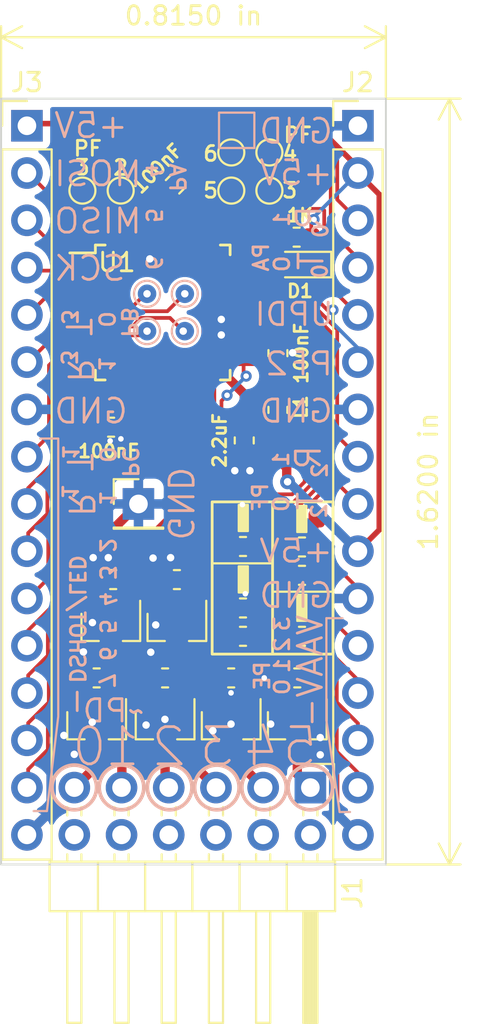
<source format=kicad_pcb>
(kicad_pcb (version 20171130) (host pcbnew "(5.1.8-0-10_14)")

  (general
    (thickness 1.6)
    (drawings 110)
    (tracks 519)
    (zones 0)
    (modules 45)
    (nets 55)
  )

  (page A4)
  (layers
    (0 F.Cu signal)
    (31 B.Cu signal)
    (32 B.Adhes user hide)
    (33 F.Adhes user hide)
    (34 B.Paste user hide)
    (35 F.Paste user hide)
    (36 B.SilkS user)
    (37 F.SilkS user)
    (38 B.Mask user hide)
    (39 F.Mask user hide)
    (40 Dwgs.User user hide)
    (41 Cmts.User user hide)
    (42 Eco1.User user hide)
    (43 Eco2.User user hide)
    (44 Edge.Cuts user hide)
    (45 Margin user hide)
    (46 B.CrtYd user hide)
    (47 F.CrtYd user)
    (48 B.Fab user hide)
    (49 F.Fab user hide)
  )

  (setup
    (last_trace_width 0.3)
    (user_trace_width 0.2)
    (user_trace_width 0.3)
    (user_trace_width 0.5)
    (trace_clearance 0.15)
    (zone_clearance 0.4)
    (zone_45_only yes)
    (trace_min 0.2)
    (via_size 0.8)
    (via_drill 0.4)
    (via_min_size 0.4)
    (via_min_drill 0.3)
    (user_via 0.6 0.3)
    (uvia_size 0.3)
    (uvia_drill 0.1)
    (uvias_allowed no)
    (uvia_min_size 0.2)
    (uvia_min_drill 0.1)
    (edge_width 0.05)
    (segment_width 0.2)
    (pcb_text_width 0.3)
    (pcb_text_size 1.5 1.5)
    (mod_edge_width 0.12)
    (mod_text_size 1 1)
    (mod_text_width 0.15)
    (pad_size 1.5 1.5)
    (pad_drill 0)
    (pad_to_mask_clearance 0)
    (aux_axis_origin 0 0)
    (grid_origin 175.5048 78.299)
    (visible_elements FFFFFF7F)
    (pcbplotparams
      (layerselection 0x010fc_ffffffff)
      (usegerberextensions true)
      (usegerberattributes false)
      (usegerberadvancedattributes false)
      (creategerberjobfile false)
      (excludeedgelayer true)
      (linewidth 0.100000)
      (plotframeref false)
      (viasonmask false)
      (mode 1)
      (useauxorigin false)
      (hpglpennumber 1)
      (hpglpenspeed 20)
      (hpglpendiameter 15.000000)
      (psnegative false)
      (psa4output false)
      (plotreference true)
      (plotvalue true)
      (plotinvisibletext false)
      (padsonsilk false)
      (subtractmaskfromsilk true)
      (outputformat 1)
      (mirror false)
      (drillshape 0)
      (scaleselection 1)
      (outputdirectory "./gerber"))
  )

  (net 0 "")
  (net 1 GND)
  (net 2 "Net-(C1-Pad1)")
  (net 3 "Net-(C2-Pad1)")
  (net 4 "Net-(C3-Pad1)")
  (net 5 "Net-(C4-Pad1)")
  (net 6 +5V)
  (net 7 "Net-(C8-Pad1)")
  (net 8 "Net-(D1-Pad2)")
  (net 9 "Net-(D1-Pad1)")
  (net 10 "Net-(J2-Pad3)")
  (net 11 "Net-(Q1-Pad1)")
  (net 12 "Net-(Q2-Pad1)")
  (net 13 "Net-(Q3-Pad1)")
  (net 14 "Net-(Q4-Pad1)")
  (net 15 "Net-(Q5-Pad1)")
  (net 16 "Net-(Q6-Pad1)")
  (net 17 "Net-(J2-Pad5)")
  (net 18 "Net-(J2-Pad4)")
  (net 19 "Net-(J2-Pad15)")
  (net 20 "Net-(J2-Pad14)")
  (net 21 "Net-(J2-Pad13)")
  (net 22 "Net-(J2-Pad12)")
  (net 23 "Net-(J2-Pad9)")
  (net 24 "Net-(J2-Pad8)")
  (net 25 "Net-(J3-Pad15)")
  (net 26 "Net-(J3-Pad14)")
  (net 27 "Net-(J3-Pad13)")
  (net 28 "Net-(J3-Pad12)")
  (net 29 "Net-(J3-Pad11)")
  (net 30 "Net-(J3-Pad10)")
  (net 31 "Net-(J3-Pad9)")
  (net 32 "Net-(J3-Pad8)")
  (net 33 "Net-(J3-Pad6)")
  (net 34 "Net-(J3-Pad5)")
  (net 35 "Net-(J3-Pad4)")
  (net 36 "Net-(J3-Pad3)")
  (net 37 "Net-(J3-Pad2)")
  (net 38 "Net-(J1-Pad11)")
  (net 39 "Net-(J1-Pad9)")
  (net 40 "Net-(J1-Pad7)")
  (net 41 "Net-(J1-Pad5)")
  (net 42 "Net-(J1-Pad3)")
  (net 43 "Net-(J1-Pad1)")
  (net 44 VCC)
  (net 45 "Net-(TP2-Pad1)")
  (net 46 "Net-(TP3-Pad1)")
  (net 47 "Net-(TP4-Pad1)")
  (net 48 "Net-(TP5-Pad1)")
  (net 49 "Net-(TP6-Pad1)")
  (net 50 "Net-(TP7-Pad1)")
  (net 51 "Net-(TP8-Pad1)")
  (net 52 "Net-(TP9-Pad1)")
  (net 53 "Net-(TP10-Pad1)")
  (net 54 "Net-(TP11-Pad1)")

  (net_class Default "This is the default net class."
    (clearance 0.15)
    (trace_width 0.25)
    (via_dia 0.8)
    (via_drill 0.4)
    (uvia_dia 0.3)
    (uvia_drill 0.1)
    (add_net +5V)
    (add_net GND)
    (add_net "Net-(C1-Pad1)")
    (add_net "Net-(C2-Pad1)")
    (add_net "Net-(C3-Pad1)")
    (add_net "Net-(C4-Pad1)")
    (add_net "Net-(C8-Pad1)")
    (add_net "Net-(D1-Pad1)")
    (add_net "Net-(D1-Pad2)")
    (add_net "Net-(J1-Pad1)")
    (add_net "Net-(J1-Pad11)")
    (add_net "Net-(J1-Pad3)")
    (add_net "Net-(J1-Pad5)")
    (add_net "Net-(J1-Pad7)")
    (add_net "Net-(J1-Pad9)")
    (add_net "Net-(J2-Pad12)")
    (add_net "Net-(J2-Pad13)")
    (add_net "Net-(J2-Pad14)")
    (add_net "Net-(J2-Pad15)")
    (add_net "Net-(J2-Pad3)")
    (add_net "Net-(J2-Pad4)")
    (add_net "Net-(J2-Pad5)")
    (add_net "Net-(J2-Pad8)")
    (add_net "Net-(J2-Pad9)")
    (add_net "Net-(J3-Pad10)")
    (add_net "Net-(J3-Pad11)")
    (add_net "Net-(J3-Pad12)")
    (add_net "Net-(J3-Pad13)")
    (add_net "Net-(J3-Pad14)")
    (add_net "Net-(J3-Pad15)")
    (add_net "Net-(J3-Pad2)")
    (add_net "Net-(J3-Pad3)")
    (add_net "Net-(J3-Pad4)")
    (add_net "Net-(J3-Pad5)")
    (add_net "Net-(J3-Pad6)")
    (add_net "Net-(J3-Pad8)")
    (add_net "Net-(J3-Pad9)")
    (add_net "Net-(Q1-Pad1)")
    (add_net "Net-(Q2-Pad1)")
    (add_net "Net-(Q3-Pad1)")
    (add_net "Net-(Q4-Pad1)")
    (add_net "Net-(Q5-Pad1)")
    (add_net "Net-(Q6-Pad1)")
    (add_net "Net-(TP10-Pad1)")
    (add_net "Net-(TP11-Pad1)")
    (add_net "Net-(TP2-Pad1)")
    (add_net "Net-(TP3-Pad1)")
    (add_net "Net-(TP4-Pad1)")
    (add_net "Net-(TP5-Pad1)")
    (add_net "Net-(TP6-Pad1)")
    (add_net "Net-(TP7-Pad1)")
    (add_net "Net-(TP8-Pad1)")
    (add_net "Net-(TP9-Pad1)")
    (add_net VCC)
  )

  (module TestPoint:TestPoint_Pad_D1.0mm (layer F.Cu) (tedit 5A0F774F) (tstamp 61A19A55)
    (at 165.98488 61.5223)
    (descr "SMD pad as test Point, diameter 1.0mm")
    (tags "test point SMD pad")
    (path /61B0B61E)
    (attr virtual)
    (fp_text reference TP11 (at 0 -1.448) (layer F.SilkS) hide
      (effects (font (size 1 1) (thickness 0.15)))
    )
    (fp_text value TestPoint (at 0 1.55) (layer F.Fab)
      (effects (font (size 1 1) (thickness 0.15)))
    )
    (fp_circle (center 0 0) (end 0 0.7) (layer F.SilkS) (width 0.12))
    (fp_circle (center 0 0) (end 1 0) (layer F.CrtYd) (width 0.05))
    (fp_text user %R (at 0 -1.45) (layer F.Fab)
      (effects (font (size 1 1) (thickness 0.15)))
    )
    (pad 1 smd circle (at 0 0) (size 1 1) (layers F.Cu F.Mask)
      (net 54 "Net-(TP11-Pad1)"))
  )

  (module TestPoint:TestPoint_Pad_D1.0mm (layer F.Cu) (tedit 5A0F774F) (tstamp 61A19A8E)
    (at 168.04482 61.51976)
    (descr "SMD pad as test Point, diameter 1.0mm")
    (tags "test point SMD pad")
    (path /61B09925)
    (attr virtual)
    (fp_text reference TP10 (at 0 -1.448) (layer F.SilkS) hide
      (effects (font (size 1 1) (thickness 0.15)))
    )
    (fp_text value TestPoint (at 0 1.55) (layer F.Fab)
      (effects (font (size 1 1) (thickness 0.15)))
    )
    (fp_circle (center 0 0) (end 0 0.7) (layer F.SilkS) (width 0.12))
    (fp_circle (center 0 0) (end 1 0) (layer F.CrtYd) (width 0.05))
    (fp_text user %R (at 0 -1.45) (layer F.Fab)
      (effects (font (size 1 1) (thickness 0.15)))
    )
    (pad 1 smd circle (at 0 0) (size 1 1) (layers F.Cu F.Mask)
      (net 53 "Net-(TP10-Pad1)"))
  )

  (module TestPoint:TestPoint_Pad_D1.0mm (layer F.Cu) (tedit 5A0F774F) (tstamp 61A180DD)
    (at 173.99604 59.47252)
    (descr "SMD pad as test Point, diameter 1.0mm")
    (tags "test point SMD pad")
    (path /61AA0180)
    (attr virtual)
    (fp_text reference TP9 (at 0 -1.448) (layer F.SilkS) hide
      (effects (font (size 1 1) (thickness 0.15)))
    )
    (fp_text value TestPoint (at 0 1.55) (layer F.Fab)
      (effects (font (size 1 1) (thickness 0.15)))
    )
    (fp_circle (center 0 0) (end 0 0.7) (layer F.SilkS) (width 0.12))
    (fp_circle (center 0 0) (end 1 0) (layer F.CrtYd) (width 0.05))
    (fp_text user %R (at 0 -1.45) (layer F.Fab)
      (effects (font (size 1 1) (thickness 0.15)))
    )
    (pad 1 smd circle (at 0 0) (size 1 1) (layers F.Cu F.Mask)
      (net 52 "Net-(TP9-Pad1)"))
  )

  (module TestPoint:TestPoint_Pad_D1.0mm (layer F.Cu) (tedit 5A0F774F) (tstamp 61A180D5)
    (at 173.99604 61.5223)
    (descr "SMD pad as test Point, diameter 1.0mm")
    (tags "test point SMD pad")
    (path /61AA0785)
    (attr virtual)
    (fp_text reference TP8 (at 0 -1.448) (layer F.SilkS) hide
      (effects (font (size 1 1) (thickness 0.15)))
    )
    (fp_text value TestPoint (at 0 1.55) (layer F.Fab)
      (effects (font (size 1 1) (thickness 0.15)))
    )
    (fp_circle (center 0 0) (end 0 0.7) (layer F.SilkS) (width 0.12))
    (fp_circle (center 0 0) (end 1 0) (layer F.CrtYd) (width 0.05))
    (fp_text user %R (at 0 -1.45) (layer F.Fab)
      (effects (font (size 1 1) (thickness 0.15)))
    )
    (pad 1 smd circle (at 0 0) (size 1 1) (layers F.Cu F.Mask)
      (net 51 "Net-(TP8-Pad1)"))
  )

  (module TestPoint:TestPoint_Pad_D1.0mm (layer F.Cu) (tedit 5A0F774F) (tstamp 61A181B9)
    (at 176.04582 59.47252)
    (descr "SMD pad as test Point, diameter 1.0mm")
    (tags "test point SMD pad")
    (path /61AA0ED0)
    (attr virtual)
    (fp_text reference TP7 (at 0 -1.448) (layer F.SilkS) hide
      (effects (font (size 1 1) (thickness 0.15)))
    )
    (fp_text value TestPoint (at 0 1.55) (layer F.Fab)
      (effects (font (size 1 1) (thickness 0.15)))
    )
    (fp_circle (center 0 0) (end 0 0.7) (layer F.SilkS) (width 0.12))
    (fp_circle (center 0 0) (end 1 0) (layer F.CrtYd) (width 0.05))
    (fp_text user %R (at 0 -1.45) (layer F.Fab)
      (effects (font (size 1 1) (thickness 0.15)))
    )
    (pad 1 smd circle (at 0 0) (size 1 1) (layers F.Cu F.Mask)
      (net 50 "Net-(TP7-Pad1)"))
  )

  (module TestPoint:TestPoint_Pad_D1.0mm (layer F.Cu) (tedit 5A0F774F) (tstamp 61A180C5)
    (at 176.04582 61.5223)
    (descr "SMD pad as test Point, diameter 1.0mm")
    (tags "test point SMD pad")
    (path /61AA13EE)
    (attr virtual)
    (fp_text reference TP6 (at 0 -1.448) (layer F.SilkS) hide
      (effects (font (size 1 1) (thickness 0.15)))
    )
    (fp_text value TestPoint (at 0 1.55) (layer F.Fab)
      (effects (font (size 1 1) (thickness 0.15)))
    )
    (fp_circle (center 0 0) (end 0 0.7) (layer F.SilkS) (width 0.12))
    (fp_circle (center 0 0) (end 1 0) (layer F.CrtYd) (width 0.05))
    (fp_text user %R (at 0 -1.45) (layer F.Fab)
      (effects (font (size 1 1) (thickness 0.15)))
    )
    (pad 1 smd circle (at 0 0) (size 1 1) (layers F.Cu F.Mask)
      (net 49 "Net-(TP6-Pad1)"))
  )

  (module TestPoint:TestPoint_Pad_D1.0mm (layer B.Cu) (tedit 5A0F774F) (tstamp 61A1452A)
    (at 169.46214 67.06712)
    (descr "SMD pad as test Point, diameter 1.0mm")
    (tags "test point SMD pad")
    (path /61A43159)
    (attr virtual)
    (fp_text reference TP5 (at 0 1.448) (layer B.SilkS) hide
      (effects (font (size 1 1) (thickness 0.15)) (justify mirror))
    )
    (fp_text value TestPoint (at 0 -1.55) (layer B.Fab)
      (effects (font (size 1 1) (thickness 0.15)) (justify mirror))
    )
    (fp_circle (center 0 0) (end 0 -0.7) (layer B.SilkS) (width 0.12))
    (fp_circle (center 0 0) (end 1 0) (layer B.CrtYd) (width 0.05))
    (fp_text user %R (at 0 1.45) (layer B.Fab)
      (effects (font (size 1 1) (thickness 0.15)) (justify mirror))
    )
    (pad 1 smd circle (at 0 0) (size 1 1) (layers B.Cu B.Mask)
      (net 48 "Net-(TP5-Pad1)"))
  )

  (module TestPoint:TestPoint_Pad_D1.0mm (layer B.Cu) (tedit 5A0F774F) (tstamp 61A14407)
    (at 169.46214 69.07372)
    (descr "SMD pad as test Point, diameter 1.0mm")
    (tags "test point SMD pad")
    (path /61A1EC83)
    (attr virtual)
    (fp_text reference TP4 (at 0 1.448) (layer B.SilkS) hide
      (effects (font (size 1 1) (thickness 0.15)) (justify mirror))
    )
    (fp_text value TestPoint (at 0 -1.55) (layer B.Fab)
      (effects (font (size 1 1) (thickness 0.15)) (justify mirror))
    )
    (fp_circle (center 0 0) (end 0 -0.7) (layer B.SilkS) (width 0.12))
    (fp_circle (center 0 0) (end 1 0) (layer B.CrtYd) (width 0.05))
    (fp_text user %R (at 0 1.45) (layer B.Fab)
      (effects (font (size 1 1) (thickness 0.15)) (justify mirror))
    )
    (pad 1 smd circle (at 0 0) (size 1 1) (layers B.Cu B.Mask)
      (net 47 "Net-(TP4-Pad1)"))
  )

  (module TestPoint:TestPoint_Pad_D1.0mm (layer B.Cu) (tedit 5A0F774F) (tstamp 61A143FF)
    (at 171.49414 69.07372)
    (descr "SMD pad as test Point, diameter 1.0mm")
    (tags "test point SMD pad")
    (path /61A42951)
    (attr virtual)
    (fp_text reference TP3 (at 0 1.448) (layer B.SilkS) hide
      (effects (font (size 1 1) (thickness 0.15)) (justify mirror))
    )
    (fp_text value TestPoint (at 0 -1.55) (layer B.Fab)
      (effects (font (size 1 1) (thickness 0.15)) (justify mirror))
    )
    (fp_circle (center 0 0) (end 0 -0.7) (layer B.SilkS) (width 0.12))
    (fp_circle (center 0 0) (end 1 0) (layer B.CrtYd) (width 0.05))
    (fp_text user %R (at 0 1.45) (layer B.Fab)
      (effects (font (size 1 1) (thickness 0.15)) (justify mirror))
    )
    (pad 1 smd circle (at 0 0) (size 1 1) (layers B.Cu B.Mask)
      (net 46 "Net-(TP3-Pad1)"))
  )

  (module TestPoint:TestPoint_Pad_D1.0mm (layer B.Cu) (tedit 5A0F774F) (tstamp 61A143F7)
    (at 171.49414 67.06712)
    (descr "SMD pad as test Point, diameter 1.0mm")
    (tags "test point SMD pad")
    (path /61A42ED1)
    (attr virtual)
    (fp_text reference TP2 (at 0 1.448) (layer B.SilkS) hide
      (effects (font (size 1 1) (thickness 0.15)) (justify mirror))
    )
    (fp_text value TestPoint (at 0 -1.55) (layer B.Fab)
      (effects (font (size 1 1) (thickness 0.15)) (justify mirror))
    )
    (fp_circle (center 0 0) (end 0 -0.7) (layer B.SilkS) (width 0.12))
    (fp_circle (center 0 0) (end 1 0) (layer B.CrtYd) (width 0.05))
    (fp_text user %R (at 0 1.45) (layer B.Fab)
      (effects (font (size 1 1) (thickness 0.15)) (justify mirror))
    )
    (pad 1 smd circle (at 0 0) (size 1 1) (layers B.Cu B.Mask)
      (net 45 "Net-(TP2-Pad1)"))
  )

  (module Connector_PinHeader_2.54mm:PinHeader_1x01_P2.54mm_Vertical (layer F.Cu) (tedit 59FED5CC) (tstamp 616C4624)
    (at 169 78.359)
    (descr "Through hole straight pin header, 1x01, 2.54mm pitch, single row")
    (tags "Through hole pin header THT 1x01 2.54mm single row")
    (path /617E6860)
    (fp_text reference J4 (at -1.9788 0.0416 90) (layer F.SilkS) hide
      (effects (font (size 1 1) (thickness 0.15)))
    )
    (fp_text value Conn_01x01_Male (at 0 2.33) (layer F.Fab)
      (effects (font (size 1 1) (thickness 0.15)))
    )
    (fp_line (start -0.635 -1.27) (end 1.27 -1.27) (layer F.Fab) (width 0.1))
    (fp_line (start 1.27 -1.27) (end 1.27 1.27) (layer F.Fab) (width 0.1))
    (fp_line (start 1.27 1.27) (end -1.27 1.27) (layer F.Fab) (width 0.1))
    (fp_line (start -1.27 1.27) (end -1.27 -0.635) (layer F.Fab) (width 0.1))
    (fp_line (start -1.27 -0.635) (end -0.635 -1.27) (layer F.Fab) (width 0.1))
    (fp_line (start -1.33 1.33) (end 1.33 1.33) (layer F.SilkS) (width 0.12))
    (fp_line (start -1.33 1.27) (end -1.33 1.33) (layer F.SilkS) (width 0.12))
    (fp_line (start 1.33 1.27) (end 1.33 1.33) (layer F.SilkS) (width 0.12))
    (fp_line (start -1.33 1.27) (end 1.33 1.27) (layer F.SilkS) (width 0.12))
    (fp_line (start -1.33 0) (end -1.33 -1.33) (layer F.SilkS) (width 0.12))
    (fp_line (start -1.33 -1.33) (end 0 -1.33) (layer F.SilkS) (width 0.12))
    (fp_line (start -1.8 -1.8) (end -1.8 1.8) (layer F.CrtYd) (width 0.05))
    (fp_line (start -1.8 1.8) (end 1.8 1.8) (layer F.CrtYd) (width 0.05))
    (fp_line (start 1.8 1.8) (end 1.8 -1.8) (layer F.CrtYd) (width 0.05))
    (fp_line (start 1.8 -1.8) (end -1.8 -1.8) (layer F.CrtYd) (width 0.05))
    (fp_text user %R (at 0 0 90) (layer F.Fab)
      (effects (font (size 1 1) (thickness 0.15)))
    )
    (pad 1 thru_hole rect (at 0 0) (size 1.7 1.7) (drill 1) (layers *.Cu *.Mask)
      (net 1 GND))
    (model ${KISYS3DMOD}/Connector_PinHeader_2.54mm.3dshapes/PinHeader_1x01_P2.54mm_Vertical.wrl
      (at (xyz 0 0 0))
      (scale (xyz 1 1 1))
      (rotate (xyz 0 0 0))
    )
  )

  (module Connector_PinHeader_2.54mm:PinHeader_1x16_P2.54mm_Vertical (layer F.Cu) (tedit 5FDE0864) (tstamp 5FE28CA4)
    (at 180.808 58.039)
    (descr "Through hole straight pin header, 1x16, 2.54mm pitch, single row")
    (tags "Through hole pin header THT 1x16 2.54mm single row")
    (path /5E2C9C51)
    (fp_text reference J2 (at 0 -2.33) (layer F.SilkS)
      (effects (font (size 1 1) (thickness 0.15)))
    )
    (fp_text value Conn_01x06_Male (at 0 40.43) (layer F.Fab)
      (effects (font (size 1 1) (thickness 0.15)))
    )
    (fp_line (start 1.2 -1.2) (end -1.2 -1.2) (layer F.CrtYd) (width 0.05))
    (fp_line (start 1.2 39.3) (end 1.2 -1.2) (layer F.CrtYd) (width 0.05))
    (fp_line (start -1.2 39.3) (end 1.2 39.3) (layer F.CrtYd) (width 0.05))
    (fp_line (start -1.2 -1.2) (end -1.2 39.3) (layer F.CrtYd) (width 0.05))
    (fp_line (start -1.33 -1.33) (end 0 -1.33) (layer F.SilkS) (width 0.12))
    (fp_line (start -1.33 0) (end -1.33 -1.33) (layer F.SilkS) (width 0.12))
    (fp_line (start -1.33 1.27) (end 1.33 1.27) (layer F.SilkS) (width 0.12))
    (fp_line (start 1.33 1.27) (end 1.33 39.43) (layer F.SilkS) (width 0.12))
    (fp_line (start -1.33 1.27) (end -1.33 39.43) (layer F.SilkS) (width 0.12))
    (fp_line (start -1.33 39.43) (end 1.33 39.43) (layer F.SilkS) (width 0.12))
    (fp_line (start -1.27 -0.635) (end -0.635 -1.27) (layer F.Fab) (width 0.1))
    (fp_line (start -1.27 39.37) (end -1.27 -0.635) (layer F.Fab) (width 0.1))
    (fp_line (start 1.27 39.37) (end -1.27 39.37) (layer F.Fab) (width 0.1))
    (fp_line (start 1.27 -1.27) (end 1.27 39.37) (layer F.Fab) (width 0.1))
    (fp_line (start -0.635 -1.27) (end 1.27 -1.27) (layer F.Fab) (width 0.1))
    (fp_text user %R (at 0 19.05 90) (layer F.Fab)
      (effects (font (size 1 1) (thickness 0.15)))
    )
    (pad 16 thru_hole oval (at 0 38.1) (size 1.7 1.7) (drill 1) (layers *.Cu *.Mask)
      (net 1 GND))
    (pad 15 thru_hole oval (at 0 35.56) (size 1.7 1.7) (drill 1) (layers *.Cu *.Mask)
      (net 19 "Net-(J2-Pad15)"))
    (pad 14 thru_hole oval (at 0 33.02) (size 1.7 1.7) (drill 1) (layers *.Cu *.Mask)
      (net 20 "Net-(J2-Pad14)"))
    (pad 13 thru_hole oval (at 0 30.48) (size 1.7 1.7) (drill 1) (layers *.Cu *.Mask)
      (net 21 "Net-(J2-Pad13)"))
    (pad 12 thru_hole oval (at 0 27.94) (size 1.7 1.7) (drill 1) (layers *.Cu *.Mask)
      (net 22 "Net-(J2-Pad12)"))
    (pad 11 thru_hole oval (at 0 25.4) (size 1.7 1.7) (drill 1) (layers *.Cu *.Mask)
      (net 1 GND))
    (pad 10 thru_hole oval (at 0 22.86) (size 1.7 1.7) (drill 1) (layers *.Cu *.Mask)
      (net 6 +5V))
    (pad 9 thru_hole oval (at 0 20.32) (size 1.7 1.7) (drill 1) (layers *.Cu *.Mask)
      (net 23 "Net-(J2-Pad9)"))
    (pad 8 thru_hole oval (at 0 17.78) (size 1.7 1.7) (drill 1) (layers *.Cu *.Mask)
      (net 24 "Net-(J2-Pad8)"))
    (pad 7 thru_hole oval (at 0 15.24) (size 1.7 1.7) (drill 1) (layers *.Cu *.Mask)
      (net 1 GND))
    (pad 6 thru_hole oval (at 0 12.7) (size 1.7 1.7) (drill 1) (layers *.Cu *.Mask)
      (net 8 "Net-(D1-Pad2)"))
    (pad 5 thru_hole oval (at 0 10.16) (size 1.7 1.7) (drill 1) (layers *.Cu *.Mask)
      (net 17 "Net-(J2-Pad5)"))
    (pad 4 thru_hole oval (at 0 7.62) (size 1.7 1.7) (drill 1) (layers *.Cu *.Mask)
      (net 18 "Net-(J2-Pad4)"))
    (pad 3 thru_hole oval (at 0 5.08) (size 1.7 1.7) (drill 1) (layers *.Cu *.Mask)
      (net 10 "Net-(J2-Pad3)"))
    (pad 2 thru_hole oval (at 0 2.54) (size 1.7 1.7) (drill 1) (layers *.Cu *.Mask)
      (net 6 +5V))
    (pad 1 thru_hole rect (at 0 0) (size 1.7 1.7) (drill 1) (layers *.Cu *.Mask)
      (net 1 GND))
    (model ${KISYS3DMOD}/Connector_PinHeader_2.54mm.3dshapes/PinHeader_1x16_P2.54mm_Vertical.wrl
      (at (xyz 0 0 0))
      (scale (xyz 1 1 1))
      (rotate (xyz 0 0 0))
    )
  )

  (module Resistor_SMD:R_0603_1608Metric (layer F.Cu) (tedit 5B301BBD) (tstamp 5DF844E8)
    (at 174.625 80.645 180)
    (descr "Resistor SMD 0603 (1608 Metric), square (rectangular) end terminal, IPC_7351 nominal, (Body size source: http://www.tortai-tech.com/upload/download/2011102023233369053.pdf), generated with kicad-footprint-generator")
    (tags resistor)
    (path /5DFB06C5)
    (attr smd)
    (fp_text reference R12 (at -0.638001 -3.937 270) (layer F.SilkS) hide
      (effects (font (size 1 1) (thickness 0.15)))
    )
    (fp_text value 1K (at 0 1.43) (layer F.Fab)
      (effects (font (size 1 1) (thickness 0.15)))
    )
    (fp_line (start 1.48 0.73) (end -1.48 0.73) (layer F.CrtYd) (width 0.05))
    (fp_line (start 1.48 -0.73) (end 1.48 0.73) (layer F.CrtYd) (width 0.05))
    (fp_line (start -1.48 -0.73) (end 1.48 -0.73) (layer F.CrtYd) (width 0.05))
    (fp_line (start -1.48 0.73) (end -1.48 -0.73) (layer F.CrtYd) (width 0.05))
    (fp_line (start -0.162779 0.51) (end 0.162779 0.51) (layer F.SilkS) (width 0.12))
    (fp_line (start -0.162779 -0.51) (end 0.162779 -0.51) (layer F.SilkS) (width 0.12))
    (fp_line (start 0.8 0.4) (end -0.8 0.4) (layer F.Fab) (width 0.1))
    (fp_line (start 0.8 -0.4) (end 0.8 0.4) (layer F.Fab) (width 0.1))
    (fp_line (start -0.8 -0.4) (end 0.8 -0.4) (layer F.Fab) (width 0.1))
    (fp_line (start -0.8 0.4) (end -0.8 -0.4) (layer F.Fab) (width 0.1))
    (fp_text user %R (at 0 0) (layer F.Fab)
      (effects (font (size 0.4 0.4) (thickness 0.06)))
    )
    (pad 2 smd roundrect (at 0.7875 0 180) (size 0.875 0.95) (layers F.Cu F.Paste F.Mask) (roundrect_rratio 0.25)
      (net 5 "Net-(C4-Pad1)"))
    (pad 1 smd roundrect (at -0.7875 0 180) (size 0.875 0.95) (layers F.Cu F.Paste F.Mask) (roundrect_rratio 0.25)
      (net 20 "Net-(J2-Pad14)"))
    (model ${KISYS3DMOD}/Resistor_SMD.3dshapes/R_0603_1608Metric.wrl
      (at (xyz 0 0 0))
      (scale (xyz 1 1 1))
      (rotate (xyz 0 0 0))
    )
  )

  (module Connector_PinHeader_2.54mm:PinHeader_1x16_P2.54mm_Vertical (layer F.Cu) (tedit 5FDE080E) (tstamp 616C4CAE)
    (at 163 58.039)
    (descr "Through hole straight pin header, 1x16, 2.54mm pitch, single row")
    (tags "Through hole pin header THT 1x16 2.54mm single row")
    (path /603FB216)
    (fp_text reference J3 (at 0 -2.33) (layer F.SilkS)
      (effects (font (size 1 1) (thickness 0.15)))
    )
    (fp_text value Conn_01x16_Male (at 0 40.43) (layer F.Fab)
      (effects (font (size 1 1) (thickness 0.15)))
    )
    (fp_line (start 1.2 -1.2) (end -1.2 -1.2) (layer F.CrtYd) (width 0.05))
    (fp_line (start 1.2 39.3) (end 1.2 -1.2) (layer F.CrtYd) (width 0.05))
    (fp_line (start -1.2 39.3) (end 1.2 39.3) (layer F.CrtYd) (width 0.05))
    (fp_line (start -1.2 -1.2) (end -1.2 39.3) (layer F.CrtYd) (width 0.05))
    (fp_line (start -1.33 -1.33) (end 0 -1.33) (layer F.SilkS) (width 0.12))
    (fp_line (start -1.33 0) (end -1.33 -1.33) (layer F.SilkS) (width 0.12))
    (fp_line (start -1.33 1.27) (end 1.33 1.27) (layer F.SilkS) (width 0.12))
    (fp_line (start 1.33 1.27) (end 1.33 39.43) (layer F.SilkS) (width 0.12))
    (fp_line (start -1.33 1.27) (end -1.33 39.43) (layer F.SilkS) (width 0.12))
    (fp_line (start -1.33 39.43) (end 1.33 39.43) (layer F.SilkS) (width 0.12))
    (fp_line (start -1.27 -0.635) (end -0.635 -1.27) (layer F.Fab) (width 0.1))
    (fp_line (start -1.27 39.37) (end -1.27 -0.635) (layer F.Fab) (width 0.1))
    (fp_line (start 1.27 39.37) (end -1.27 39.37) (layer F.Fab) (width 0.1))
    (fp_line (start 1.27 -1.27) (end 1.27 39.37) (layer F.Fab) (width 0.1))
    (fp_line (start -0.635 -1.27) (end 1.27 -1.27) (layer F.Fab) (width 0.1))
    (fp_text user %R (at 0 19.05 90) (layer F.Fab)
      (effects (font (size 1 1) (thickness 0.15)))
    )
    (pad 16 thru_hole oval (at 0 38.1) (size 1.7 1.7) (drill 1) (layers *.Cu *.Mask)
      (net 1 GND))
    (pad 15 thru_hole oval (at 0 35.56) (size 1.7 1.7) (drill 1) (layers *.Cu *.Mask)
      (net 25 "Net-(J3-Pad15)"))
    (pad 14 thru_hole oval (at 0 33.02) (size 1.7 1.7) (drill 1) (layers *.Cu *.Mask)
      (net 26 "Net-(J3-Pad14)"))
    (pad 13 thru_hole oval (at 0 30.48) (size 1.7 1.7) (drill 1) (layers *.Cu *.Mask)
      (net 27 "Net-(J3-Pad13)"))
    (pad 12 thru_hole oval (at 0 27.94) (size 1.7 1.7) (drill 1) (layers *.Cu *.Mask)
      (net 28 "Net-(J3-Pad12)"))
    (pad 11 thru_hole oval (at 0 25.4) (size 1.7 1.7) (drill 1) (layers *.Cu *.Mask)
      (net 29 "Net-(J3-Pad11)"))
    (pad 10 thru_hole oval (at 0 22.86) (size 1.7 1.7) (drill 1) (layers *.Cu *.Mask)
      (net 30 "Net-(J3-Pad10)"))
    (pad 9 thru_hole oval (at 0 20.32) (size 1.7 1.7) (drill 1) (layers *.Cu *.Mask)
      (net 31 "Net-(J3-Pad9)"))
    (pad 8 thru_hole oval (at 0 17.78) (size 1.7 1.7) (drill 1) (layers *.Cu *.Mask)
      (net 32 "Net-(J3-Pad8)"))
    (pad 7 thru_hole oval (at 0 15.24) (size 1.7 1.7) (drill 1) (layers *.Cu *.Mask)
      (net 1 GND))
    (pad 6 thru_hole oval (at 0 12.7) (size 1.7 1.7) (drill 1) (layers *.Cu *.Mask)
      (net 33 "Net-(J3-Pad6)"))
    (pad 5 thru_hole oval (at 0 10.16) (size 1.7 1.7) (drill 1) (layers *.Cu *.Mask)
      (net 34 "Net-(J3-Pad5)"))
    (pad 4 thru_hole oval (at 0 7.62) (size 1.7 1.7) (drill 1) (layers *.Cu *.Mask)
      (net 35 "Net-(J3-Pad4)"))
    (pad 3 thru_hole oval (at 0 5.08) (size 1.7 1.7) (drill 1) (layers *.Cu *.Mask)
      (net 36 "Net-(J3-Pad3)"))
    (pad 2 thru_hole oval (at 0 2.54) (size 1.7 1.7) (drill 1) (layers *.Cu *.Mask)
      (net 37 "Net-(J3-Pad2)"))
    (pad 1 thru_hole rect (at 0 0) (size 1.7 1.7) (drill 1) (layers *.Cu *.Mask)
      (net 6 +5V))
    (model ${KISYS3DMOD}/Connector_PinHeader_2.54mm.3dshapes/PinHeader_1x16_P2.54mm_Vertical.wrl
      (at (xyz 0 0 0))
      (scale (xyz 1 1 1))
      (rotate (xyz 0 0 0))
    )
  )

  (module Connector_PinHeader_2.54mm:PinHeader_2x06_P2.54mm_Horizontal (layer F.Cu) (tedit 5FDE06F6) (tstamp 5F43999E)
    (at 178.25 93.599 270)
    (descr "Through hole angled pin header, 2x06, 2.54mm pitch, 6mm pin length, double rows")
    (tags "Through hole angled pin header THT 2x06 2.54mm double row")
    (path /5E0E50FB)
    (fp_text reference J1 (at 5.655 -2.27 270) (layer F.SilkS)
      (effects (font (size 1 1) (thickness 0.15)))
    )
    (fp_text value ` (at 5.655 14.97 270) (layer F.Fab)
      (effects (font (size 1 1) (thickness 0.15)))
    )
    (fp_line (start 12.5 -1.2) (end -1.2 -1.2) (layer F.CrtYd) (width 0.05))
    (fp_line (start 12.5 13.9) (end 12.5 -1.2) (layer F.CrtYd) (width 0.05))
    (fp_line (start -1.2 13.9) (end 12.5 13.9) (layer F.CrtYd) (width 0.05))
    (fp_line (start -1.2 -1.2) (end -1.2 13.9) (layer F.CrtYd) (width 0.05))
    (fp_line (start -1.27 -1.27) (end 0 -1.27) (layer F.SilkS) (width 0.12))
    (fp_line (start -1.27 0) (end -1.27 -1.27) (layer F.SilkS) (width 0.12))
    (fp_line (start 1.042929 13.08) (end 1.497071 13.08) (layer F.SilkS) (width 0.12))
    (fp_line (start 1.042929 12.32) (end 1.497071 12.32) (layer F.SilkS) (width 0.12))
    (fp_line (start 3.582929 13.08) (end 3.98 13.08) (layer F.SilkS) (width 0.12))
    (fp_line (start 3.582929 12.32) (end 3.98 12.32) (layer F.SilkS) (width 0.12))
    (fp_line (start 12.64 13.08) (end 6.64 13.08) (layer F.SilkS) (width 0.12))
    (fp_line (start 12.64 12.32) (end 12.64 13.08) (layer F.SilkS) (width 0.12))
    (fp_line (start 6.64 12.32) (end 12.64 12.32) (layer F.SilkS) (width 0.12))
    (fp_line (start 3.98 11.43) (end 6.64 11.43) (layer F.SilkS) (width 0.12))
    (fp_line (start 1.042929 10.54) (end 1.497071 10.54) (layer F.SilkS) (width 0.12))
    (fp_line (start 1.042929 9.78) (end 1.497071 9.78) (layer F.SilkS) (width 0.12))
    (fp_line (start 3.582929 10.54) (end 3.98 10.54) (layer F.SilkS) (width 0.12))
    (fp_line (start 3.582929 9.78) (end 3.98 9.78) (layer F.SilkS) (width 0.12))
    (fp_line (start 12.64 10.54) (end 6.64 10.54) (layer F.SilkS) (width 0.12))
    (fp_line (start 12.64 9.78) (end 12.64 10.54) (layer F.SilkS) (width 0.12))
    (fp_line (start 6.64 9.78) (end 12.64 9.78) (layer F.SilkS) (width 0.12))
    (fp_line (start 3.98 8.89) (end 6.64 8.89) (layer F.SilkS) (width 0.12))
    (fp_line (start 1.042929 8) (end 1.497071 8) (layer F.SilkS) (width 0.12))
    (fp_line (start 1.042929 7.24) (end 1.497071 7.24) (layer F.SilkS) (width 0.12))
    (fp_line (start 3.582929 8) (end 3.98 8) (layer F.SilkS) (width 0.12))
    (fp_line (start 3.582929 7.24) (end 3.98 7.24) (layer F.SilkS) (width 0.12))
    (fp_line (start 12.64 8) (end 6.64 8) (layer F.SilkS) (width 0.12))
    (fp_line (start 12.64 7.24) (end 12.64 8) (layer F.SilkS) (width 0.12))
    (fp_line (start 6.64 7.24) (end 12.64 7.24) (layer F.SilkS) (width 0.12))
    (fp_line (start 3.98 6.35) (end 6.64 6.35) (layer F.SilkS) (width 0.12))
    (fp_line (start 1.042929 5.46) (end 1.497071 5.46) (layer F.SilkS) (width 0.12))
    (fp_line (start 1.042929 4.7) (end 1.497071 4.7) (layer F.SilkS) (width 0.12))
    (fp_line (start 3.582929 5.46) (end 3.98 5.46) (layer F.SilkS) (width 0.12))
    (fp_line (start 3.582929 4.7) (end 3.98 4.7) (layer F.SilkS) (width 0.12))
    (fp_line (start 12.64 5.46) (end 6.64 5.46) (layer F.SilkS) (width 0.12))
    (fp_line (start 12.64 4.7) (end 12.64 5.46) (layer F.SilkS) (width 0.12))
    (fp_line (start 6.64 4.7) (end 12.64 4.7) (layer F.SilkS) (width 0.12))
    (fp_line (start 3.98 3.81) (end 6.64 3.81) (layer F.SilkS) (width 0.12))
    (fp_line (start 1.042929 2.92) (end 1.497071 2.92) (layer F.SilkS) (width 0.12))
    (fp_line (start 1.042929 2.16) (end 1.497071 2.16) (layer F.SilkS) (width 0.12))
    (fp_line (start 3.582929 2.92) (end 3.98 2.92) (layer F.SilkS) (width 0.12))
    (fp_line (start 3.582929 2.16) (end 3.98 2.16) (layer F.SilkS) (width 0.12))
    (fp_line (start 12.64 2.92) (end 6.64 2.92) (layer F.SilkS) (width 0.12))
    (fp_line (start 12.64 2.16) (end 12.64 2.92) (layer F.SilkS) (width 0.12))
    (fp_line (start 6.64 2.16) (end 12.64 2.16) (layer F.SilkS) (width 0.12))
    (fp_line (start 3.98 1.27) (end 6.64 1.27) (layer F.SilkS) (width 0.12))
    (fp_line (start 1.11 0.38) (end 1.497071 0.38) (layer F.SilkS) (width 0.12))
    (fp_line (start 1.11 -0.38) (end 1.497071 -0.38) (layer F.SilkS) (width 0.12))
    (fp_line (start 3.582929 0.38) (end 3.98 0.38) (layer F.SilkS) (width 0.12))
    (fp_line (start 3.582929 -0.38) (end 3.98 -0.38) (layer F.SilkS) (width 0.12))
    (fp_line (start 6.64 0.28) (end 12.64 0.28) (layer F.SilkS) (width 0.12))
    (fp_line (start 6.64 0.16) (end 12.64 0.16) (layer F.SilkS) (width 0.12))
    (fp_line (start 6.64 0.04) (end 12.64 0.04) (layer F.SilkS) (width 0.12))
    (fp_line (start 6.64 -0.08) (end 12.64 -0.08) (layer F.SilkS) (width 0.12))
    (fp_line (start 6.64 -0.2) (end 12.64 -0.2) (layer F.SilkS) (width 0.12))
    (fp_line (start 6.64 -0.32) (end 12.64 -0.32) (layer F.SilkS) (width 0.12))
    (fp_line (start 12.64 0.38) (end 6.64 0.38) (layer F.SilkS) (width 0.12))
    (fp_line (start 12.64 -0.38) (end 12.64 0.38) (layer F.SilkS) (width 0.12))
    (fp_line (start 6.64 -0.38) (end 12.64 -0.38) (layer F.SilkS) (width 0.12))
    (fp_line (start 6.64 -1.33) (end 3.98 -1.33) (layer F.SilkS) (width 0.12))
    (fp_line (start 6.64 14.03) (end 6.64 -1.33) (layer F.SilkS) (width 0.12))
    (fp_line (start 3.98 14.03) (end 6.64 14.03) (layer F.SilkS) (width 0.12))
    (fp_line (start 3.98 -1.33) (end 3.98 14.03) (layer F.SilkS) (width 0.12))
    (fp_line (start 6.58 13.02) (end 12.58 13.02) (layer F.Fab) (width 0.1))
    (fp_line (start 12.58 12.38) (end 12.58 13.02) (layer F.Fab) (width 0.1))
    (fp_line (start 6.58 12.38) (end 12.58 12.38) (layer F.Fab) (width 0.1))
    (fp_line (start -0.32 13.02) (end 4.04 13.02) (layer F.Fab) (width 0.1))
    (fp_line (start -0.32 12.38) (end -0.32 13.02) (layer F.Fab) (width 0.1))
    (fp_line (start -0.32 12.38) (end 4.04 12.38) (layer F.Fab) (width 0.1))
    (fp_line (start 6.58 10.48) (end 12.58 10.48) (layer F.Fab) (width 0.1))
    (fp_line (start 12.58 9.84) (end 12.58 10.48) (layer F.Fab) (width 0.1))
    (fp_line (start 6.58 9.84) (end 12.58 9.84) (layer F.Fab) (width 0.1))
    (fp_line (start -0.32 10.48) (end 4.04 10.48) (layer F.Fab) (width 0.1))
    (fp_line (start -0.32 9.84) (end -0.32 10.48) (layer F.Fab) (width 0.1))
    (fp_line (start -0.32 9.84) (end 4.04 9.84) (layer F.Fab) (width 0.1))
    (fp_line (start 6.58 7.94) (end 12.58 7.94) (layer F.Fab) (width 0.1))
    (fp_line (start 12.58 7.3) (end 12.58 7.94) (layer F.Fab) (width 0.1))
    (fp_line (start 6.58 7.3) (end 12.58 7.3) (layer F.Fab) (width 0.1))
    (fp_line (start -0.32 7.94) (end 4.04 7.94) (layer F.Fab) (width 0.1))
    (fp_line (start -0.32 7.3) (end -0.32 7.94) (layer F.Fab) (width 0.1))
    (fp_line (start -0.32 7.3) (end 4.04 7.3) (layer F.Fab) (width 0.1))
    (fp_line (start 6.58 5.4) (end 12.58 5.4) (layer F.Fab) (width 0.1))
    (fp_line (start 12.58 4.76) (end 12.58 5.4) (layer F.Fab) (width 0.1))
    (fp_line (start 6.58 4.76) (end 12.58 4.76) (layer F.Fab) (width 0.1))
    (fp_line (start -0.32 5.4) (end 4.04 5.4) (layer F.Fab) (width 0.1))
    (fp_line (start -0.32 4.76) (end -0.32 5.4) (layer F.Fab) (width 0.1))
    (fp_line (start -0.32 4.76) (end 4.04 4.76) (layer F.Fab) (width 0.1))
    (fp_line (start 6.58 2.86) (end 12.58 2.86) (layer F.Fab) (width 0.1))
    (fp_line (start 12.58 2.22) (end 12.58 2.86) (layer F.Fab) (width 0.1))
    (fp_line (start 6.58 2.22) (end 12.58 2.22) (layer F.Fab) (width 0.1))
    (fp_line (start -0.32 2.86) (end 4.04 2.86) (layer F.Fab) (width 0.1))
    (fp_line (start -0.32 2.22) (end -0.32 2.86) (layer F.Fab) (width 0.1))
    (fp_line (start -0.32 2.22) (end 4.04 2.22) (layer F.Fab) (width 0.1))
    (fp_line (start 6.58 0.32) (end 12.58 0.32) (layer F.Fab) (width 0.1))
    (fp_line (start 12.58 -0.32) (end 12.58 0.32) (layer F.Fab) (width 0.1))
    (fp_line (start 6.58 -0.32) (end 12.58 -0.32) (layer F.Fab) (width 0.1))
    (fp_line (start -0.32 0.32) (end 4.04 0.32) (layer F.Fab) (width 0.1))
    (fp_line (start -0.32 -0.32) (end -0.32 0.32) (layer F.Fab) (width 0.1))
    (fp_line (start -0.32 -0.32) (end 4.04 -0.32) (layer F.Fab) (width 0.1))
    (fp_line (start 4.04 -0.635) (end 4.675 -1.27) (layer F.Fab) (width 0.1))
    (fp_line (start 4.04 13.97) (end 4.04 -0.635) (layer F.Fab) (width 0.1))
    (fp_line (start 6.58 13.97) (end 4.04 13.97) (layer F.Fab) (width 0.1))
    (fp_line (start 6.58 -1.27) (end 6.58 13.97) (layer F.Fab) (width 0.1))
    (fp_line (start 4.675 -1.27) (end 6.58 -1.27) (layer F.Fab) (width 0.1))
    (fp_text user %R (at 5.31 6.35) (layer F.Fab)
      (effects (font (size 1 1) (thickness 0.15)))
    )
    (pad 12 thru_hole oval (at 2.54 12.7 270) (size 1.7 1.7) (drill 1) (layers *.Cu *.Mask)
      (net 44 VCC))
    (pad 11 thru_hole oval (at 0 12.7 270) (size 1.7 1.7) (drill 1) (layers *.Cu *.Mask)
      (net 38 "Net-(J1-Pad11)"))
    (pad 10 thru_hole oval (at 2.54 10.16 270) (size 1.7 1.7) (drill 1) (layers *.Cu *.Mask)
      (net 44 VCC))
    (pad 9 thru_hole oval (at 0 10.16 270) (size 1.7 1.7) (drill 1) (layers *.Cu *.Mask)
      (net 39 "Net-(J1-Pad9)"))
    (pad 8 thru_hole oval (at 2.54 7.62 270) (size 1.7 1.7) (drill 1) (layers *.Cu *.Mask)
      (net 44 VCC))
    (pad 7 thru_hole oval (at 0 7.62 270) (size 1.7 1.7) (drill 1) (layers *.Cu *.Mask)
      (net 40 "Net-(J1-Pad7)"))
    (pad 6 thru_hole oval (at 2.54 5.08 270) (size 1.7 1.7) (drill 1) (layers *.Cu *.Mask)
      (net 44 VCC))
    (pad 5 thru_hole oval (at 0 5.08 270) (size 1.7 1.7) (drill 1) (layers *.Cu *.Mask)
      (net 41 "Net-(J1-Pad5)"))
    (pad 4 thru_hole oval (at 2.54 2.54 270) (size 1.7 1.7) (drill 1) (layers *.Cu *.Mask)
      (net 44 VCC))
    (pad 3 thru_hole oval (at 0 2.54 270) (size 1.7 1.7) (drill 1) (layers *.Cu *.Mask)
      (net 42 "Net-(J1-Pad3)"))
    (pad 2 thru_hole oval (at 2.54 0 270) (size 1.7 1.7) (drill 1) (layers *.Cu *.Mask)
      (net 44 VCC))
    (pad 1 thru_hole rect (at 0 0 270) (size 1.7 1.7) (drill 1) (layers *.Cu *.Mask)
      (net 43 "Net-(J1-Pad1)"))
    (model ${KISYS3DMOD}/Connector_PinHeader_2.54mm.3dshapes/PinHeader_2x06_P2.54mm_Horizontal.wrl
      (at (xyz 0 0 0))
      (scale (xyz 1 1 1))
      (rotate (xyz 0 0 0))
    )
  )

  (module Package_QFP:TQFP-48_7x7mm_P0.5mm (layer F.Cu) (tedit 5A02F146) (tstamp 5F467C15)
    (at 170.307 68.072)
    (descr "48 LEAD TQFP 7x7mm (see MICREL TQFP7x7-48LD-PL-1.pdf)")
    (tags "QFP 0.5")
    (path /5DF81D70)
    (attr smd)
    (fp_text reference U1 (at -2.46792 -2.69398) (layer F.SilkS)
      (effects (font (size 1 1) (thickness 0.15)))
    )
    (fp_text value ATmega4809-A (at 0 6) (layer F.Fab)
      (effects (font (size 1 1) (thickness 0.15)))
    )
    (fp_line (start -3.625 -3.2) (end -5 -3.2) (layer F.SilkS) (width 0.15))
    (fp_line (start 3.625 -3.625) (end 3.1 -3.625) (layer F.SilkS) (width 0.15))
    (fp_line (start 3.625 3.625) (end 3.1 3.625) (layer F.SilkS) (width 0.15))
    (fp_line (start -3.625 3.625) (end -3.1 3.625) (layer F.SilkS) (width 0.15))
    (fp_line (start -3.625 -3.625) (end -3.1 -3.625) (layer F.SilkS) (width 0.15))
    (fp_line (start -3.625 3.625) (end -3.625 3.1) (layer F.SilkS) (width 0.15))
    (fp_line (start 3.625 3.625) (end 3.625 3.1) (layer F.SilkS) (width 0.15))
    (fp_line (start 3.625 -3.625) (end 3.625 -3.1) (layer F.SilkS) (width 0.15))
    (fp_line (start -3.625 -3.625) (end -3.625 -3.2) (layer F.SilkS) (width 0.15))
    (fp_line (start -5.25 5.25) (end 5.25 5.25) (layer F.CrtYd) (width 0.05))
    (fp_line (start -5.25 -5.25) (end 5.25 -5.25) (layer F.CrtYd) (width 0.05))
    (fp_line (start 5.25 -5.25) (end 5.25 5.25) (layer F.CrtYd) (width 0.05))
    (fp_line (start -5.25 -5.25) (end -5.25 5.25) (layer F.CrtYd) (width 0.05))
    (fp_line (start -3.5 -2.5) (end -2.5 -3.5) (layer F.Fab) (width 0.15))
    (fp_line (start -3.5 3.5) (end -3.5 -2.5) (layer F.Fab) (width 0.15))
    (fp_line (start 3.5 3.5) (end -3.5 3.5) (layer F.Fab) (width 0.15))
    (fp_line (start 3.5 -3.5) (end 3.5 3.5) (layer F.Fab) (width 0.15))
    (fp_line (start -2.5 -3.5) (end 3.5 -3.5) (layer F.Fab) (width 0.15))
    (fp_text user %R (at 0 0) (layer F.Fab)
      (effects (font (size 1 1) (thickness 0.15)))
    )
    (pad 48 smd rect (at -2.75 -4.35 90) (size 1.3 0.25) (layers F.Cu F.Paste F.Mask)
      (net 37 "Net-(J3-Pad2)"))
    (pad 47 smd rect (at -2.25 -4.35 90) (size 1.3 0.25) (layers F.Cu F.Paste F.Mask)
      (net 54 "Net-(TP11-Pad1)"))
    (pad 46 smd rect (at -1.75 -4.35 90) (size 1.3 0.25) (layers F.Cu F.Paste F.Mask)
      (net 53 "Net-(TP10-Pad1)"))
    (pad 45 smd rect (at -1.25 -4.35 90) (size 1.3 0.25) (layers F.Cu F.Paste F.Mask)
      (net 10 "Net-(J2-Pad3)"))
    (pad 44 smd rect (at -0.75 -4.35 90) (size 1.3 0.25) (layers F.Cu F.Paste F.Mask)
      (net 18 "Net-(J2-Pad4)"))
    (pad 43 smd rect (at -0.25 -4.35 90) (size 1.3 0.25) (layers F.Cu F.Paste F.Mask)
      (net 1 GND))
    (pad 42 smd rect (at 0.25 -4.35 90) (size 1.3 0.25) (layers F.Cu F.Paste F.Mask)
      (net 6 +5V))
    (pad 41 smd rect (at 0.75 -4.35 90) (size 1.3 0.25) (layers F.Cu F.Paste F.Mask)
      (net 17 "Net-(J2-Pad5)"))
    (pad 40 smd rect (at 1.25 -4.35 90) (size 1.3 0.25) (layers F.Cu F.Paste F.Mask)
      (net 52 "Net-(TP9-Pad1)"))
    (pad 39 smd rect (at 1.75 -4.35 90) (size 1.3 0.25) (layers F.Cu F.Paste F.Mask)
      (net 51 "Net-(TP8-Pad1)"))
    (pad 38 smd rect (at 2.25 -4.35 90) (size 1.3 0.25) (layers F.Cu F.Paste F.Mask)
      (net 50 "Net-(TP7-Pad1)"))
    (pad 37 smd rect (at 2.75 -4.35 90) (size 1.3 0.25) (layers F.Cu F.Paste F.Mask)
      (net 49 "Net-(TP6-Pad1)"))
    (pad 36 smd rect (at 4.35 -2.75) (size 1.3 0.25) (layers F.Cu F.Paste F.Mask)
      (net 8 "Net-(D1-Pad2)"))
    (pad 35 smd rect (at 4.35 -2.25) (size 1.3 0.25) (layers F.Cu F.Paste F.Mask)
      (net 24 "Net-(J2-Pad8)"))
    (pad 34 smd rect (at 4.35 -1.75) (size 1.3 0.25) (layers F.Cu F.Paste F.Mask)
      (net 23 "Net-(J2-Pad9)"))
    (pad 33 smd rect (at 4.35 -1.25) (size 1.3 0.25) (layers F.Cu F.Paste F.Mask)
      (net 3 "Net-(C2-Pad1)"))
    (pad 32 smd rect (at 4.35 -0.75) (size 1.3 0.25) (layers F.Cu F.Paste F.Mask)
      (net 2 "Net-(C1-Pad1)"))
    (pad 31 smd rect (at 4.35 -0.25) (size 1.3 0.25) (layers F.Cu F.Paste F.Mask)
      (net 5 "Net-(C4-Pad1)"))
    (pad 30 smd rect (at 4.35 0.25) (size 1.3 0.25) (layers F.Cu F.Paste F.Mask)
      (net 4 "Net-(C3-Pad1)"))
    (pad 29 smd rect (at 4.35 0.75) (size 1.3 0.25) (layers F.Cu F.Paste F.Mask)
      (net 1 GND))
    (pad 28 smd rect (at 4.35 1.25) (size 1.3 0.25) (layers F.Cu F.Paste F.Mask)
      (net 7 "Net-(C8-Pad1)"))
    (pad 27 smd rect (at 4.35 1.75) (size 1.3 0.25) (layers F.Cu F.Paste F.Mask))
    (pad 26 smd rect (at 4.35 2.25) (size 1.3 0.25) (layers F.Cu F.Paste F.Mask))
    (pad 25 smd rect (at 4.35 2.75) (size 1.3 0.25) (layers F.Cu F.Paste F.Mask)
      (net 16 "Net-(Q6-Pad1)"))
    (pad 24 smd rect (at 2.75 4.35 90) (size 1.3 0.25) (layers F.Cu F.Paste F.Mask)
      (net 13 "Net-(Q3-Pad1)"))
    (pad 23 smd rect (at 2.25 4.35 90) (size 1.3 0.25) (layers F.Cu F.Paste F.Mask)
      (net 12 "Net-(Q2-Pad1)"))
    (pad 22 smd rect (at 1.75 4.35 90) (size 1.3 0.25) (layers F.Cu F.Paste F.Mask)
      (net 15 "Net-(Q5-Pad1)"))
    (pad 21 smd rect (at 1.25 4.35 90) (size 1.3 0.25) (layers F.Cu F.Paste F.Mask)
      (net 14 "Net-(Q4-Pad1)"))
    (pad 20 smd rect (at 0.75 4.35 90) (size 1.3 0.25) (layers F.Cu F.Paste F.Mask)
      (net 11 "Net-(Q1-Pad1)"))
    (pad 19 smd rect (at 0.25 4.35 90) (size 1.3 0.25) (layers F.Cu F.Paste F.Mask)
      (net 25 "Net-(J3-Pad15)"))
    (pad 18 smd rect (at -0.25 4.35 90) (size 1.3 0.25) (layers F.Cu F.Paste F.Mask)
      (net 26 "Net-(J3-Pad14)"))
    (pad 17 smd rect (at -0.75 4.35 90) (size 1.3 0.25) (layers F.Cu F.Paste F.Mask)
      (net 27 "Net-(J3-Pad13)"))
    (pad 16 smd rect (at -1.25 4.35 90) (size 1.3 0.25) (layers F.Cu F.Paste F.Mask)
      (net 28 "Net-(J3-Pad12)"))
    (pad 15 smd rect (at -1.75 4.35 90) (size 1.3 0.25) (layers F.Cu F.Paste F.Mask)
      (net 1 GND))
    (pad 14 smd rect (at -2.25 4.35 90) (size 1.3 0.25) (layers F.Cu F.Paste F.Mask)
      (net 6 +5V))
    (pad 13 smd rect (at -2.75 4.35 90) (size 1.3 0.25) (layers F.Cu F.Paste F.Mask)
      (net 29 "Net-(J3-Pad11)"))
    (pad 12 smd rect (at -4.35 2.75) (size 1.3 0.25) (layers F.Cu F.Paste F.Mask)
      (net 30 "Net-(J3-Pad10)"))
    (pad 11 smd rect (at -4.35 2.25) (size 1.3 0.25) (layers F.Cu F.Paste F.Mask)
      (net 31 "Net-(J3-Pad9)"))
    (pad 10 smd rect (at -4.35 1.75) (size 1.3 0.25) (layers F.Cu F.Paste F.Mask)
      (net 32 "Net-(J3-Pad8)"))
    (pad 9 smd rect (at -4.35 1.25) (size 1.3 0.25) (layers F.Cu F.Paste F.Mask)
      (net 47 "Net-(TP4-Pad1)"))
    (pad 8 smd rect (at -4.35 0.75) (size 1.3 0.25) (layers F.Cu F.Paste F.Mask)
      (net 46 "Net-(TP3-Pad1)"))
    (pad 7 smd rect (at -4.35 0.25) (size 1.3 0.25) (layers F.Cu F.Paste F.Mask)
      (net 45 "Net-(TP2-Pad1)"))
    (pad 6 smd rect (at -4.35 -0.25) (size 1.3 0.25) (layers F.Cu F.Paste F.Mask)
      (net 48 "Net-(TP5-Pad1)"))
    (pad 5 smd rect (at -4.35 -0.75) (size 1.3 0.25) (layers F.Cu F.Paste F.Mask)
      (net 33 "Net-(J3-Pad6)"))
    (pad 4 smd rect (at -4.35 -1.25) (size 1.3 0.25) (layers F.Cu F.Paste F.Mask)
      (net 34 "Net-(J3-Pad5)"))
    (pad 3 smd rect (at -4.35 -1.75) (size 1.3 0.25) (layers F.Cu F.Paste F.Mask))
    (pad 2 smd rect (at -4.35 -2.25) (size 1.3 0.25) (layers F.Cu F.Paste F.Mask)
      (net 35 "Net-(J3-Pad4)"))
    (pad 1 smd rect (at -4.35 -2.75) (size 1.3 0.25) (layers F.Cu F.Paste F.Mask)
      (net 36 "Net-(J3-Pad3)"))
    (model ${KISYS3DMOD}/Package_QFP.3dshapes/TQFP-48_7x7mm_P0.5mm.wrl
      (at (xyz 0 0 0))
      (scale (xyz 1 1 1))
      (rotate (xyz 0 0 0))
    )
  )

  (module TestPoint:TestPoint_Pad_1.5x1.5mm (layer B.Cu) (tedit 5A0F774F) (tstamp 5F50CF2C)
    (at 174.2856 58.2838)
    (descr "SMD rectangular pad as test Point, square 1.5mm side length")
    (tags "test point SMD pad rectangle square")
    (path /5F5A8751)
    (zone_connect 2)
    (attr virtual)
    (fp_text reference TP1 (at 0.067 1.718) (layer B.SilkS) hide
      (effects (font (size 1 1) (thickness 0.15)) (justify mirror))
    )
    (fp_text value TestPoint (at 0 -1.75) (layer B.Fab)
      (effects (font (size 1 1) (thickness 0.15)) (justify mirror))
    )
    (fp_line (start 1.25 -1.25) (end -1.25 -1.25) (layer B.CrtYd) (width 0.05))
    (fp_line (start 1.25 -1.25) (end 1.25 1.25) (layer B.CrtYd) (width 0.05))
    (fp_line (start -1.25 1.25) (end -1.25 -1.25) (layer B.CrtYd) (width 0.05))
    (fp_line (start -1.25 1.25) (end 1.25 1.25) (layer B.CrtYd) (width 0.05))
    (fp_line (start -0.95 -0.95) (end -0.95 0.95) (layer B.SilkS) (width 0.12))
    (fp_line (start 0.95 -0.95) (end -0.95 -0.95) (layer B.SilkS) (width 0.12))
    (fp_line (start 0.95 0.95) (end 0.95 -0.95) (layer B.SilkS) (width 0.12))
    (fp_line (start -0.95 0.95) (end 0.95 0.95) (layer B.SilkS) (width 0.12))
    (fp_text user %R (at 0 1.65) (layer B.Fab)
      (effects (font (size 1 1) (thickness 0.15)) (justify mirror))
    )
    (pad 1 smd rect (at 0 0) (size 1.5 1.5) (layers B.Cu B.Mask)
      (net 1 GND) (zone_connect 2))
  )

  (module Resistor_SMD:R_0603_1608Metric (layer F.Cu) (tedit 5B301BBD) (tstamp 5FE28EA8)
    (at 177.8 85.471 180)
    (descr "Resistor SMD 0603 (1608 Metric), square (rectangular) end terminal, IPC_7351 nominal, (Body size source: http://www.tortai-tech.com/upload/download/2011102023233369053.pdf), generated with kicad-footprint-generator")
    (tags resistor)
    (path /5DFB0971)
    (attr smd)
    (fp_text reference R9 (at -2.413 -0.127) (layer F.SilkS) hide
      (effects (font (size 1 1) (thickness 0.15)))
    )
    (fp_text value 1K (at 0 1.43) (layer F.Fab)
      (effects (font (size 1 1) (thickness 0.15)))
    )
    (fp_line (start 1.48 0.73) (end -1.48 0.73) (layer F.CrtYd) (width 0.05))
    (fp_line (start 1.48 -0.73) (end 1.48 0.73) (layer F.CrtYd) (width 0.05))
    (fp_line (start -1.48 -0.73) (end 1.48 -0.73) (layer F.CrtYd) (width 0.05))
    (fp_line (start -1.48 0.73) (end -1.48 -0.73) (layer F.CrtYd) (width 0.05))
    (fp_line (start -0.162779 0.51) (end 0.162779 0.51) (layer F.SilkS) (width 0.12))
    (fp_line (start -0.162779 -0.51) (end 0.162779 -0.51) (layer F.SilkS) (width 0.12))
    (fp_line (start 0.8 0.4) (end -0.8 0.4) (layer F.Fab) (width 0.1))
    (fp_line (start 0.8 -0.4) (end 0.8 0.4) (layer F.Fab) (width 0.1))
    (fp_line (start -0.8 -0.4) (end 0.8 -0.4) (layer F.Fab) (width 0.1))
    (fp_line (start -0.8 0.4) (end -0.8 -0.4) (layer F.Fab) (width 0.1))
    (fp_text user %R (at 0 0) (layer F.Fab)
      (effects (font (size 0.4 0.4) (thickness 0.06)))
    )
    (pad 2 smd roundrect (at 0.7875 0 180) (size 0.875 0.95) (layers F.Cu F.Paste F.Mask) (roundrect_rratio 0.25)
      (net 3 "Net-(C2-Pad1)"))
    (pad 1 smd roundrect (at -0.7875 0 180) (size 0.875 0.95) (layers F.Cu F.Paste F.Mask) (roundrect_rratio 0.25)
      (net 21 "Net-(J2-Pad13)"))
    (model ${KISYS3DMOD}/Resistor_SMD.3dshapes/R_0603_1608Metric.wrl
      (at (xyz 0 0 0))
      (scale (xyz 1 1 1))
      (rotate (xyz 0 0 0))
    )
  )

  (module Capacitor_SMD:C_0603_1608Metric (layer F.Cu) (tedit 5B301BBE) (tstamp 5FE28E78)
    (at 177.8 83.947)
    (descr "Capacitor SMD 0603 (1608 Metric), square (rectangular) end terminal, IPC_7351 nominal, (Body size source: http://www.tortai-tech.com/upload/download/2011102023233369053.pdf), generated with kicad-footprint-generator")
    (tags capacitor)
    (path /5DFB4C82)
    (attr smd)
    (fp_text reference C2 (at 0 -1.524) (layer F.SilkS) hide
      (effects (font (size 1 1) (thickness 0.15)))
    )
    (fp_text value 1uF (at 0 1.43) (layer F.Fab)
      (effects (font (size 1 1) (thickness 0.15)))
    )
    (fp_line (start 1.48 0.73) (end -1.48 0.73) (layer F.CrtYd) (width 0.05))
    (fp_line (start 1.48 -0.73) (end 1.48 0.73) (layer F.CrtYd) (width 0.05))
    (fp_line (start -1.48 -0.73) (end 1.48 -0.73) (layer F.CrtYd) (width 0.05))
    (fp_line (start -1.48 0.73) (end -1.48 -0.73) (layer F.CrtYd) (width 0.05))
    (fp_line (start -0.162779 0.51) (end 0.162779 0.51) (layer F.SilkS) (width 0.12))
    (fp_line (start -0.162779 -0.51) (end 0.162779 -0.51) (layer F.SilkS) (width 0.12))
    (fp_line (start 0.8 0.4) (end -0.8 0.4) (layer F.Fab) (width 0.1))
    (fp_line (start 0.8 -0.4) (end 0.8 0.4) (layer F.Fab) (width 0.1))
    (fp_line (start -0.8 -0.4) (end 0.8 -0.4) (layer F.Fab) (width 0.1))
    (fp_line (start -0.8 0.4) (end -0.8 -0.4) (layer F.Fab) (width 0.1))
    (fp_text user %R (at 0 0) (layer F.Fab)
      (effects (font (size 0.4 0.4) (thickness 0.06)))
    )
    (pad 2 smd roundrect (at 0.7875 0) (size 0.875 0.95) (layers F.Cu F.Paste F.Mask) (roundrect_rratio 0.25)
      (net 1 GND))
    (pad 1 smd roundrect (at -0.7875 0) (size 0.875 0.95) (layers F.Cu F.Paste F.Mask) (roundrect_rratio 0.25)
      (net 3 "Net-(C2-Pad1)"))
    (model ${KISYS3DMOD}/Capacitor_SMD.3dshapes/C_0603_1608Metric.wrl
      (at (xyz 0 0 0))
      (scale (xyz 1 1 1))
      (rotate (xyz 0 0 0))
    )
  )

  (module Package_TO_SOT_SMD:SOT-23 (layer F.Cu) (tedit 5A02FF57) (tstamp 616AFA01)
    (at 166.751 90.2462 270)
    (descr "SOT-23, Standard")
    (tags SOT-23)
    (path /5DF88181)
    (attr smd)
    (fp_text reference Q1 (at 1.524 -1.27 180) (layer F.SilkS) hide
      (effects (font (size 1 1) (thickness 0.15)))
    )
    (fp_text value Q_NMOS_GSD (at 0 2.5 90) (layer F.Fab)
      (effects (font (size 1 1) (thickness 0.15)))
    )
    (fp_line (start 0.76 1.58) (end -0.7 1.58) (layer F.SilkS) (width 0.12))
    (fp_line (start 0.76 -1.58) (end -1.4 -1.58) (layer F.SilkS) (width 0.12))
    (fp_line (start -1.7 1.75) (end -1.7 -1.75) (layer F.CrtYd) (width 0.05))
    (fp_line (start 1.7 1.75) (end -1.7 1.75) (layer F.CrtYd) (width 0.05))
    (fp_line (start 1.7 -1.75) (end 1.7 1.75) (layer F.CrtYd) (width 0.05))
    (fp_line (start -1.7 -1.75) (end 1.7 -1.75) (layer F.CrtYd) (width 0.05))
    (fp_line (start 0.76 -1.58) (end 0.76 -0.65) (layer F.SilkS) (width 0.12))
    (fp_line (start 0.76 1.58) (end 0.76 0.65) (layer F.SilkS) (width 0.12))
    (fp_line (start -0.7 1.52) (end 0.7 1.52) (layer F.Fab) (width 0.1))
    (fp_line (start 0.7 -1.52) (end 0.7 1.52) (layer F.Fab) (width 0.1))
    (fp_line (start -0.7 -0.95) (end -0.15 -1.52) (layer F.Fab) (width 0.1))
    (fp_line (start -0.15 -1.52) (end 0.7 -1.52) (layer F.Fab) (width 0.1))
    (fp_line (start -0.7 -0.95) (end -0.7 1.5) (layer F.Fab) (width 0.1))
    (fp_text user %R (at 0 0) (layer F.Fab)
      (effects (font (size 0.5 0.5) (thickness 0.075)))
    )
    (pad 3 smd rect (at 1 0 270) (size 0.9 0.8) (layers F.Cu F.Paste F.Mask)
      (net 38 "Net-(J1-Pad11)"))
    (pad 2 smd rect (at -1 0.95 270) (size 0.9 0.8) (layers F.Cu F.Paste F.Mask)
      (net 1 GND))
    (pad 1 smd rect (at -1 -0.95 270) (size 0.9 0.8) (layers F.Cu F.Paste F.Mask)
      (net 11 "Net-(Q1-Pad1)"))
    (model ${KISYS3DMOD}/Package_TO_SOT_SMD.3dshapes/SOT-23.wrl
      (at (xyz 0 0 0))
      (scale (xyz 1 1 1))
      (rotate (xyz 0 0 0))
    )
  )

  (module Package_TO_SOT_SMD:SOT-23 (layer F.Cu) (tedit 5A02FF57) (tstamp 5FDEBF0B)
    (at 177.546 90.2462 270)
    (descr "SOT-23, Standard")
    (tags SOT-23)
    (path /5DFA9E2D)
    (attr smd)
    (fp_text reference Q6 (at 1.524 -2.159 180) (layer F.SilkS) hide
      (effects (font (size 1 1) (thickness 0.15)))
    )
    (fp_text value Q_NMOS_GSD (at 0 2.5 90) (layer F.Fab)
      (effects (font (size 1 1) (thickness 0.15)))
    )
    (fp_line (start 0.76 1.58) (end -0.7 1.58) (layer F.SilkS) (width 0.12))
    (fp_line (start 0.76 -1.58) (end -1.4 -1.58) (layer F.SilkS) (width 0.12))
    (fp_line (start -1.7 1.75) (end -1.7 -1.75) (layer F.CrtYd) (width 0.05))
    (fp_line (start 1.7 1.75) (end -1.7 1.75) (layer F.CrtYd) (width 0.05))
    (fp_line (start 1.7 -1.75) (end 1.7 1.75) (layer F.CrtYd) (width 0.05))
    (fp_line (start -1.7 -1.75) (end 1.7 -1.75) (layer F.CrtYd) (width 0.05))
    (fp_line (start 0.76 -1.58) (end 0.76 -0.65) (layer F.SilkS) (width 0.12))
    (fp_line (start 0.76 1.58) (end 0.76 0.65) (layer F.SilkS) (width 0.12))
    (fp_line (start -0.7 1.52) (end 0.7 1.52) (layer F.Fab) (width 0.1))
    (fp_line (start 0.7 -1.52) (end 0.7 1.52) (layer F.Fab) (width 0.1))
    (fp_line (start -0.7 -0.95) (end -0.15 -1.52) (layer F.Fab) (width 0.1))
    (fp_line (start -0.15 -1.52) (end 0.7 -1.52) (layer F.Fab) (width 0.1))
    (fp_line (start -0.7 -0.95) (end -0.7 1.5) (layer F.Fab) (width 0.1))
    (fp_text user %R (at 0 0) (layer F.Fab)
      (effects (font (size 0.5 0.5) (thickness 0.075)))
    )
    (pad 3 smd rect (at 1 0 270) (size 0.9 0.8) (layers F.Cu F.Paste F.Mask)
      (net 43 "Net-(J1-Pad1)"))
    (pad 2 smd rect (at -1 0.95 270) (size 0.9 0.8) (layers F.Cu F.Paste F.Mask)
      (net 1 GND))
    (pad 1 smd rect (at -1 -0.95 270) (size 0.9 0.8) (layers F.Cu F.Paste F.Mask)
      (net 16 "Net-(Q6-Pad1)"))
    (model ${KISYS3DMOD}/Package_TO_SOT_SMD.3dshapes/SOT-23.wrl
      (at (xyz 0 0 0))
      (scale (xyz 1 1 1))
      (rotate (xyz 0 0 0))
    )
  )

  (module Resistor_SMD:R_0603_1608Metric (layer F.Cu) (tedit 5B301BBD) (tstamp 616AF848)
    (at 170.434 87.7062 180)
    (descr "Resistor SMD 0603 (1608 Metric), square (rectangular) end terminal, IPC_7351 nominal, (Body size source: http://www.tortai-tech.com/upload/download/2011102023233369053.pdf), generated with kicad-footprint-generator")
    (tags resistor)
    (path /5DFAECC1)
    (attr smd)
    (fp_text reference R7 (at 2.286 0 270) (layer F.SilkS) hide
      (effects (font (size 1 1) (thickness 0.15)))
    )
    (fp_text value 10K (at 0 1.43) (layer F.Fab)
      (effects (font (size 1 1) (thickness 0.15)))
    )
    (fp_line (start 1.48 0.73) (end -1.48 0.73) (layer F.CrtYd) (width 0.05))
    (fp_line (start 1.48 -0.73) (end 1.48 0.73) (layer F.CrtYd) (width 0.05))
    (fp_line (start -1.48 -0.73) (end 1.48 -0.73) (layer F.CrtYd) (width 0.05))
    (fp_line (start -1.48 0.73) (end -1.48 -0.73) (layer F.CrtYd) (width 0.05))
    (fp_line (start -0.162779 0.51) (end 0.162779 0.51) (layer F.SilkS) (width 0.12))
    (fp_line (start -0.162779 -0.51) (end 0.162779 -0.51) (layer F.SilkS) (width 0.12))
    (fp_line (start 0.8 0.4) (end -0.8 0.4) (layer F.Fab) (width 0.1))
    (fp_line (start 0.8 -0.4) (end 0.8 0.4) (layer F.Fab) (width 0.1))
    (fp_line (start -0.8 -0.4) (end 0.8 -0.4) (layer F.Fab) (width 0.1))
    (fp_line (start -0.8 0.4) (end -0.8 -0.4) (layer F.Fab) (width 0.1))
    (fp_text user %R (at 0 0) (layer F.Fab)
      (effects (font (size 0.4 0.4) (thickness 0.06)))
    )
    (pad 2 smd roundrect (at 0.7875 0 180) (size 0.875 0.95) (layers F.Cu F.Paste F.Mask) (roundrect_rratio 0.25)
      (net 1 GND))
    (pad 1 smd roundrect (at -0.7875 0 180) (size 0.875 0.95) (layers F.Cu F.Paste F.Mask) (roundrect_rratio 0.25)
      (net 15 "Net-(Q5-Pad1)"))
    (model ${KISYS3DMOD}/Resistor_SMD.3dshapes/R_0603_1608Metric.wrl
      (at (xyz 0 0 0))
      (scale (xyz 1 1 1))
      (rotate (xyz 0 0 0))
    )
  )

  (module Package_TO_SOT_SMD:SOT-23 (layer F.Cu) (tedit 5A02FF57) (tstamp 616AF810)
    (at 170.434 90.2462 270)
    (descr "SOT-23, Standard")
    (tags SOT-23)
    (path /5DFA72C7)
    (attr smd)
    (fp_text reference Q5 (at 0.889 2.159 90) (layer F.SilkS) hide
      (effects (font (size 1 1) (thickness 0.15)))
    )
    (fp_text value Q_NMOS_GSD (at 0 2.5 90) (layer F.Fab)
      (effects (font (size 1 1) (thickness 0.15)))
    )
    (fp_line (start 0.76 1.58) (end -0.7 1.58) (layer F.SilkS) (width 0.12))
    (fp_line (start 0.76 -1.58) (end -1.4 -1.58) (layer F.SilkS) (width 0.12))
    (fp_line (start -1.7 1.75) (end -1.7 -1.75) (layer F.CrtYd) (width 0.05))
    (fp_line (start 1.7 1.75) (end -1.7 1.75) (layer F.CrtYd) (width 0.05))
    (fp_line (start 1.7 -1.75) (end 1.7 1.75) (layer F.CrtYd) (width 0.05))
    (fp_line (start -1.7 -1.75) (end 1.7 -1.75) (layer F.CrtYd) (width 0.05))
    (fp_line (start 0.76 -1.58) (end 0.76 -0.65) (layer F.SilkS) (width 0.12))
    (fp_line (start 0.76 1.58) (end 0.76 0.65) (layer F.SilkS) (width 0.12))
    (fp_line (start -0.7 1.52) (end 0.7 1.52) (layer F.Fab) (width 0.1))
    (fp_line (start 0.7 -1.52) (end 0.7 1.52) (layer F.Fab) (width 0.1))
    (fp_line (start -0.7 -0.95) (end -0.15 -1.52) (layer F.Fab) (width 0.1))
    (fp_line (start -0.15 -1.52) (end 0.7 -1.52) (layer F.Fab) (width 0.1))
    (fp_line (start -0.7 -0.95) (end -0.7 1.5) (layer F.Fab) (width 0.1))
    (fp_text user %R (at 0 0) (layer F.Fab)
      (effects (font (size 0.5 0.5) (thickness 0.075)))
    )
    (pad 3 smd rect (at 1 0 270) (size 0.9 0.8) (layers F.Cu F.Paste F.Mask)
      (net 40 "Net-(J1-Pad7)"))
    (pad 2 smd rect (at -1 0.95 270) (size 0.9 0.8) (layers F.Cu F.Paste F.Mask)
      (net 1 GND))
    (pad 1 smd rect (at -1 -0.95 270) (size 0.9 0.8) (layers F.Cu F.Paste F.Mask)
      (net 15 "Net-(Q5-Pad1)"))
    (model ${KISYS3DMOD}/Package_TO_SOT_SMD.3dshapes/SOT-23.wrl
      (at (xyz 0 0 0))
      (scale (xyz 1 1 1))
      (rotate (xyz 0 0 0))
    )
  )

  (module Resistor_SMD:R_0603_1608Metric (layer F.Cu) (tedit 5B301BBD) (tstamp 616AFA39)
    (at 166.751 87.7062 180)
    (descr "Resistor SMD 0603 (1608 Metric), square (rectangular) end terminal, IPC_7351 nominal, (Body size source: http://www.tortai-tech.com/upload/download/2011102023233369053.pdf), generated with kicad-footprint-generator")
    (tags resistor)
    (path /5DFAF5F7)
    (attr smd)
    (fp_text reference R1 (at 2.286 -0.127) (layer F.SilkS) hide
      (effects (font (size 1 1) (thickness 0.15)))
    )
    (fp_text value 10K (at 0 1.43) (layer F.Fab)
      (effects (font (size 1 1) (thickness 0.15)))
    )
    (fp_line (start 1.48 0.73) (end -1.48 0.73) (layer F.CrtYd) (width 0.05))
    (fp_line (start 1.48 -0.73) (end 1.48 0.73) (layer F.CrtYd) (width 0.05))
    (fp_line (start -1.48 -0.73) (end 1.48 -0.73) (layer F.CrtYd) (width 0.05))
    (fp_line (start -1.48 0.73) (end -1.48 -0.73) (layer F.CrtYd) (width 0.05))
    (fp_line (start -0.162779 0.51) (end 0.162779 0.51) (layer F.SilkS) (width 0.12))
    (fp_line (start -0.162779 -0.51) (end 0.162779 -0.51) (layer F.SilkS) (width 0.12))
    (fp_line (start 0.8 0.4) (end -0.8 0.4) (layer F.Fab) (width 0.1))
    (fp_line (start 0.8 -0.4) (end 0.8 0.4) (layer F.Fab) (width 0.1))
    (fp_line (start -0.8 -0.4) (end 0.8 -0.4) (layer F.Fab) (width 0.1))
    (fp_line (start -0.8 0.4) (end -0.8 -0.4) (layer F.Fab) (width 0.1))
    (fp_text user %R (at 0 0) (layer F.Fab)
      (effects (font (size 0.4 0.4) (thickness 0.06)))
    )
    (pad 2 smd roundrect (at 0.7875 0 180) (size 0.875 0.95) (layers F.Cu F.Paste F.Mask) (roundrect_rratio 0.25)
      (net 1 GND))
    (pad 1 smd roundrect (at -0.7875 0 180) (size 0.875 0.95) (layers F.Cu F.Paste F.Mask) (roundrect_rratio 0.25)
      (net 11 "Net-(Q1-Pad1)"))
    (model ${KISYS3DMOD}/Resistor_SMD.3dshapes/R_0603_1608Metric.wrl
      (at (xyz 0 0 0))
      (scale (xyz 1 1 1))
      (rotate (xyz 0 0 0))
    )
  )

  (module Resistor_SMD:R_0603_1608Metric (layer F.Cu) (tedit 5B301BBD) (tstamp 61A184B1)
    (at 177.5115 64.0242)
    (descr "Resistor SMD 0603 (1608 Metric), square (rectangular) end terminal, IPC_7351 nominal, (Body size source: http://www.tortai-tech.com/upload/download/2011102023233369053.pdf), generated with kicad-footprint-generator")
    (tags resistor)
    (path /5DFB88A8)
    (attr smd)
    (fp_text reference R13 (at 0 1.27) (layer F.SilkS) hide
      (effects (font (size 1 1) (thickness 0.15)))
    )
    (fp_text value 1K (at 0.17262 -1.17602) (layer F.SilkS)
      (effects (font (size 0.7 0.7) (thickness 0.15)))
    )
    (fp_line (start 1.48 0.73) (end -1.48 0.73) (layer F.CrtYd) (width 0.05))
    (fp_line (start 1.48 -0.73) (end 1.48 0.73) (layer F.CrtYd) (width 0.05))
    (fp_line (start -1.48 -0.73) (end 1.48 -0.73) (layer F.CrtYd) (width 0.05))
    (fp_line (start -1.48 0.73) (end -1.48 -0.73) (layer F.CrtYd) (width 0.05))
    (fp_line (start -0.162779 0.51) (end 0.162779 0.51) (layer F.SilkS) (width 0.12))
    (fp_line (start -0.162779 -0.51) (end 0.162779 -0.51) (layer F.SilkS) (width 0.12))
    (fp_line (start 0.8 0.4) (end -0.8 0.4) (layer F.Fab) (width 0.1))
    (fp_line (start 0.8 -0.4) (end 0.8 0.4) (layer F.Fab) (width 0.1))
    (fp_line (start -0.8 -0.4) (end 0.8 -0.4) (layer F.Fab) (width 0.1))
    (fp_line (start -0.8 0.4) (end -0.8 -0.4) (layer F.Fab) (width 0.1))
    (fp_text user %R (at 0 0) (layer F.Fab)
      (effects (font (size 0.4 0.4) (thickness 0.06)))
    )
    (pad 2 smd roundrect (at 0.7875 0) (size 0.875 0.95) (layers F.Cu F.Paste F.Mask) (roundrect_rratio 0.25)
      (net 6 +5V))
    (pad 1 smd roundrect (at -0.7875 0) (size 0.875 0.95) (layers F.Cu F.Paste F.Mask) (roundrect_rratio 0.25)
      (net 9 "Net-(D1-Pad1)"))
    (model ${KISYS3DMOD}/Resistor_SMD.3dshapes/R_0603_1608Metric.wrl
      (at (xyz 0 0 0))
      (scale (xyz 1 1 1))
      (rotate (xyz 0 0 0))
    )
  )

  (module Capacitor_SMD:C_0603_1608Metric (layer F.Cu) (tedit 5B301BBE) (tstamp 616C0663)
    (at 174.692 74.9462 270)
    (descr "Capacitor SMD 0603 (1608 Metric), square (rectangular) end terminal, IPC_7351 nominal, (Body size source: http://www.tortai-tech.com/upload/download/2011102023233369053.pdf), generated with kicad-footprint-generator")
    (tags capacitor)
    (path /5DF9CEBC)
    (attr smd)
    (fp_text reference 2.2uF (at 0 1.3208 90) (layer F.SilkS)
      (effects (font (size 0.7 0.7) (thickness 0.15)))
    )
    (fp_text value 100nF (at 0 1.43 90) (layer F.Fab)
      (effects (font (size 1 1) (thickness 0.15)))
    )
    (fp_line (start 1.48 0.73) (end -1.48 0.73) (layer F.CrtYd) (width 0.05))
    (fp_line (start 1.48 -0.73) (end 1.48 0.73) (layer F.CrtYd) (width 0.05))
    (fp_line (start -1.48 -0.73) (end 1.48 -0.73) (layer F.CrtYd) (width 0.05))
    (fp_line (start -1.48 0.73) (end -1.48 -0.73) (layer F.CrtYd) (width 0.05))
    (fp_line (start -0.162779 0.51) (end 0.162779 0.51) (layer F.SilkS) (width 0.12))
    (fp_line (start -0.162779 -0.51) (end 0.162779 -0.51) (layer F.SilkS) (width 0.12))
    (fp_line (start 0.8 0.4) (end -0.8 0.4) (layer F.Fab) (width 0.1))
    (fp_line (start 0.8 -0.4) (end 0.8 0.4) (layer F.Fab) (width 0.1))
    (fp_line (start -0.8 -0.4) (end 0.8 -0.4) (layer F.Fab) (width 0.1))
    (fp_line (start -0.8 0.4) (end -0.8 -0.4) (layer F.Fab) (width 0.1))
    (fp_text user %R (at 0 0 90) (layer F.Fab)
      (effects (font (size 0.4 0.4) (thickness 0.06)))
    )
    (pad 2 smd roundrect (at 0.7875 0 270) (size 0.875 0.95) (layers F.Cu F.Paste F.Mask) (roundrect_rratio 0.25)
      (net 1 GND))
    (pad 1 smd roundrect (at -0.7875 0 270) (size 0.875 0.95) (layers F.Cu F.Paste F.Mask) (roundrect_rratio 0.25)
      (net 6 +5V))
    (model ${KISYS3DMOD}/Capacitor_SMD.3dshapes/C_0603_1608Metric.wrl
      (at (xyz 0 0 0))
      (scale (xyz 1 1 1))
      (rotate (xyz 0 0 0))
    )
  )

  (module Capacitor_SMD:C_0603_1608Metric (layer F.Cu) (tedit 5B301BBE) (tstamp 5DFB48E9)
    (at 167.5292 74.235)
    (descr "Capacitor SMD 0603 (1608 Metric), square (rectangular) end terminal, IPC_7351 nominal, (Body size source: http://www.tortai-tech.com/upload/download/2011102023233369053.pdf), generated with kicad-footprint-generator")
    (tags capacitor)
    (path /5DF8990B)
    (attr smd)
    (fp_text reference 100nF (at -0.13716 1.28524) (layer F.SilkS)
      (effects (font (size 0.7 0.7) (thickness 0.15)))
    )
    (fp_text value 2.2uF (at 0 1.43) (layer F.Fab)
      (effects (font (size 1 1) (thickness 0.15)))
    )
    (fp_line (start 1.48 0.73) (end -1.48 0.73) (layer F.CrtYd) (width 0.05))
    (fp_line (start 1.48 -0.73) (end 1.48 0.73) (layer F.CrtYd) (width 0.05))
    (fp_line (start -1.48 -0.73) (end 1.48 -0.73) (layer F.CrtYd) (width 0.05))
    (fp_line (start -1.48 0.73) (end -1.48 -0.73) (layer F.CrtYd) (width 0.05))
    (fp_line (start -0.162779 0.51) (end 0.162779 0.51) (layer F.SilkS) (width 0.12))
    (fp_line (start -0.162779 -0.51) (end 0.162779 -0.51) (layer F.SilkS) (width 0.12))
    (fp_line (start 0.8 0.4) (end -0.8 0.4) (layer F.Fab) (width 0.1))
    (fp_line (start 0.8 -0.4) (end 0.8 0.4) (layer F.Fab) (width 0.1))
    (fp_line (start -0.8 -0.4) (end 0.8 -0.4) (layer F.Fab) (width 0.1))
    (fp_line (start -0.8 0.4) (end -0.8 -0.4) (layer F.Fab) (width 0.1))
    (fp_text user %R (at 0 0) (layer F.Fab)
      (effects (font (size 0.4 0.4) (thickness 0.06)))
    )
    (pad 2 smd roundrect (at 0.7875 0) (size 0.875 0.95) (layers F.Cu F.Paste F.Mask) (roundrect_rratio 0.25)
      (net 1 GND))
    (pad 1 smd roundrect (at -0.7875 0) (size 0.875 0.95) (layers F.Cu F.Paste F.Mask) (roundrect_rratio 0.25)
      (net 6 +5V))
    (model ${KISYS3DMOD}/Capacitor_SMD.3dshapes/C_0603_1608Metric.wrl
      (at (xyz 0 0 0))
      (scale (xyz 1 1 1))
      (rotate (xyz 0 0 0))
    )
  )

  (module Capacitor_SMD:C_0603_1608Metric (layer F.Cu) (tedit 5B301BBE) (tstamp 5FE3F200)
    (at 176.5046 70.2564 90)
    (descr "Capacitor SMD 0603 (1608 Metric), square (rectangular) end terminal, IPC_7351 nominal, (Body size source: http://www.tortai-tech.com/upload/download/2011102023233369053.pdf), generated with kicad-footprint-generator")
    (tags capacitor)
    (path /5DF9D3B9)
    (attr smd)
    (fp_text reference 100nF (at -0.01112 1.25826 90) (layer F.SilkS)
      (effects (font (size 0.7 0.7) (thickness 0.15)))
    )
    (fp_text value 100nF (at 0 1.43 90) (layer F.Fab)
      (effects (font (size 1 1) (thickness 0.15)))
    )
    (fp_line (start 1.48 0.73) (end -1.48 0.73) (layer F.CrtYd) (width 0.05))
    (fp_line (start 1.48 -0.73) (end 1.48 0.73) (layer F.CrtYd) (width 0.05))
    (fp_line (start -1.48 -0.73) (end 1.48 -0.73) (layer F.CrtYd) (width 0.05))
    (fp_line (start -1.48 0.73) (end -1.48 -0.73) (layer F.CrtYd) (width 0.05))
    (fp_line (start -0.162779 0.51) (end 0.162779 0.51) (layer F.SilkS) (width 0.12))
    (fp_line (start -0.162779 -0.51) (end 0.162779 -0.51) (layer F.SilkS) (width 0.12))
    (fp_line (start 0.8 0.4) (end -0.8 0.4) (layer F.Fab) (width 0.1))
    (fp_line (start 0.8 -0.4) (end 0.8 0.4) (layer F.Fab) (width 0.1))
    (fp_line (start -0.8 -0.4) (end 0.8 -0.4) (layer F.Fab) (width 0.1))
    (fp_line (start -0.8 0.4) (end -0.8 -0.4) (layer F.Fab) (width 0.1))
    (fp_text user %R (at 0 0 90) (layer F.Fab)
      (effects (font (size 0.4 0.4) (thickness 0.06)))
    )
    (pad 2 smd roundrect (at 0.7875 0 90) (size 0.875 0.95) (layers F.Cu F.Paste F.Mask) (roundrect_rratio 0.25)
      (net 1 GND))
    (pad 1 smd roundrect (at -0.7875 0 90) (size 0.875 0.95) (layers F.Cu F.Paste F.Mask) (roundrect_rratio 0.25)
      (net 7 "Net-(C8-Pad1)"))
    (model ${KISYS3DMOD}/Capacitor_SMD.3dshapes/C_0603_1608Metric.wrl
      (at (xyz 0 0 0))
      (scale (xyz 1 1 1))
      (rotate (xyz 0 0 0))
    )
  )

  (module Resistor_SMD:R_0603_1608Metric (layer F.Cu) (tedit 5B301BBD) (tstamp 5E01C3E4)
    (at 174.625 83.947)
    (descr "Resistor SMD 0603 (1608 Metric), square (rectangular) end terminal, IPC_7351 nominal, (Body size source: http://www.tortai-tech.com/upload/download/2011102023233369053.pdf), generated with kicad-footprint-generator")
    (tags resistor)
    (path /5DFB0371)
    (attr smd)
    (fp_text reference R11 (at 0 -1.43) (layer F.SilkS) hide
      (effects (font (size 1 1) (thickness 0.15)))
    )
    (fp_text value 33K (at 0 1.43) (layer F.Fab)
      (effects (font (size 1 1) (thickness 0.15)))
    )
    (fp_line (start 1.48 0.73) (end -1.48 0.73) (layer F.CrtYd) (width 0.05))
    (fp_line (start 1.48 -0.73) (end 1.48 0.73) (layer F.CrtYd) (width 0.05))
    (fp_line (start -1.48 -0.73) (end 1.48 -0.73) (layer F.CrtYd) (width 0.05))
    (fp_line (start -1.48 0.73) (end -1.48 -0.73) (layer F.CrtYd) (width 0.05))
    (fp_line (start -0.162779 0.51) (end 0.162779 0.51) (layer F.SilkS) (width 0.12))
    (fp_line (start -0.162779 -0.51) (end 0.162779 -0.51) (layer F.SilkS) (width 0.12))
    (fp_line (start 0.8 0.4) (end -0.8 0.4) (layer F.Fab) (width 0.1))
    (fp_line (start 0.8 -0.4) (end 0.8 0.4) (layer F.Fab) (width 0.1))
    (fp_line (start -0.8 -0.4) (end 0.8 -0.4) (layer F.Fab) (width 0.1))
    (fp_line (start -0.8 0.4) (end -0.8 -0.4) (layer F.Fab) (width 0.1))
    (fp_text user %R (at 0 0) (layer F.Fab)
      (effects (font (size 0.4 0.4) (thickness 0.06)))
    )
    (pad 2 smd roundrect (at 0.7875 0) (size 0.875 0.95) (layers F.Cu F.Paste F.Mask) (roundrect_rratio 0.25)
      (net 1 GND))
    (pad 1 smd roundrect (at -0.7875 0) (size 0.875 0.95) (layers F.Cu F.Paste F.Mask) (roundrect_rratio 0.25)
      (net 4 "Net-(C3-Pad1)"))
    (model ${KISYS3DMOD}/Resistor_SMD.3dshapes/R_0603_1608Metric.wrl
      (at (xyz 0 0 0))
      (scale (xyz 1 1 1))
      (rotate (xyz 0 0 0))
    )
  )

  (module Resistor_SMD:R_0603_1608Metric (layer F.Cu) (tedit 5B301BBD) (tstamp 5E01C414)
    (at 174.625 85.471 180)
    (descr "Resistor SMD 0603 (1608 Metric), square (rectangular) end terminal, IPC_7351 nominal, (Body size source: http://www.tortai-tech.com/upload/download/2011102023233369053.pdf), generated with kicad-footprint-generator")
    (tags resistor)
    (path /5DFAFE19)
    (attr smd)
    (fp_text reference R10 (at 0 -1.43) (layer F.SilkS) hide
      (effects (font (size 1 1) (thickness 0.15)))
    )
    (fp_text value 33K (at 0 1.43) (layer F.Fab)
      (effects (font (size 1 1) (thickness 0.15)))
    )
    (fp_line (start 1.48 0.73) (end -1.48 0.73) (layer F.CrtYd) (width 0.05))
    (fp_line (start 1.48 -0.73) (end 1.48 0.73) (layer F.CrtYd) (width 0.05))
    (fp_line (start -1.48 -0.73) (end 1.48 -0.73) (layer F.CrtYd) (width 0.05))
    (fp_line (start -1.48 0.73) (end -1.48 -0.73) (layer F.CrtYd) (width 0.05))
    (fp_line (start -0.162779 0.51) (end 0.162779 0.51) (layer F.SilkS) (width 0.12))
    (fp_line (start -0.162779 -0.51) (end 0.162779 -0.51) (layer F.SilkS) (width 0.12))
    (fp_line (start 0.8 0.4) (end -0.8 0.4) (layer F.Fab) (width 0.1))
    (fp_line (start 0.8 -0.4) (end 0.8 0.4) (layer F.Fab) (width 0.1))
    (fp_line (start -0.8 -0.4) (end 0.8 -0.4) (layer F.Fab) (width 0.1))
    (fp_line (start -0.8 0.4) (end -0.8 -0.4) (layer F.Fab) (width 0.1))
    (fp_text user %R (at 0 0) (layer F.Fab)
      (effects (font (size 0.4 0.4) (thickness 0.06)))
    )
    (pad 2 smd roundrect (at 0.7875 0 180) (size 0.875 0.95) (layers F.Cu F.Paste F.Mask) (roundrect_rratio 0.25)
      (net 4 "Net-(C3-Pad1)"))
    (pad 1 smd roundrect (at -0.7875 0 180) (size 0.875 0.95) (layers F.Cu F.Paste F.Mask) (roundrect_rratio 0.25)
      (net 19 "Net-(J2-Pad15)"))
    (model ${KISYS3DMOD}/Resistor_SMD.3dshapes/R_0603_1608Metric.wrl
      (at (xyz 0 0 0))
      (scale (xyz 1 1 1))
      (rotate (xyz 0 0 0))
    )
  )

  (module Resistor_SMD:R_0603_1608Metric (layer F.Cu) (tedit 5B301BBD) (tstamp 5FE3F570)
    (at 177.546 87.7062 180)
    (descr "Resistor SMD 0603 (1608 Metric), square (rectangular) end terminal, IPC_7351 nominal, (Body size source: http://www.tortai-tech.com/upload/download/2011102023233369053.pdf), generated with kicad-footprint-generator")
    (tags resistor)
    (path /5DF89158)
    (attr smd)
    (fp_text reference R8 (at 0 0) (layer F.SilkS) hide
      (effects (font (size 1 1) (thickness 0.15)))
    )
    (fp_text value 10K (at 0 1.1776) (layer F.SilkS) hide
      (effects (font (size 1 1) (thickness 0.15)))
    )
    (fp_line (start 1.48 0.73) (end -1.48 0.73) (layer F.CrtYd) (width 0.05))
    (fp_line (start 1.48 -0.73) (end 1.48 0.73) (layer F.CrtYd) (width 0.05))
    (fp_line (start -1.48 -0.73) (end 1.48 -0.73) (layer F.CrtYd) (width 0.05))
    (fp_line (start -1.48 0.73) (end -1.48 -0.73) (layer F.CrtYd) (width 0.05))
    (fp_line (start -0.162779 0.51) (end 0.162779 0.51) (layer F.SilkS) (width 0.12))
    (fp_line (start -0.162779 -0.51) (end 0.162779 -0.51) (layer F.SilkS) (width 0.12))
    (fp_line (start 0.8 0.4) (end -0.8 0.4) (layer F.Fab) (width 0.1))
    (fp_line (start 0.8 -0.4) (end 0.8 0.4) (layer F.Fab) (width 0.1))
    (fp_line (start -0.8 -0.4) (end 0.8 -0.4) (layer F.Fab) (width 0.1))
    (fp_line (start -0.8 0.4) (end -0.8 -0.4) (layer F.Fab) (width 0.1))
    (fp_text user %R (at 0 0) (layer F.Fab)
      (effects (font (size 0.4 0.4) (thickness 0.06)))
    )
    (pad 2 smd roundrect (at 0.7875 0 180) (size 0.875 0.95) (layers F.Cu F.Paste F.Mask) (roundrect_rratio 0.25)
      (net 1 GND))
    (pad 1 smd roundrect (at -0.7875 0 180) (size 0.875 0.95) (layers F.Cu F.Paste F.Mask) (roundrect_rratio 0.25)
      (net 16 "Net-(Q6-Pad1)"))
    (model ${KISYS3DMOD}/Resistor_SMD.3dshapes/R_0603_1608Metric.wrl
      (at (xyz 0 0 0))
      (scale (xyz 1 1 1))
      (rotate (xyz 0 0 0))
    )
  )

  (module Resistor_SMD:R_0603_1608Metric (layer F.Cu) (tedit 5B301BBD) (tstamp 5DFA8C3D)
    (at 177.8 80.6704)
    (descr "Resistor SMD 0603 (1608 Metric), square (rectangular) end terminal, IPC_7351 nominal, (Body size source: http://www.tortai-tech.com/upload/download/2011102023233369053.pdf), generated with kicad-footprint-generator")
    (tags resistor)
    (path /5DFB01AC)
    (attr smd)
    (fp_text reference R6 (at 0 0) (layer F.SilkS) hide
      (effects (font (size 1 1) (thickness 0.15)))
    )
    (fp_text value 100K (at 0 1.43) (layer F.Fab)
      (effects (font (size 1 1) (thickness 0.15)))
    )
    (fp_line (start 1.48 0.73) (end -1.48 0.73) (layer F.CrtYd) (width 0.05))
    (fp_line (start 1.48 -0.73) (end 1.48 0.73) (layer F.CrtYd) (width 0.05))
    (fp_line (start -1.48 -0.73) (end 1.48 -0.73) (layer F.CrtYd) (width 0.05))
    (fp_line (start -1.48 0.73) (end -1.48 -0.73) (layer F.CrtYd) (width 0.05))
    (fp_line (start -0.162779 0.51) (end 0.162779 0.51) (layer F.SilkS) (width 0.12))
    (fp_line (start -0.162779 -0.51) (end 0.162779 -0.51) (layer F.SilkS) (width 0.12))
    (fp_line (start 0.8 0.4) (end -0.8 0.4) (layer F.Fab) (width 0.1))
    (fp_line (start 0.8 -0.4) (end 0.8 0.4) (layer F.Fab) (width 0.1))
    (fp_line (start -0.8 -0.4) (end 0.8 -0.4) (layer F.Fab) (width 0.1))
    (fp_line (start -0.8 0.4) (end -0.8 -0.4) (layer F.Fab) (width 0.1))
    (fp_text user %R (at 0 0) (layer F.Fab)
      (effects (font (size 0.4 0.4) (thickness 0.06)))
    )
    (pad 2 smd roundrect (at 0.7875 0) (size 0.875 0.95) (layers F.Cu F.Paste F.Mask) (roundrect_rratio 0.25)
      (net 1 GND))
    (pad 1 smd roundrect (at -0.7875 0) (size 0.875 0.95) (layers F.Cu F.Paste F.Mask) (roundrect_rratio 0.25)
      (net 2 "Net-(C1-Pad1)"))
    (model ${KISYS3DMOD}/Resistor_SMD.3dshapes/R_0603_1608Metric.wrl
      (at (xyz 0 0 0))
      (scale (xyz 1 1 1))
      (rotate (xyz 0 0 0))
    )
  )

  (module Resistor_SMD:R_0603_1608Metric (layer F.Cu) (tedit 5B301BBD) (tstamp 5DFA8C6D)
    (at 177.8 82.1944 180)
    (descr "Resistor SMD 0603 (1608 Metric), square (rectangular) end terminal, IPC_7351 nominal, (Body size source: http://www.tortai-tech.com/upload/download/2011102023233369053.pdf), generated with kicad-footprint-generator")
    (tags resistor)
    (path /5DFAFB2E)
    (attr smd)
    (fp_text reference R5 (at -2.54 0) (layer F.SilkS) hide
      (effects (font (size 1 1) (thickness 0.15)))
    )
    (fp_text value 100K (at 0 1.43) (layer F.Fab)
      (effects (font (size 1 1) (thickness 0.15)))
    )
    (fp_line (start 1.48 0.73) (end -1.48 0.73) (layer F.CrtYd) (width 0.05))
    (fp_line (start 1.48 -0.73) (end 1.48 0.73) (layer F.CrtYd) (width 0.05))
    (fp_line (start -1.48 -0.73) (end 1.48 -0.73) (layer F.CrtYd) (width 0.05))
    (fp_line (start -1.48 0.73) (end -1.48 -0.73) (layer F.CrtYd) (width 0.05))
    (fp_line (start -0.162779 0.51) (end 0.162779 0.51) (layer F.SilkS) (width 0.12))
    (fp_line (start -0.162779 -0.51) (end 0.162779 -0.51) (layer F.SilkS) (width 0.12))
    (fp_line (start 0.8 0.4) (end -0.8 0.4) (layer F.Fab) (width 0.1))
    (fp_line (start 0.8 -0.4) (end 0.8 0.4) (layer F.Fab) (width 0.1))
    (fp_line (start -0.8 -0.4) (end 0.8 -0.4) (layer F.Fab) (width 0.1))
    (fp_line (start -0.8 0.4) (end -0.8 -0.4) (layer F.Fab) (width 0.1))
    (fp_text user %R (at 0 0) (layer F.Fab)
      (effects (font (size 0.4 0.4) (thickness 0.06)))
    )
    (pad 2 smd roundrect (at 0.7875 0 180) (size 0.875 0.95) (layers F.Cu F.Paste F.Mask) (roundrect_rratio 0.25)
      (net 2 "Net-(C1-Pad1)"))
    (pad 1 smd roundrect (at -0.7875 0 180) (size 0.875 0.95) (layers F.Cu F.Paste F.Mask) (roundrect_rratio 0.25)
      (net 22 "Net-(J2-Pad12)"))
    (model ${KISYS3DMOD}/Resistor_SMD.3dshapes/R_0603_1608Metric.wrl
      (at (xyz 0 0 0))
      (scale (xyz 1 1 1))
      (rotate (xyz 0 0 0))
    )
  )

  (module Resistor_SMD:R_0603_1608Metric (layer F.Cu) (tedit 5B301BBD) (tstamp 616AF770)
    (at 167.64 82.423 180)
    (descr "Resistor SMD 0603 (1608 Metric), square (rectangular) end terminal, IPC_7351 nominal, (Body size source: http://www.tortai-tech.com/upload/download/2011102023233369053.pdf), generated with kicad-footprint-generator")
    (tags resistor)
    (path /5DFAEE5C)
    (attr smd)
    (fp_text reference R4 (at 2.286 -0.127) (layer F.SilkS) hide
      (effects (font (size 1 1) (thickness 0.15)))
    )
    (fp_text value 10K (at 0 1.43) (layer F.SilkS) hide
      (effects (font (size 1 1) (thickness 0.15)))
    )
    (fp_line (start 1.48 0.73) (end -1.48 0.73) (layer F.CrtYd) (width 0.05))
    (fp_line (start 1.48 -0.73) (end 1.48 0.73) (layer F.CrtYd) (width 0.05))
    (fp_line (start -1.48 -0.73) (end 1.48 -0.73) (layer F.CrtYd) (width 0.05))
    (fp_line (start -1.48 0.73) (end -1.48 -0.73) (layer F.CrtYd) (width 0.05))
    (fp_line (start -0.162779 0.51) (end 0.162779 0.51) (layer F.SilkS) (width 0.12))
    (fp_line (start -0.162779 -0.51) (end 0.162779 -0.51) (layer F.SilkS) (width 0.12))
    (fp_line (start 0.8 0.4) (end -0.8 0.4) (layer F.Fab) (width 0.1))
    (fp_line (start 0.8 -0.4) (end 0.8 0.4) (layer F.Fab) (width 0.1))
    (fp_line (start -0.8 -0.4) (end 0.8 -0.4) (layer F.Fab) (width 0.1))
    (fp_line (start -0.8 0.4) (end -0.8 -0.4) (layer F.Fab) (width 0.1))
    (fp_text user %R (at 0 0) (layer F.Fab)
      (effects (font (size 0.4 0.4) (thickness 0.06)))
    )
    (pad 2 smd roundrect (at 0.7875 0 180) (size 0.875 0.95) (layers F.Cu F.Paste F.Mask) (roundrect_rratio 0.25)
      (net 1 GND))
    (pad 1 smd roundrect (at -0.7875 0 180) (size 0.875 0.95) (layers F.Cu F.Paste F.Mask) (roundrect_rratio 0.25)
      (net 14 "Net-(Q4-Pad1)"))
    (model ${KISYS3DMOD}/Resistor_SMD.3dshapes/R_0603_1608Metric.wrl
      (at (xyz 0 0 0))
      (scale (xyz 1 1 1))
      (rotate (xyz 0 0 0))
    )
  )

  (module Resistor_SMD:R_0603_1608Metric (layer F.Cu) (tedit 5B301BBD) (tstamp 5DFF6F71)
    (at 173.99 87.7062 180)
    (descr "Resistor SMD 0603 (1608 Metric), square (rectangular) end terminal, IPC_7351 nominal, (Body size source: http://www.tortai-tech.com/upload/download/2011102023233369053.pdf), generated with kicad-footprint-generator")
    (tags resistor)
    (path /5DFAF0B4)
    (attr smd)
    (fp_text reference R3 (at 2.159 -0.127 270) (layer F.SilkS) hide
      (effects (font (size 1 1) (thickness 0.15)))
    )
    (fp_text value 10K (at 0.0092 1.1776) (layer F.SilkS) hide
      (effects (font (size 1 1) (thickness 0.15)))
    )
    (fp_line (start 1.48 0.73) (end -1.48 0.73) (layer F.CrtYd) (width 0.05))
    (fp_line (start 1.48 -0.73) (end 1.48 0.73) (layer F.CrtYd) (width 0.05))
    (fp_line (start -1.48 -0.73) (end 1.48 -0.73) (layer F.CrtYd) (width 0.05))
    (fp_line (start -1.48 0.73) (end -1.48 -0.73) (layer F.CrtYd) (width 0.05))
    (fp_line (start -0.162779 0.51) (end 0.162779 0.51) (layer F.SilkS) (width 0.12))
    (fp_line (start -0.162779 -0.51) (end 0.162779 -0.51) (layer F.SilkS) (width 0.12))
    (fp_line (start 0.8 0.4) (end -0.8 0.4) (layer F.Fab) (width 0.1))
    (fp_line (start 0.8 -0.4) (end 0.8 0.4) (layer F.Fab) (width 0.1))
    (fp_line (start -0.8 -0.4) (end 0.8 -0.4) (layer F.Fab) (width 0.1))
    (fp_line (start -0.8 0.4) (end -0.8 -0.4) (layer F.Fab) (width 0.1))
    (fp_text user %R (at 0 0) (layer F.Fab)
      (effects (font (size 0.4 0.4) (thickness 0.06)))
    )
    (pad 2 smd roundrect (at 0.7875 0 180) (size 0.875 0.95) (layers F.Cu F.Paste F.Mask) (roundrect_rratio 0.25)
      (net 1 GND))
    (pad 1 smd roundrect (at -0.7875 0 180) (size 0.875 0.95) (layers F.Cu F.Paste F.Mask) (roundrect_rratio 0.25)
      (net 13 "Net-(Q3-Pad1)"))
    (model ${KISYS3DMOD}/Resistor_SMD.3dshapes/R_0603_1608Metric.wrl
      (at (xyz 0 0 0))
      (scale (xyz 1 1 1))
      (rotate (xyz 0 0 0))
    )
  )

  (module Resistor_SMD:R_0603_1608Metric (layer F.Cu) (tedit 5B301BBD) (tstamp 616AFD73)
    (at 171.069 82.423 180)
    (descr "Resistor SMD 0603 (1608 Metric), square (rectangular) end terminal, IPC_7351 nominal, (Body size source: http://www.tortai-tech.com/upload/download/2011102023233369053.pdf), generated with kicad-footprint-generator")
    (tags resistor)
    (path /5DFAF2CD)
    (attr smd)
    (fp_text reference R2 (at -0.635 -1.27) (layer F.SilkS) hide
      (effects (font (size 1 1) (thickness 0.15)))
    )
    (fp_text value 10K (at 0 1.43) (layer F.SilkS) hide
      (effects (font (size 1 1) (thickness 0.15)))
    )
    (fp_line (start 1.48 0.73) (end -1.48 0.73) (layer F.CrtYd) (width 0.05))
    (fp_line (start 1.48 -0.73) (end 1.48 0.73) (layer F.CrtYd) (width 0.05))
    (fp_line (start -1.48 -0.73) (end 1.48 -0.73) (layer F.CrtYd) (width 0.05))
    (fp_line (start -1.48 0.73) (end -1.48 -0.73) (layer F.CrtYd) (width 0.05))
    (fp_line (start -0.162779 0.51) (end 0.162779 0.51) (layer F.SilkS) (width 0.12))
    (fp_line (start -0.162779 -0.51) (end 0.162779 -0.51) (layer F.SilkS) (width 0.12))
    (fp_line (start 0.8 0.4) (end -0.8 0.4) (layer F.Fab) (width 0.1))
    (fp_line (start 0.8 -0.4) (end 0.8 0.4) (layer F.Fab) (width 0.1))
    (fp_line (start -0.8 -0.4) (end 0.8 -0.4) (layer F.Fab) (width 0.1))
    (fp_line (start -0.8 0.4) (end -0.8 -0.4) (layer F.Fab) (width 0.1))
    (fp_text user %R (at 0 0) (layer F.Fab)
      (effects (font (size 0.4 0.4) (thickness 0.06)))
    )
    (pad 2 smd roundrect (at 0.7875 0 180) (size 0.875 0.95) (layers F.Cu F.Paste F.Mask) (roundrect_rratio 0.25)
      (net 1 GND))
    (pad 1 smd roundrect (at -0.7875 0 180) (size 0.875 0.95) (layers F.Cu F.Paste F.Mask) (roundrect_rratio 0.25)
      (net 12 "Net-(Q2-Pad1)"))
    (model ${KISYS3DMOD}/Resistor_SMD.3dshapes/R_0603_1608Metric.wrl
      (at (xyz 0 0 0))
      (scale (xyz 1 1 1))
      (rotate (xyz 0 0 0))
    )
  )

  (module Package_TO_SOT_SMD:SOT-23 (layer F.Cu) (tedit 5A02FF57) (tstamp 616AF87C)
    (at 167.513 84.963 270)
    (descr "SOT-23, Standard")
    (tags SOT-23)
    (path /5DFA6CCC)
    (attr smd)
    (fp_text reference Q4 (at 1.397 -1.397 180) (layer F.SilkS) hide
      (effects (font (size 1 1) (thickness 0.15)))
    )
    (fp_text value Q_NMOS_GSD (at 0 2.5 90) (layer F.Fab)
      (effects (font (size 1 1) (thickness 0.15)))
    )
    (fp_line (start 0.76 1.58) (end -0.7 1.58) (layer F.SilkS) (width 0.12))
    (fp_line (start 0.76 -1.58) (end -1.4 -1.58) (layer F.SilkS) (width 0.12))
    (fp_line (start -1.7 1.75) (end -1.7 -1.75) (layer F.CrtYd) (width 0.05))
    (fp_line (start 1.7 1.75) (end -1.7 1.75) (layer F.CrtYd) (width 0.05))
    (fp_line (start 1.7 -1.75) (end 1.7 1.75) (layer F.CrtYd) (width 0.05))
    (fp_line (start -1.7 -1.75) (end 1.7 -1.75) (layer F.CrtYd) (width 0.05))
    (fp_line (start 0.76 -1.58) (end 0.76 -0.65) (layer F.SilkS) (width 0.12))
    (fp_line (start 0.76 1.58) (end 0.76 0.65) (layer F.SilkS) (width 0.12))
    (fp_line (start -0.7 1.52) (end 0.7 1.52) (layer F.Fab) (width 0.1))
    (fp_line (start 0.7 -1.52) (end 0.7 1.52) (layer F.Fab) (width 0.1))
    (fp_line (start -0.7 -0.95) (end -0.15 -1.52) (layer F.Fab) (width 0.1))
    (fp_line (start -0.15 -1.52) (end 0.7 -1.52) (layer F.Fab) (width 0.1))
    (fp_line (start -0.7 -0.95) (end -0.7 1.5) (layer F.Fab) (width 0.1))
    (fp_text user %R (at 0 0) (layer F.Fab)
      (effects (font (size 0.5 0.5) (thickness 0.075)))
    )
    (pad 3 smd rect (at 1 0 270) (size 0.9 0.8) (layers F.Cu F.Paste F.Mask)
      (net 39 "Net-(J1-Pad9)"))
    (pad 2 smd rect (at -1 0.95 270) (size 0.9 0.8) (layers F.Cu F.Paste F.Mask)
      (net 1 GND))
    (pad 1 smd rect (at -1 -0.95 270) (size 0.9 0.8) (layers F.Cu F.Paste F.Mask)
      (net 14 "Net-(Q4-Pad1)"))
    (model ${KISYS3DMOD}/Package_TO_SOT_SMD.3dshapes/SOT-23.wrl
      (at (xyz 0 0 0))
      (scale (xyz 1 1 1))
      (rotate (xyz 0 0 0))
    )
  )

  (module Package_TO_SOT_SMD:SOT-23 (layer F.Cu) (tedit 5A02FF57) (tstamp 5DFF6E55)
    (at 173.99 90.2462 270)
    (descr "SOT-23, Standard")
    (tags SOT-23)
    (path /5DFA8F64)
    (attr smd)
    (fp_text reference Q3 (at 1.778 1.143 90) (layer F.SilkS) hide
      (effects (font (size 1 1) (thickness 0.15)))
    )
    (fp_text value Q_NMOS_GSD (at 0 2.5 90) (layer F.Fab)
      (effects (font (size 1 1) (thickness 0.15)))
    )
    (fp_line (start 0.76 1.58) (end -0.7 1.58) (layer F.SilkS) (width 0.12))
    (fp_line (start 0.76 -1.58) (end -1.4 -1.58) (layer F.SilkS) (width 0.12))
    (fp_line (start -1.7 1.75) (end -1.7 -1.75) (layer F.CrtYd) (width 0.05))
    (fp_line (start 1.7 1.75) (end -1.7 1.75) (layer F.CrtYd) (width 0.05))
    (fp_line (start 1.7 -1.75) (end 1.7 1.75) (layer F.CrtYd) (width 0.05))
    (fp_line (start -1.7 -1.75) (end 1.7 -1.75) (layer F.CrtYd) (width 0.05))
    (fp_line (start 0.76 -1.58) (end 0.76 -0.65) (layer F.SilkS) (width 0.12))
    (fp_line (start 0.76 1.58) (end 0.76 0.65) (layer F.SilkS) (width 0.12))
    (fp_line (start -0.7 1.52) (end 0.7 1.52) (layer F.Fab) (width 0.1))
    (fp_line (start 0.7 -1.52) (end 0.7 1.52) (layer F.Fab) (width 0.1))
    (fp_line (start -0.7 -0.95) (end -0.15 -1.52) (layer F.Fab) (width 0.1))
    (fp_line (start -0.15 -1.52) (end 0.7 -1.52) (layer F.Fab) (width 0.1))
    (fp_line (start -0.7 -0.95) (end -0.7 1.5) (layer F.Fab) (width 0.1))
    (fp_text user %R (at 0 0) (layer F.Fab)
      (effects (font (size 0.5 0.5) (thickness 0.075)))
    )
    (pad 3 smd rect (at 1 0 270) (size 0.9 0.8) (layers F.Cu F.Paste F.Mask)
      (net 42 "Net-(J1-Pad3)"))
    (pad 2 smd rect (at -1 0.95 270) (size 0.9 0.8) (layers F.Cu F.Paste F.Mask)
      (net 1 GND))
    (pad 1 smd rect (at -1 -0.95 270) (size 0.9 0.8) (layers F.Cu F.Paste F.Mask)
      (net 13 "Net-(Q3-Pad1)"))
    (model ${KISYS3DMOD}/Package_TO_SOT_SMD.3dshapes/SOT-23.wrl
      (at (xyz 0 0 0))
      (scale (xyz 1 1 1))
      (rotate (xyz 0 0 0))
    )
  )

  (module Package_TO_SOT_SMD:SOT-23 (layer F.Cu) (tedit 5A02FF57) (tstamp 616AF8B8)
    (at 171.069 84.963 270)
    (descr "SOT-23, Standard")
    (tags SOT-23)
    (path /5DFA8938)
    (attr smd)
    (fp_text reference Q2 (at 1.397 -1.524 180) (layer F.SilkS) hide
      (effects (font (size 1 1) (thickness 0.15)))
    )
    (fp_text value Q_NMOS_GSD (at 0 2.5 90) (layer F.Fab)
      (effects (font (size 1 1) (thickness 0.15)))
    )
    (fp_line (start 0.76 1.58) (end -0.7 1.58) (layer F.SilkS) (width 0.12))
    (fp_line (start 0.76 -1.58) (end -1.4 -1.58) (layer F.SilkS) (width 0.12))
    (fp_line (start -1.7 1.75) (end -1.7 -1.75) (layer F.CrtYd) (width 0.05))
    (fp_line (start 1.7 1.75) (end -1.7 1.75) (layer F.CrtYd) (width 0.05))
    (fp_line (start 1.7 -1.75) (end 1.7 1.75) (layer F.CrtYd) (width 0.05))
    (fp_line (start -1.7 -1.75) (end 1.7 -1.75) (layer F.CrtYd) (width 0.05))
    (fp_line (start 0.76 -1.58) (end 0.76 -0.65) (layer F.SilkS) (width 0.12))
    (fp_line (start 0.76 1.58) (end 0.76 0.65) (layer F.SilkS) (width 0.12))
    (fp_line (start -0.7 1.52) (end 0.7 1.52) (layer F.Fab) (width 0.1))
    (fp_line (start 0.7 -1.52) (end 0.7 1.52) (layer F.Fab) (width 0.1))
    (fp_line (start -0.7 -0.95) (end -0.15 -1.52) (layer F.Fab) (width 0.1))
    (fp_line (start -0.15 -1.52) (end 0.7 -1.52) (layer F.Fab) (width 0.1))
    (fp_line (start -0.7 -0.95) (end -0.7 1.5) (layer F.Fab) (width 0.1))
    (fp_text user %R (at 0 0) (layer F.Fab)
      (effects (font (size 0.5 0.5) (thickness 0.075)))
    )
    (pad 3 smd rect (at 1 0 270) (size 0.9 0.8) (layers F.Cu F.Paste F.Mask)
      (net 41 "Net-(J1-Pad5)"))
    (pad 2 smd rect (at -1 0.95 270) (size 0.9 0.8) (layers F.Cu F.Paste F.Mask)
      (net 1 GND))
    (pad 1 smd rect (at -1 -0.95 270) (size 0.9 0.8) (layers F.Cu F.Paste F.Mask)
      (net 12 "Net-(Q2-Pad1)"))
    (model ${KISYS3DMOD}/Package_TO_SOT_SMD.3dshapes/SOT-23.wrl
      (at (xyz 0 0 0))
      (scale (xyz 1 1 1))
      (rotate (xyz 0 0 0))
    )
  )

  (module Inductor_SMD:L_0603_1608Metric (layer F.Cu) (tedit 5B301BBE) (tstamp 5FE3F19E)
    (at 176.5046 73.3044 90)
    (descr "Inductor SMD 0603 (1608 Metric), square (rectangular) end terminal, IPC_7351 nominal, (Body size source: http://www.tortai-tech.com/upload/download/2011102023233369053.pdf), generated with kicad-footprint-generator")
    (tags inductor)
    (path /5DF86D2F)
    (attr smd)
    (fp_text reference L1 (at 0.15144 1.22524 90) (layer F.SilkS)
      (effects (font (size 0.7 0.7) (thickness 0.15)))
    )
    (fp_text value L_Core_Ferrite (at 0 1.43 90) (layer F.Fab)
      (effects (font (size 1 1) (thickness 0.15)))
    )
    (fp_line (start 1.48 0.73) (end -1.48 0.73) (layer F.CrtYd) (width 0.05))
    (fp_line (start 1.48 -0.73) (end 1.48 0.73) (layer F.CrtYd) (width 0.05))
    (fp_line (start -1.48 -0.73) (end 1.48 -0.73) (layer F.CrtYd) (width 0.05))
    (fp_line (start -1.48 0.73) (end -1.48 -0.73) (layer F.CrtYd) (width 0.05))
    (fp_line (start -0.162779 0.51) (end 0.162779 0.51) (layer F.SilkS) (width 0.12))
    (fp_line (start -0.162779 -0.51) (end 0.162779 -0.51) (layer F.SilkS) (width 0.12))
    (fp_line (start 0.8 0.4) (end -0.8 0.4) (layer F.Fab) (width 0.1))
    (fp_line (start 0.8 -0.4) (end 0.8 0.4) (layer F.Fab) (width 0.1))
    (fp_line (start -0.8 -0.4) (end 0.8 -0.4) (layer F.Fab) (width 0.1))
    (fp_line (start -0.8 0.4) (end -0.8 -0.4) (layer F.Fab) (width 0.1))
    (fp_text user %R (at 0 0 90) (layer F.Fab)
      (effects (font (size 0.4 0.4) (thickness 0.06)))
    )
    (pad 2 smd roundrect (at 0.7875 0 90) (size 0.875 0.95) (layers F.Cu F.Paste F.Mask) (roundrect_rratio 0.25)
      (net 7 "Net-(C8-Pad1)"))
    (pad 1 smd roundrect (at -0.7875 0 90) (size 0.875 0.95) (layers F.Cu F.Paste F.Mask) (roundrect_rratio 0.25)
      (net 6 +5V))
    (model ${KISYS3DMOD}/Inductor_SMD.3dshapes/L_0603_1608Metric.wrl
      (at (xyz 0 0 0))
      (scale (xyz 1 1 1))
      (rotate (xyz 0 0 0))
    )
  )

  (module LED_SMD:LED_0603_1608Metric_Castellated (layer F.Cu) (tedit 5B301BBE) (tstamp 5DF8422B)
    (at 177.6892 65.4974 180)
    (descr "LED SMD 0603 (1608 Metric), castellated end terminal, IPC_7351 nominal, (Body size source: http://www.tortai-tech.com/upload/download/2011102023233369053.pdf), generated with kicad-footprint-generator")
    (tags "LED castellated")
    (path /5DF85A49)
    (attr smd)
    (fp_text reference D1 (at 0 -1.4224) (layer F.SilkS)
      (effects (font (size 0.7 0.7) (thickness 0.15)))
    )
    (fp_text value LED (at 0 1.38) (layer F.Fab)
      (effects (font (size 1 1) (thickness 0.15)))
    )
    (fp_line (start 1.68 0.68) (end -1.68 0.68) (layer F.CrtYd) (width 0.05))
    (fp_line (start 1.68 -0.68) (end 1.68 0.68) (layer F.CrtYd) (width 0.05))
    (fp_line (start -1.68 -0.68) (end 1.68 -0.68) (layer F.CrtYd) (width 0.05))
    (fp_line (start -1.68 0.68) (end -1.68 -0.68) (layer F.CrtYd) (width 0.05))
    (fp_line (start -1.685 0.685) (end 0.8 0.685) (layer F.SilkS) (width 0.12))
    (fp_line (start -1.685 -0.685) (end -1.685 0.685) (layer F.SilkS) (width 0.12))
    (fp_line (start 0.8 -0.685) (end -1.685 -0.685) (layer F.SilkS) (width 0.12))
    (fp_line (start 0.8 0.4) (end 0.8 -0.4) (layer F.Fab) (width 0.1))
    (fp_line (start -0.8 0.4) (end 0.8 0.4) (layer F.Fab) (width 0.1))
    (fp_line (start -0.8 -0.1) (end -0.8 0.4) (layer F.Fab) (width 0.1))
    (fp_line (start -0.5 -0.4) (end -0.8 -0.1) (layer F.Fab) (width 0.1))
    (fp_line (start 0.8 -0.4) (end -0.5 -0.4) (layer F.Fab) (width 0.1))
    (fp_text user %R (at 0 0) (layer F.Fab)
      (effects (font (size 0.4 0.4) (thickness 0.06)))
    )
    (pad 2 smd roundrect (at 0.8125 0 180) (size 1.225 0.85) (layers F.Cu F.Paste F.Mask) (roundrect_rratio 0.25)
      (net 8 "Net-(D1-Pad2)"))
    (pad 1 smd roundrect (at -0.8125 0 180) (size 1.225 0.85) (layers F.Cu F.Paste F.Mask) (roundrect_rratio 0.25)
      (net 9 "Net-(D1-Pad1)"))
    (model ${KISYS3DMOD}/LED_SMD.3dshapes/LED_0603_1608Metric_Castellated.wrl
      (at (xyz 0 0 0))
      (scale (xyz 1 1 1))
      (rotate (xyz 0 0 0))
    )
  )

  (module Capacitor_SMD:C_0603_1608Metric (layer F.Cu) (tedit 5B301BBE) (tstamp 61A18655)
    (at 170.949993 61.2048 225)
    (descr "Capacitor SMD 0603 (1608 Metric), square (rectangular) end terminal, IPC_7351 nominal, (Body size source: http://www.tortai-tech.com/upload/download/2011102023233369053.pdf), generated with kicad-footprint-generator")
    (tags capacitor)
    (path /5DF9D604)
    (attr smd)
    (fp_text reference 100nF (at 0.0508 1.270001 45) (layer F.SilkS)
      (effects (font (size 0.7 0.7) (thickness 0.15)))
    )
    (fp_text value 100nF (at 0 1.43 45) (layer F.Fab)
      (effects (font (size 1 1) (thickness 0.15)))
    )
    (fp_line (start 1.48 0.73) (end -1.48 0.73) (layer F.CrtYd) (width 0.05))
    (fp_line (start 1.48 -0.73) (end 1.48 0.73) (layer F.CrtYd) (width 0.05))
    (fp_line (start -1.48 -0.73) (end 1.48 -0.73) (layer F.CrtYd) (width 0.05))
    (fp_line (start -1.48 0.73) (end -1.48 -0.73) (layer F.CrtYd) (width 0.05))
    (fp_line (start -0.162779 0.51) (end 0.162779 0.51) (layer F.SilkS) (width 0.12))
    (fp_line (start -0.162779 -0.51) (end 0.162779 -0.51) (layer F.SilkS) (width 0.12))
    (fp_line (start 0.8 0.4) (end -0.8 0.4) (layer F.Fab) (width 0.1))
    (fp_line (start 0.8 -0.4) (end 0.8 0.4) (layer F.Fab) (width 0.1))
    (fp_line (start -0.8 -0.4) (end 0.8 -0.4) (layer F.Fab) (width 0.1))
    (fp_line (start -0.8 0.4) (end -0.8 -0.4) (layer F.Fab) (width 0.1))
    (fp_text user %R (at 0 0 45) (layer F.Fab)
      (effects (font (size 0.4 0.4) (thickness 0.06)))
    )
    (pad 2 smd roundrect (at 0.7875 0 225) (size 0.875 0.95) (layers F.Cu F.Paste F.Mask) (roundrect_rratio 0.25)
      (net 1 GND))
    (pad 1 smd roundrect (at -0.7875 0 225) (size 0.875 0.95) (layers F.Cu F.Paste F.Mask) (roundrect_rratio 0.25)
      (net 6 +5V))
    (model ${KISYS3DMOD}/Capacitor_SMD.3dshapes/C_0603_1608Metric.wrl
      (at (xyz 0 0 0))
      (scale (xyz 1 1 1))
      (rotate (xyz 0 0 0))
    )
  )

  (module Capacitor_SMD:C_0603_1608Metric (layer F.Cu) (tedit 5B301BBE) (tstamp 5DF841D4)
    (at 174.625 79.121)
    (descr "Capacitor SMD 0603 (1608 Metric), square (rectangular) end terminal, IPC_7351 nominal, (Body size source: http://www.tortai-tech.com/upload/download/2011102023233369053.pdf), generated with kicad-footprint-generator")
    (tags capacitor)
    (path /5DFB4C7C)
    (attr smd)
    (fp_text reference C4 (at 0 -3.429) (layer F.SilkS) hide
      (effects (font (size 1 1) (thickness 0.15)))
    )
    (fp_text value 1uF (at 0 1.43) (layer F.Fab)
      (effects (font (size 1 1) (thickness 0.15)))
    )
    (fp_line (start 1.48 0.73) (end -1.48 0.73) (layer F.CrtYd) (width 0.05))
    (fp_line (start 1.48 -0.73) (end 1.48 0.73) (layer F.CrtYd) (width 0.05))
    (fp_line (start -1.48 -0.73) (end 1.48 -0.73) (layer F.CrtYd) (width 0.05))
    (fp_line (start -1.48 0.73) (end -1.48 -0.73) (layer F.CrtYd) (width 0.05))
    (fp_line (start -0.162779 0.51) (end 0.162779 0.51) (layer F.SilkS) (width 0.12))
    (fp_line (start -0.162779 -0.51) (end 0.162779 -0.51) (layer F.SilkS) (width 0.12))
    (fp_line (start 0.8 0.4) (end -0.8 0.4) (layer F.Fab) (width 0.1))
    (fp_line (start 0.8 -0.4) (end 0.8 0.4) (layer F.Fab) (width 0.1))
    (fp_line (start -0.8 -0.4) (end 0.8 -0.4) (layer F.Fab) (width 0.1))
    (fp_line (start -0.8 0.4) (end -0.8 -0.4) (layer F.Fab) (width 0.1))
    (fp_text user %R (at 0 0) (layer F.Fab)
      (effects (font (size 0.4 0.4) (thickness 0.06)))
    )
    (pad 2 smd roundrect (at 0.7875 0) (size 0.875 0.95) (layers F.Cu F.Paste F.Mask) (roundrect_rratio 0.25)
      (net 1 GND))
    (pad 1 smd roundrect (at -0.7875 0) (size 0.875 0.95) (layers F.Cu F.Paste F.Mask) (roundrect_rratio 0.25)
      (net 5 "Net-(C4-Pad1)"))
    (model ${KISYS3DMOD}/Capacitor_SMD.3dshapes/C_0603_1608Metric.wrl
      (at (xyz 0 0 0))
      (scale (xyz 1 1 1))
      (rotate (xyz 0 0 0))
    )
  )

  (module Capacitor_SMD:C_0603_1608Metric (layer F.Cu) (tedit 5B301BBE) (tstamp 5E01C444)
    (at 174.625 82.423)
    (descr "Capacitor SMD 0603 (1608 Metric), square (rectangular) end terminal, IPC_7351 nominal, (Body size source: http://www.tortai-tech.com/upload/download/2011102023233369053.pdf), generated with kicad-footprint-generator")
    (tags capacitor)
    (path /5DFB3B03)
    (attr smd)
    (fp_text reference C3 (at 0 -0.127) (layer F.SilkS) hide
      (effects (font (size 1 1) (thickness 0.15)))
    )
    (fp_text value 1uF (at 0 1.43) (layer F.Fab)
      (effects (font (size 1 1) (thickness 0.15)))
    )
    (fp_line (start 1.48 0.73) (end -1.48 0.73) (layer F.CrtYd) (width 0.05))
    (fp_line (start 1.48 -0.73) (end 1.48 0.73) (layer F.CrtYd) (width 0.05))
    (fp_line (start -1.48 -0.73) (end 1.48 -0.73) (layer F.CrtYd) (width 0.05))
    (fp_line (start -1.48 0.73) (end -1.48 -0.73) (layer F.CrtYd) (width 0.05))
    (fp_line (start -0.162779 0.51) (end 0.162779 0.51) (layer F.SilkS) (width 0.12))
    (fp_line (start -0.162779 -0.51) (end 0.162779 -0.51) (layer F.SilkS) (width 0.12))
    (fp_line (start 0.8 0.4) (end -0.8 0.4) (layer F.Fab) (width 0.1))
    (fp_line (start 0.8 -0.4) (end 0.8 0.4) (layer F.Fab) (width 0.1))
    (fp_line (start -0.8 -0.4) (end 0.8 -0.4) (layer F.Fab) (width 0.1))
    (fp_line (start -0.8 0.4) (end -0.8 -0.4) (layer F.Fab) (width 0.1))
    (fp_text user %R (at 0 0) (layer F.Fab)
      (effects (font (size 0.4 0.4) (thickness 0.06)))
    )
    (pad 2 smd roundrect (at 0.7875 0) (size 0.875 0.95) (layers F.Cu F.Paste F.Mask) (roundrect_rratio 0.25)
      (net 1 GND))
    (pad 1 smd roundrect (at -0.7875 0) (size 0.875 0.95) (layers F.Cu F.Paste F.Mask) (roundrect_rratio 0.25)
      (net 4 "Net-(C3-Pad1)"))
    (model ${KISYS3DMOD}/Capacitor_SMD.3dshapes/C_0603_1608Metric.wrl
      (at (xyz 0 0 0))
      (scale (xyz 1 1 1))
      (rotate (xyz 0 0 0))
    )
  )

  (module Capacitor_SMD:C_0603_1608Metric (layer F.Cu) (tedit 5B301BBE) (tstamp 5DFA8D51)
    (at 177.8 79.1464)
    (descr "Capacitor SMD 0603 (1608 Metric), square (rectangular) end terminal, IPC_7351 nominal, (Body size source: http://www.tortai-tech.com/upload/download/2011102023233369053.pdf), generated with kicad-footprint-generator")
    (tags capacitor)
    (path /5DFB3AFD)
    (attr smd)
    (fp_text reference C1 (at 0 0) (layer F.SilkS) hide
      (effects (font (size 1 1) (thickness 0.15)))
    )
    (fp_text value 1uF (at 0 1.43) (layer F.Fab)
      (effects (font (size 1 1) (thickness 0.15)))
    )
    (fp_line (start 1.48 0.73) (end -1.48 0.73) (layer F.CrtYd) (width 0.05))
    (fp_line (start 1.48 -0.73) (end 1.48 0.73) (layer F.CrtYd) (width 0.05))
    (fp_line (start -1.48 -0.73) (end 1.48 -0.73) (layer F.CrtYd) (width 0.05))
    (fp_line (start -1.48 0.73) (end -1.48 -0.73) (layer F.CrtYd) (width 0.05))
    (fp_line (start -0.162779 0.51) (end 0.162779 0.51) (layer F.SilkS) (width 0.12))
    (fp_line (start -0.162779 -0.51) (end 0.162779 -0.51) (layer F.SilkS) (width 0.12))
    (fp_line (start 0.8 0.4) (end -0.8 0.4) (layer F.Fab) (width 0.1))
    (fp_line (start 0.8 -0.4) (end 0.8 0.4) (layer F.Fab) (width 0.1))
    (fp_line (start -0.8 -0.4) (end 0.8 -0.4) (layer F.Fab) (width 0.1))
    (fp_line (start -0.8 0.4) (end -0.8 -0.4) (layer F.Fab) (width 0.1))
    (fp_text user %R (at 0 0) (layer F.Fab)
      (effects (font (size 0.4 0.4) (thickness 0.06)))
    )
    (pad 2 smd roundrect (at 0.7875 0) (size 0.875 0.95) (layers F.Cu F.Paste F.Mask) (roundrect_rratio 0.25)
      (net 1 GND))
    (pad 1 smd roundrect (at -0.7875 0) (size 0.875 0.95) (layers F.Cu F.Paste F.Mask) (roundrect_rratio 0.25)
      (net 2 "Net-(C1-Pad1)"))
    (model ${KISYS3DMOD}/Capacitor_SMD.3dshapes/C_0603_1608Metric.wrl
      (at (xyz 0 0 0))
      (scale (xyz 1 1 1))
      (rotate (xyz 0 0 0))
    )
  )

  (gr_text 2 (at 168.04228 60.2904) (layer F.SilkS) (tstamp 61A1698A)
    (effects (font (size 0.8 0.8) (thickness 0.15)))
  )
  (gr_text 3 (at 165.9798 60.27516) (layer F.SilkS) (tstamp 61A16983)
    (effects (font (size 0.8 0.8) (thickness 0.15)))
  )
  (gr_text "PF\n" (at 166.2719 59.2617) (layer F.SilkS) (tstamp 61A16982)
    (effects (font (size 0.8 0.8) (thickness 0.15)))
  )
  (gr_text 6 (at 172.88352 59.53856) (layer F.SilkS) (tstamp 61A18ADB)
    (effects (font (size 0.8 0.8) (thickness 0.15)))
  )
  (gr_text 5 (at 172.88352 61.51722) (layer F.SilkS) (tstamp 61A18AD8)
    (effects (font (size 0.8 0.8) (thickness 0.15)))
  )
  (gr_text 4 (at 177.14818 59.53856) (layer F.SilkS) (tstamp 61A189E3)
    (effects (font (size 0.8 0.8) (thickness 0.15)))
  )
  (gr_text 3 (at 177.14818 61.51722) (layer F.SilkS) (tstamp 61A189C8)
    (effects (font (size 0.8 0.8) (thickness 0.15)))
  )
  (gr_text "PF\n" (at 177.56982 58.53526) (layer F.SilkS) (tstamp 61A189C7)
    (effects (font (size 0.8 0.8) (thickness 0.15)))
  )
  (gr_text GND (at 171.2376 78.344762 270) (layer B.SilkS) (tstamp 616C5EE1)
    (effects (font (size 1.3 1.3) (thickness 0.15)) (justify mirror))
  )
  (gr_line (start 176.216 83.0742) (end 179.4672 83.0742) (layer F.SilkS) (width 0.12))
  (gr_line (start 176.216 81.5502) (end 176.216 83.0742) (layer F.SilkS) (width 0.12))
  (gr_line (start 172.9648 81.5502) (end 176.216 81.5502) (layer F.SilkS) (width 0.12))
  (gr_line (start 176.216 78.2482) (end 176.216 86.3762) (layer F.SilkS) (width 0.15))
  (gr_line (start 172.9648 78.2482) (end 172.9648 86.3762) (layer F.SilkS) (width 0.15))
  (gr_line (start 179.4672 78.2482) (end 173.0156 78.2482) (layer F.SilkS) (width 0.15))
  (gr_line (start 179.4672 78.2482) (end 172.9648 78.2482) (layer Dwgs.User) (width 0.15))
  (gr_line (start 179.4672 86.427) (end 179.4672 78.2482) (layer F.SilkS) (width 0.15))
  (gr_line (start 172.9648 86.427) (end 179.4672 86.427) (layer F.SilkS) (width 0.15))
  (gr_line (start 164.0748 94.8598) (end 163.3636 94.8598) (layer B.SilkS) (width 0.12))
  (gr_line (start 179.8228 94.9106) (end 180.3816 94.9106) (layer B.SilkS) (width 0.12))
  (gr_text 6 (at 169.8152 65.3958 270) (layer B.SilkS) (tstamp 5FF1C528)
    (effects (font (size 0.8 0.8) (thickness 0.15)) (justify mirror))
  )
  (gr_text PA (at 171.0852 60.8238 270) (layer B.SilkS) (tstamp 5FF1C51E)
    (effects (font (size 0.8 0.8) (thickness 0.15)) (justify mirror))
  )
  (gr_text 4 (at 169.8152 60.4682 270) (layer B.SilkS) (tstamp 5FF1C51D)
    (effects (font (size 0.8 0.8) (thickness 0.15)) (justify mirror))
  )
  (gr_text 5 (at 169.8152 62.8558 270) (layer B.SilkS) (tstamp 5FF1C51C)
    (effects (font (size 0.8 0.8) (thickness 0.15)) (justify mirror))
  )
  (gr_text MOSI (at 166.818 60.6206) (layer B.SilkS) (tstamp 5FF1C500)
    (effects (font (size 1.3 1.3) (thickness 0.15)) (justify mirror))
  )
  (gr_text MISO (at 166.818 63.1606) (layer B.SilkS) (tstamp 5FF1C500)
    (effects (font (size 1.3 1.3) (thickness 0.15)) (justify mirror))
  )
  (gr_text SCK (at 166.384666 65.7006) (layer B.SilkS) (tstamp 5FF1C500)
    (effects (font (size 1.3 1.3) (thickness 0.15)) (justify mirror))
  )
  (gr_text +5V (at 166.446571 58.0298) (layer B.SilkS) (tstamp 5FF1C3CF)
    (effects (font (size 1.3 1.3) (thickness 0.15)) (justify mirror))
  )
  (gr_text 3 (at 165.2778 68.3006 270) (layer B.SilkS) (tstamp 5FF1C10D)
    (effects (font (size 0.8 0.8) (thickness 0.15)) (justify mirror))
  )
  (gr_text 3 (at 165.2432 70.4758 270) (layer B.SilkS) (tstamp 5FF1C10C)
    (effects (font (size 0.8 0.8) (thickness 0.15)) (justify mirror))
  )
  (gr_text T (at 165.7512 68.8502 270) (layer B.SilkS) (tstamp 5FF1C10B)
    (effects (font (size 1.3 1.3) (thickness 0.15)) (justify mirror))
  )
  (gr_text 1 (at 167.2752 70.8314 270) (layer B.SilkS) (tstamp 5FF1C10A)
    (effects (font (size 0.8 0.8) (thickness 0.15)) (justify mirror))
  )
  (gr_text O (at 167.2752 68.4438 270) (layer B.SilkS) (tstamp 5FF1C109)
    (effects (font (size 0.8 0.8) (thickness 0.15)) (justify mirror))
  )
  (gr_text PB (at 168.4944 68.5962 270) (layer B.SilkS) (tstamp 5FF1C108)
    (effects (font (size 0.8 0.8) (thickness 0.15)) (justify mirror))
  )
  (gr_text R (at 165.8528 71.187 270) (layer B.SilkS) (tstamp 5FF1C107)
    (effects (font (size 1.3 1.3) (thickness 0.15)) (justify mirror))
  )
  (gr_text GND (at 177.480962 58.3346) (layer B.SilkS) (tstamp 5FF1BFB2)
    (effects (font (size 1.3 1.3) (thickness 0.15)) (justify mirror))
  )
  (gr_text +5V (at 177.480962 60.5698) (layer B.SilkS) (tstamp 5FF1BFAF)
    (effects (font (size 1.3 1.3) (thickness 0.15)) (justify mirror))
  )
  (gr_text UPDI (at 177.37678 68.17202) (layer B.SilkS) (tstamp 5FF1BFAB)
    (effects (font (size 1.2 1.2) (thickness 0.15)) (justify mirror))
  )
  (gr_text R (at 178.18958 62.9701 90) (layer B.SilkS) (tstamp 5FF1BE6D)
    (effects (font (size 1.3 1.3) (thickness 0.15)) (justify mirror))
  )
  (gr_text 0 (at 178.79918 63.6813 90) (layer B.SilkS) (tstamp 5FF1BE6C)
    (effects (font (size 0.8 0.8) (thickness 0.15)) (justify mirror))
  )
  (gr_text 0 (at 178.76458 65.8565 90) (layer B.SilkS) (tstamp 5FF1BE6B)
    (effects (font (size 0.8 0.8) (thickness 0.15)) (justify mirror))
  )
  (gr_text T (at 178.29118 65.3069 90) (layer B.SilkS) (tstamp 5FF1BE6A)
    (effects (font (size 1.3 1.3) (thickness 0.15)) (justify mirror))
  )
  (gr_text 1 (at 176.72558 63.0717 90) (layer B.SilkS) (tstamp 5FF1BE69)
    (effects (font (size 0.8 0.8) (thickness 0.15)) (justify mirror))
  )
  (gr_text O (at 176.72558 65.4593 90) (layer B.SilkS) (tstamp 5FF1BE68)
    (effects (font (size 0.8 0.8) (thickness 0.15)) (justify mirror))
  )
  (gr_text PA (at 175.59878 65.1037 90) (layer B.SilkS) (tstamp 5FF1BE67)
    (effects (font (size 0.8 0.8) (thickness 0.15)) (justify mirror))
  )
  (gr_text PF2 (at 177.635724 70.8314) (layer B.SilkS) (tstamp 5FF1BC65)
    (effects (font (size 1.2 1.3) (thickness 0.15)) (justify mirror))
  )
  (gr_text GND (at 177.480962 73.3714) (layer B.SilkS) (tstamp 5FF1BC65)
    (effects (font (size 1.2 1.3) (thickness 0.15)) (justify mirror))
  )
  (gr_text "PF\n" (at 175.5556 77.9942 90) (layer B.SilkS) (tstamp 5FF1BB27)
    (effects (font (size 0.8 0.8) (thickness 0.15)) (justify mirror))
  )
  (gr_text O (at 176.6824 78.3498 90) (layer B.SilkS) (tstamp 5FF1BB26)
    (effects (font (size 0.8 0.8) (thickness 0.15)) (justify mirror))
  )
  (gr_text 1 (at 176.6824 75.9622 90) (layer B.SilkS) (tstamp 5FF1BB25)
    (effects (font (size 0.8 0.8) (thickness 0.15)) (justify mirror))
  )
  (gr_text 2 (at 178.7214 78.747 90) (layer B.SilkS) (tstamp 5FF1B99F)
    (effects (font (size 0.8 0.8) (thickness 0.15)) (justify mirror))
  )
  (gr_text 2 (at 178.756 76.5718 90) (layer B.SilkS) (tstamp 5FF1B99E)
    (effects (font (size 0.8 0.8) (thickness 0.15)) (justify mirror))
  )
  (gr_text T (at 178.248 78.1974 90) (layer B.SilkS) (tstamp 5FF1B99D)
    (effects (font (size 1.3 1.3) (thickness 0.15)) (justify mirror))
  )
  (gr_text R (at 178.1464 75.8606 90) (layer B.SilkS) (tstamp 5FF1B99C)
    (effects (font (size 1.3 1.3) (thickness 0.15)) (justify mirror))
  )
  (gr_text "DSHOT/LED\n" (at 165.7004 84.5474 270) (layer B.SilkS) (tstamp 5FF1B408)
    (effects (font (size 0.8 0.8) (thickness 0.15)) (justify mirror))
  )
  (gr_text GND (at 166.446571 73.3714) (layer B.SilkS) (tstamp 5FF1B282)
    (effects (font (size 1.3 1.3) (thickness 0.15)) (justify mirror))
  )
  (gr_text R (at 165.9036 78.4006 270) (layer B.SilkS) (tstamp 5FF0E375)
    (effects (font (size 1.3 1.3) (thickness 0.15)) (justify mirror))
  )
  (gr_text T (at 165.802 76.1146 270) (layer B.SilkS) (tstamp 5FF0E358)
    (effects (font (size 1.3 1.3) (thickness 0.15)) (justify mirror))
  )
  (gr_text 1 (at 165.294 77.6894 270) (layer B.SilkS) (tstamp 5FF0E366)
    (effects (font (size 0.8 0.8) (thickness 0.15)) (justify mirror))
  )
  (gr_text 1 (at 165.3286 75.565 270) (layer B.SilkS) (tstamp 5FF0E356)
    (effects (font (size 0.8 0.8) (thickness 0.15)) (justify mirror))
  )
  (gr_text 4 (at 167.326 83.49076 270) (layer B.SilkS) (tstamp 5FF0E345)
    (effects (font (size 0.8 0.8) (thickness 0.15)) (justify mirror))
  )
  (gr_text 5 (at 167.326 84.94364 270) (layer B.SilkS) (tstamp 5FF0E345)
    (effects (font (size 0.8 0.8) (thickness 0.15)) (justify mirror))
  )
  (gr_text 6 (at 167.326 86.39652 270) (layer B.SilkS) (tstamp 5FF1B266)
    (effects (font (size 0.8 0.8) (thickness 0.15)) (justify mirror))
  )
  (gr_text 7 (at 167.2752 87.8494 270) (layer B.SilkS) (tstamp 5FF0E345)
    (effects (font (size 0.8 0.8) (thickness 0.15)) (justify mirror))
  )
  (gr_text 3 (at 167.326 82.03788 270) (layer B.SilkS) (tstamp 5FF0E326)
    (effects (font (size 0.8 0.8) (thickness 0.15)) (justify mirror))
  )
  (gr_text PC (at 168.5452 76.1146 270) (layer B.SilkS) (tstamp 5FF0E325)
    (effects (font (size 0.8 0.8) (thickness 0.15)) (justify mirror))
  )
  (gr_text O (at 167.326 75.7082 270) (layer B.SilkS) (tstamp 5FF0E324)
    (effects (font (size 0.8 0.8) (thickness 0.15)) (justify mirror))
  )
  (gr_text 1 (at 167.326 78.045 270) (layer B.SilkS) (tstamp 5FF0E323)
    (effects (font (size 0.8 0.8) (thickness 0.15)) (justify mirror))
  )
  (gr_text 2 (at 167.326 80.585 270) (layer B.SilkS) (tstamp 5FF0E322)
    (effects (font (size 0.8 0.8) (thickness 0.15)) (justify mirror))
  )
  (gr_circle (center 178.248 93.5898) (end 179.448 93.5898) (layer B.SilkS) (width 0.2) (tstamp 5FF0DF6C))
  (gr_circle (center 173.2188 93.5898) (end 174.4188 93.5898) (layer B.SilkS) (width 0.2) (tstamp 5FF0DF6C))
  (gr_circle (center 175.7588 93.5898) (end 176.9588 93.5898) (layer B.SilkS) (width 0.2) (tstamp 5FF0DF6C))
  (gr_circle (center 170.6788 93.5898) (end 171.8788 93.5898) (layer B.SilkS) (width 0.2) (tstamp 5FF0DF6C))
  (gr_circle (center 168.088 93.5898) (end 169.288 93.5898) (layer B.SilkS) (width 0.2) (tstamp 5FF0DF6C))
  (gr_circle (center 165.548 93.5898) (end 166.748 93.5898) (layer B.SilkS) (width 0.2) (tstamp 5FF0DF6E))
  (gr_text "-\n" (at 165.802 88.967 270) (layer B.SilkS) (tstamp 5FF0D20E)
    (effects (font (size 1.3 1.3) (thickness 0.15)) (justify mirror))
  )
  (gr_line (start 164.6844 74.8446) (end 163.7192 74.8446) (layer B.SilkS) (width 0.12))
  (gr_line (start 164.6844 89.729) (end 164.6844 74.8446) (layer B.SilkS) (width 0.12))
  (gr_line (start 164.0748 94.8598) (end 164.6844 89.7798) (layer B.SilkS) (width 0.12))
  (gr_text +5V (at 177.480962 80.8898) (layer B.SilkS) (tstamp 5FF0D202)
    (effects (font (size 1.2 1.3) (thickness 0.15)) (justify mirror))
  )
  (gr_text GND (at 177.480962 83.2774) (layer B.SilkS) (tstamp 5FF0D1FD)
    (effects (font (size 1.3 1.3) (thickness 0.15)) (justify mirror))
  )
  (gr_line (start 179.1116 89.983) (end 179.8228 94.9106) (layer B.SilkS) (width 0.12))
  (gr_line (start 179.1116 84.4966) (end 179.9752 84.4966) (layer B.SilkS) (width 0.12))
  (gr_line (start 179.1116 84.4966) (end 179.1116 89.983) (layer B.SilkS) (width 0.12))
  (gr_text VAAV- (at 178.248 87.3414 90) (layer B.SilkS)
    (effects (font (size 1.3 1.3) (thickness 0.15)) (justify mirror))
  )
  (gr_text 5 (at 177.6892 91.4054) (layer B.SilkS) (tstamp 5FF0CB9E)
    (effects (font (size 2 2) (thickness 0.15)) (justify mirror))
  )
  (gr_text 4 (at 175.6064 91.4054) (layer B.SilkS) (tstamp 5FF0CB9E)
    (effects (font (size 2 2) (thickness 0.15)) (justify mirror))
  )
  (gr_text 3 (at 173.2188 91.4054) (layer B.SilkS) (tstamp 5FF0CB9E)
    (effects (font (size 2 2) (thickness 0.15)) (justify mirror))
  )
  (gr_text 2 (at 170.628 91.4054) (layer B.SilkS) (tstamp 5FF0CB9E)
    (effects (font (size 2 2) (thickness 0.15)) (justify mirror))
  )
  (gr_text 1 (at 168.1388 91.4054) (layer B.SilkS) (tstamp 5FF0CBB0)
    (effects (font (size 2 2) (thickness 0.15)) (justify mirror))
  )
  (gr_poly (pts (xy 174.8952 83.125) (xy 174.3872 83.125) (xy 174.3872 81.7026) (xy 174.8952 81.7026)) (layer F.SilkS) (width 0.1) (tstamp 5FE3F3EC))
  (gr_poly (pts (xy 178.0448 84.649) (xy 177.5368 84.649) (xy 177.5368 83.2266) (xy 178.0448 83.2266)) (layer F.SilkS) (width 0.1) (tstamp 5FE3F3EC))
  (gr_poly (pts (xy 178.0448 79.8738) (xy 177.5368 79.8738) (xy 177.5368 78.4514) (xy 178.0448 78.4514)) (layer F.SilkS) (width 0.1) (tstamp 5FE3F3EC))
  (gr_poly (pts (xy 174.8952 79.823) (xy 174.3872 79.823) (xy 174.3872 78.4006) (xy 174.8952 78.4006)) (layer F.SilkS) (width 0.1))
  (gr_poly (pts (xy 174.8952 79.823) (xy 174.4888 79.823) (xy 174.4888 78.4006) (xy 174.8952 78.4006)) (layer Dwgs.User) (width 0.1))
  (gr_poly (pts (xy 174.8444 79.823) (xy 174.4888 79.823) (xy 174.4888 78.4006) (xy 174.8444 78.4006)) (layer Dwgs.User) (width 0.1))
  (dimension 41.148 (width 0.12) (layer F.SilkS)
    (gr_text "41.148 mm" (at 187.011 77.156 270) (layer F.SilkS)
      (effects (font (size 1 1) (thickness 0.15)))
    )
    (feature1 (pts (xy 182.312 97.73) (xy 186.327421 97.73)))
    (feature2 (pts (xy 182.312 56.582) (xy 186.327421 56.582)))
    (crossbar (pts (xy 185.741 56.582) (xy 185.741 97.73)))
    (arrow1a (pts (xy 185.741 97.73) (xy 185.154579 96.603496)))
    (arrow1b (pts (xy 185.741 97.73) (xy 186.327421 96.603496)))
    (arrow2a (pts (xy 185.741 56.582) (xy 185.154579 57.708504)))
    (arrow2b (pts (xy 185.741 56.582) (xy 186.327421 57.708504)))
  )
  (dimension 20.701 (width 0.12) (layer F.SilkS) (tstamp 5FDE5002)
    (gr_text "20.701 mm" (at 171.9615 52.01) (layer F.SilkS) (tstamp 5FDE5002)
      (effects (font (size 1 1) (thickness 0.15)))
    )
    (feature1 (pts (xy 161.611 56.582) (xy 161.611 52.693579)))
    (feature2 (pts (xy 182.312 56.582) (xy 182.312 52.693579)))
    (crossbar (pts (xy 182.312 53.28) (xy 161.611 53.28)))
    (arrow1a (pts (xy 161.611 53.28) (xy 162.737504 52.693579)))
    (arrow1b (pts (xy 161.611 53.28) (xy 162.737504 53.866421)))
    (arrow2a (pts (xy 182.312 53.28) (xy 181.185496 52.693579)))
    (arrow2b (pts (xy 182.312 53.28) (xy 181.185496 53.866421)))
  )
  (dimension 20.70139 (width 0.15) (layer Dwgs.User)
    (gr_text "0.8150 in" (at 171.969475 55.218524 -0.3515034399) (layer Dwgs.User)
      (effects (font (size 1 1) (thickness 0.15)))
    )
    (feature1 (pts (xy 161.611 56.455) (xy 161.614598 55.86859)))
    (feature2 (pts (xy 182.312 56.582) (xy 182.315598 55.99559)))
    (crossbar (pts (xy 182.312 56.582) (xy 161.611 56.455)))
    (arrow1a (pts (xy 161.611 56.455) (xy 162.74108 55.875501)))
    (arrow1b (pts (xy 161.611 56.455) (xy 162.733885 57.048321)))
    (arrow2a (pts (xy 182.312 56.582) (xy 181.189115 55.988679)))
    (arrow2b (pts (xy 182.312 56.582) (xy 181.18192 57.161499)))
  )
  (gr_line (start 182.312 56.582) (end 182.312 97.73) (layer Edge.Cuts) (width 0.1))
  (gr_line (start 161.611 56.582) (end 182.312 56.582) (layer Edge.Cuts) (width 0.1))
  (gr_line (start 161.611 97.73) (end 161.611 56.582) (layer Edge.Cuts) (width 0.1))
  (gr_line (start 182.312 97.73) (end 161.611 97.73) (layer Edge.Cuts) (width 0.1))
  (gr_text 2 (at 176.724 85.919 90) (layer B.SilkS) (tstamp 5F50DEE9)
    (effects (font (size 0.8 0.8) (thickness 0.15)) (justify mirror))
  )
  (gr_text 1 (at 176.7332 87.0458 90) (layer B.SilkS) (tstamp 5F50DEE9)
    (effects (font (size 0.8 0.8) (thickness 0.15)) (justify mirror))
  )
  (gr_text O (at 176.7332 88.1888 90) (layer B.SilkS) (tstamp 5F50DEE9)
    (effects (font (size 0.8 0.8) (thickness 0.15)) (justify mirror))
  )
  (gr_text "PE\n" (at 175.6572 87.5954 90) (layer B.SilkS) (tstamp 5F459787)
    (effects (font (size 0.8 0.8) (thickness 0.15)) (justify mirror))
  )
  (gr_text ~~PD (at 167.6308 89.475) (layer B.SilkS) (tstamp 5F50E9A1)
    (effects (font (size 1.2 1.2) (thickness 0.15)) (justify mirror))
  )
  (gr_text 3 (at 176.724 84.8014 90) (layer B.SilkS) (tstamp 5F45960A)
    (effects (font (size 0.8 0.8) (thickness 0.15)) (justify mirror))
  )
  (gr_text "0\n" (at 166.3608 91.4054) (layer B.SilkS)
    (effects (font (size 2 2) (thickness 0.15)) (justify mirror))
  )

  (segment (start 175.4125 82.423) (end 175.4125 83.947) (width 0.2) (layer F.Cu) (net 1))
  (via (at 174.752 83.185) (size 0.6) (drill 0.3) (layers F.Cu B.Cu) (net 1))
  (segment (start 175.4125 83.8455) (end 174.752 83.185) (width 0.2) (layer F.Cu) (net 1))
  (segment (start 175.4125 83.947) (end 175.4125 83.8455) (width 0.2) (layer F.Cu) (net 1))
  (segment (start 180.808 82.8909) (end 180.808 83.439) (width 0.2) (layer F.Cu) (net 1))
  (segment (start 178.5875 80.6704) (end 180.808 82.8909) (width 0.2) (layer F.Cu) (net 1))
  (segment (start 178.5875 79.1464) (end 178.5875 80.6704) (width 0.2) (layer F.Cu) (net 1))
  (segment (start 179.0955 83.439) (end 180.808 83.439) (width 0.2) (layer F.Cu) (net 1))
  (segment (start 178.5875 83.947) (end 179.0955 83.439) (width 0.2) (layer F.Cu) (net 1))
  (segment (start 168.557 73.9947) (end 168.3167 74.235) (width 0.3) (layer F.Cu) (net 1))
  (segment (start 168.557 72.422) (end 168.557 73.9947) (width 0.3) (layer F.Cu) (net 1))
  (segment (start 173.04 87.8687) (end 173.2025 87.7062) (width 0.3) (layer F.Cu) (net 1))
  (segment (start 173.04 89.2462) (end 173.04 87.8687) (width 0.3) (layer F.Cu) (net 1))
  (via (at 173.9808 90.1862) (size 0.8) (drill 0.4) (layers F.Cu B.Cu) (net 1))
  (segment (start 174.752 83.0835) (end 175.4125 82.423) (width 0.2) (layer F.Cu) (net 1))
  (segment (start 174.752 83.185) (end 174.752 83.0835) (width 0.2) (layer F.Cu) (net 1))
  (segment (start 164.299999 94.839001) (end 164.299999 92.293721) (width 0.5) (layer F.Cu) (net 1))
  (segment (start 163 96.139) (end 164.299999 94.839001) (width 0.5) (layer F.Cu) (net 1))
  (segment (start 179.500001 92.555801) (end 178.7814 91.8372) (width 0.5) (layer B.Cu) (net 1))
  (segment (start 179.500001 94.831001) (end 179.500001 92.555801) (width 0.5) (layer B.Cu) (net 1))
  (segment (start 180.808 96.139) (end 179.500001 94.831001) (width 0.5) (layer B.Cu) (net 1))
  (via (at 178.7814 91.8372) (size 0.8) (drill 0.4) (layers F.Cu B.Cu) (net 1))
  (segment (start 178.7814 91.8372) (end 177.130396 90.186196) (width 0.5) (layer B.Cu) (net 1))
  (segment (start 168.3167 74.600068) (end 168.054784 74.861984) (width 0.3) (layer F.Cu) (net 1))
  (segment (start 168.3167 74.235) (end 168.3167 74.600068) (width 0.3) (layer F.Cu) (net 1))
  (via (at 168.054784 74.861984) (size 0.6) (drill 0.3) (layers F.Cu B.Cu) (net 1))
  (segment (start 167.579943 74.971757) (end 167.477158 74.971757) (width 0.3) (layer F.Cu) (net 1))
  (segment (start 168.3167 74.235) (end 167.579943 74.971757) (width 0.3) (layer F.Cu) (net 1))
  (via (at 167.477158 74.971757) (size 0.6) (drill 0.3) (layers F.Cu B.Cu) (net 1))
  (segment (start 164.299999 92.293721) (end 165.26656 91.32716) (width 0.5) (layer F.Cu) (net 1))
  (segment (start 165.548 91.8118) (end 165.548 91.6086) (width 0.5) (layer F.Cu) (net 1))
  (segment (start 165.548 91.6086) (end 165.26656 91.32716) (width 0.5) (layer F.Cu) (net 1))
  (segment (start 164.9892 91.0498) (end 165.26656 91.32716) (width 0.5) (layer F.Cu) (net 1))
  (segment (start 164.9892 90.7958) (end 164.9892 91.0498) (width 0.5) (layer F.Cu) (net 1))
  (via (at 164.9892 90.7958) (size 0.8) (drill 0.4) (layers F.Cu B.Cu) (net 1))
  (via (at 165.548 91.8118) (size 0.8) (drill 0.4) (layers F.Cu B.Cu) (net 1))
  (segment (start 170.2815 83.8005) (end 170.119 83.963) (width 0.5) (layer F.Cu) (net 1))
  (segment (start 170.2815 82.423) (end 170.2815 83.8005) (width 0.5) (layer F.Cu) (net 1))
  (segment (start 170.119 83.963) (end 170.119 84.669445) (width 0.5) (layer F.Cu) (net 1))
  (via (at 169.929226 84.859219) (size 0.8) (drill 0.4) (layers F.Cu B.Cu) (net 1))
  (segment (start 170.119 84.669445) (end 169.929226 84.859219) (width 0.5) (layer F.Cu) (net 1))
  (segment (start 166.8525 82.423) (end 166.8525 83.6735) (width 0.5) (layer F.Cu) (net 1))
  (segment (start 166.8525 83.6735) (end 166.563 83.963) (width 0.5) (layer F.Cu) (net 1))
  (via (at 170.7296 81.2454) (size 0.8) (drill 0.4) (layers F.Cu B.Cu) (net 1))
  (segment (start 170.2815 82.423) (end 170.2815 81.6935) (width 0.5) (layer F.Cu) (net 1))
  (segment (start 170.2815 81.6935) (end 170.7296 81.2454) (width 0.5) (layer F.Cu) (net 1))
  (via (at 167.3768 81.2454) (size 0.8) (drill 0.4) (layers F.Cu B.Cu) (net 1))
  (segment (start 166.8525 82.423) (end 166.8525 81.7697) (width 0.5) (layer F.Cu) (net 1))
  (segment (start 166.8525 81.7697) (end 167.3768 81.2454) (width 0.5) (layer F.Cu) (net 1))
  (segment (start 175.8577 68.822) (end 174.657 68.822) (width 0.3) (layer F.Cu) (net 1))
  (segment (start 176.5046 69.4689) (end 175.8577 68.822) (width 0.3) (layer F.Cu) (net 1))
  (segment (start 166.8525 81.5339) (end 166.564 81.2454) (width 0.5) (layer F.Cu) (net 1))
  (segment (start 166.564 81.34) (end 166.564 81.2454) (width 0.5) (layer F.Cu) (net 1))
  (segment (start 166.497002 81.406998) (end 166.564 81.34) (width 0.5) (layer F.Cu) (net 1))
  (segment (start 166.8525 82.423) (end 166.8525 81.5339) (width 0.5) (layer F.Cu) (net 1))
  (via (at 166.564 81.2454) (size 0.8) (drill 0.4) (layers F.Cu B.Cu) (net 1))
  (via (at 169.612 65.1926) (size 0.8) (drill 0.4) (layers F.Cu B.Cu) (net 1))
  (segment (start 170.02719 64.77741) (end 169.612 65.1926) (width 0.3) (layer F.Cu) (net 1))
  (segment (start 170.02719 63.75181) (end 170.02719 64.77741) (width 0.3) (layer F.Cu) (net 1))
  (segment (start 170.057 63.722) (end 170.02719 63.75181) (width 0.3) (layer F.Cu) (net 1))
  (via (at 169.662798 86.3254) (size 0.8) (drill 0.4) (layers F.Cu B.Cu) (net 1))
  (segment (start 169.929226 84.859219) (end 169.662798 85.125647) (width 0.5) (layer F.Cu) (net 1))
  (segment (start 169.662798 85.125647) (end 169.662798 86.3254) (width 0.5) (layer F.Cu) (net 1))
  (via (at 166.039803 86.309203) (size 0.8) (drill 0.4) (layers F.Cu B.Cu) (net 1))
  (via (at 176.114377 90.186203) (size 0.8) (drill 0.4) (layers F.Cu B.Cu) (net 1))
  (segment (start 173.04 89.2462) (end 173.980003 90.186203) (width 0.5) (layer F.Cu) (net 1))
  (segment (start 173.980003 90.186203) (end 176.114377 90.186203) (width 0.5) (layer F.Cu) (net 1))
  (segment (start 176.596 89.2462) (end 176.596 89.70458) (width 0.5) (layer F.Cu) (net 1))
  (segment (start 176.596 89.70458) (end 176.114377 90.186203) (width 0.5) (layer F.Cu) (net 1))
  (segment (start 165.801 90.79272) (end 165.801 89.2462) (width 0.5) (layer F.Cu) (net 1))
  (segment (start 165.26656 91.32716) (end 165.801 90.79272) (width 0.5) (layer F.Cu) (net 1))
  (segment (start 163 96.139) (end 164.299999 94.839001) (width 0.5) (layer B.Cu) (net 1))
  (via (at 166.5132 90.084612) (size 0.8) (drill 0.4) (layers F.Cu B.Cu) (net 1))
  (segment (start 164.299999 94.839001) (end 164.299999 92.297813) (width 0.5) (layer B.Cu) (net 1))
  (segment (start 164.299999 92.297813) (end 166.5132 90.084612) (width 0.5) (layer B.Cu) (net 1))
  (segment (start 165.9635 86.385506) (end 166.039803 86.309203) (width 0.5) (layer F.Cu) (net 1))
  (segment (start 165.9635 87.7062) (end 165.9635 86.385506) (width 0.5) (layer F.Cu) (net 1))
  (via (at 175.768054 87.7062) (size 0.6) (drill 0.3) (layers F.Cu B.Cu) (net 1))
  (segment (start 176.7585 87.7062) (end 175.768054 87.7062) (width 0.3) (layer F.Cu) (net 1))
  (via (at 169.785723 81.266721) (size 0.8) (drill 0.4) (layers F.Cu B.Cu) (net 1))
  (segment (start 170.2815 81.762498) (end 169.785723 81.266721) (width 0.5) (layer F.Cu) (net 1))
  (segment (start 170.2815 82.423) (end 170.2815 81.762498) (width 0.5) (layer F.Cu) (net 1))
  (segment (start 165.901612 90.084612) (end 166.5132 90.084612) (width 0.3) (layer F.Cu) (net 1))
  (segment (start 165.801 89.984) (end 165.901612 90.084612) (width 0.3) (layer F.Cu) (net 1))
  (segment (start 165.801 89.2462) (end 165.801 89.984) (width 0.3) (layer F.Cu) (net 1))
  (segment (start 167.3768 81.2454) (end 167.3768 80.585) (width 0.5) (layer F.Cu) (net 1))
  (segment (start 167.2244 80.585) (end 166.564 81.2454) (width 0.5) (layer F.Cu) (net 1))
  (segment (start 167.3768 80.585) (end 167.2244 80.585) (width 0.5) (layer F.Cu) (net 1))
  (segment (start 168.9932 78.359) (end 169 78.359) (width 0.5) (layer F.Cu) (net 1))
  (segment (start 167.3768 79.9754) (end 168.9932 78.359) (width 0.5) (layer F.Cu) (net 1))
  (segment (start 167.3768 80.585) (end 167.3768 79.9754) (width 0.5) (layer F.Cu) (net 1))
  (segment (start 169.885445 84.903) (end 169.929226 84.859219) (width 0.5) (layer F.Cu) (net 1))
  (segment (start 174.692 76.267) (end 174.9968 76.5718) (width 0.3) (layer F.Cu) (net 1))
  (segment (start 174.692 75.7337) (end 174.692 76.267) (width 0.3) (layer F.Cu) (net 1))
  (segment (start 174.692 75.7337) (end 174.692 76.0638) (width 0.3) (layer F.Cu) (net 1))
  (via (at 174.9968 76.5718) (size 0.8) (drill 0.4) (layers F.Cu B.Cu) (net 1))
  (via (at 174.184 76.5718) (size 0.8) (drill 0.4) (layers F.Cu B.Cu) (net 1))
  (segment (start 174.692 76.0638) (end 174.184 76.5718) (width 0.3) (layer F.Cu) (net 1))
  (via (at 174.5904 78.39181) (size 0.6) (drill 0.3) (layers F.Cu B.Cu) (net 1))
  (segment (start 174.68331 78.39181) (end 174.5904 78.39181) (width 0.2) (layer F.Cu) (net 1))
  (segment (start 175.4125 79.121) (end 174.68331 78.39181) (width 0.2) (layer F.Cu) (net 1))
  (segment (start 173.04 89.2462) (end 173.04 90.504608) (width 0.5) (layer F.Cu) (net 1))
  (via (at 173.00281 90.541798) (size 0.8) (drill 0.4) (layers F.Cu B.Cu) (net 1))
  (segment (start 173.04 90.504608) (end 173.00281 90.541798) (width 0.5) (layer F.Cu) (net 1))
  (via (at 170.424808 89.9322) (size 0.8) (drill 0.4) (layers F.Cu B.Cu) (net 1))
  (segment (start 170.3732 89.9322) (end 170.424808 89.9322) (width 0.5) (layer F.Cu) (net 1))
  (via (at 169.410192 90.238392) (size 0.8) (drill 0.4) (layers F.Cu B.Cu) (net 1))
  (segment (start 169.484 90.164584) (end 169.410192 90.238392) (width 0.5) (layer F.Cu) (net 1))
  (segment (start 169.484 90.164584) (end 169.484 89.2462) (width 0.5) (layer F.Cu) (net 1))
  (segment (start 169.6872 89.2462) (end 170.3732 89.9322) (width 0.5) (layer F.Cu) (net 1))
  (segment (start 169.484 89.2462) (end 169.6872 89.2462) (width 0.5) (layer F.Cu) (net 1))
  (segment (start 169.6465 89.0837) (end 169.484 89.2462) (width 0.5) (layer F.Cu) (net 1))
  (segment (start 169.6465 86.341698) (end 169.6465 89.0837) (width 0.5) (layer F.Cu) (net 1))
  (segment (start 169.662798 86.3254) (end 169.6465 86.341698) (width 0.5) (layer F.Cu) (net 1))
  (segment (start 176.8256 87.7733) (end 176.7585 87.7062) (width 0.3) (layer F.Cu) (net 1))
  (segment (start 176.8256 88.7638) (end 176.8256 87.7733) (width 0.3) (layer F.Cu) (net 1))
  (segment (start 176.596 88.9934) (end 176.8256 88.7638) (width 0.3) (layer F.Cu) (net 1))
  (segment (start 176.596 89.2462) (end 176.596 88.9934) (width 0.3) (layer F.Cu) (net 1))
  (via (at 173.980802 88.5098) (size 0.6) (drill 0.3) (layers F.Cu B.Cu) (net 1))
  (segment (start 173.2025 87.7062) (end 173.980802 88.484502) (width 0.3) (layer F.Cu) (net 1))
  (segment (start 173.980802 88.484502) (end 173.980802 88.5098) (width 0.3) (layer F.Cu) (net 1))
  (via (at 166.523324 84.733421) (size 0.8) (drill 0.4) (layers F.Cu B.Cu) (net 1))
  (segment (start 166.563 84.693745) (end 166.523324 84.733421) (width 0.5) (layer F.Cu) (net 1))
  (segment (start 166.039803 86.309203) (end 166.039803 85.216942) (width 0.5) (layer F.Cu) (net 1))
  (segment (start 166.563 83.963) (end 166.563 84.693745) (width 0.5) (layer F.Cu) (net 1))
  (segment (start 166.039803 85.216942) (end 166.523324 84.733421) (width 0.5) (layer F.Cu) (net 1))
  (segment (start 165.9635 89.0837) (end 165.801 89.2462) (width 0.5) (layer F.Cu) (net 1))
  (segment (start 165.9635 87.7062) (end 165.9635 89.0837) (width 0.5) (layer F.Cu) (net 1))
  (segment (start 179.557999 94.888999) (end 180.808 96.139) (width 0.5) (layer F.Cu) (net 1))
  (segment (start 179.557999 92.613799) (end 179.557999 94.888999) (width 0.5) (layer F.Cu) (net 1))
  (segment (start 178.7814 91.8372) (end 179.557999 92.613799) (width 0.5) (layer F.Cu) (net 1))
  (segment (start 178.8068 91.8118) (end 178.7814 91.8372) (width 0.5) (layer F.Cu) (net 1))
  (segment (start 176.596 89.2462) (end 176.7492 89.2462) (width 0.5) (layer F.Cu) (net 1))
  (segment (start 176.7492 89.2462) (end 177.74 90.237) (width 0.5) (layer F.Cu) (net 1))
  (segment (start 178.106802 90.237) (end 178.7814 90.911598) (width 0.5) (layer F.Cu) (net 1))
  (segment (start 178.7814 90.911598) (end 178.7814 90.911598) (width 0.5) (layer F.Cu) (net 1))
  (segment (start 177.74 90.237) (end 178.106802 90.237) (width 0.5) (layer F.Cu) (net 1))
  (segment (start 178.7814 90.911598) (end 178.7814 91.8372) (width 0.5) (layer F.Cu) (net 1) (tstamp 616C7526))
  (via (at 178.7814 90.911598) (size 0.8) (drill 0.4) (layers F.Cu B.Cu) (net 1))
  (via (at 173.456998 68.443999) (size 0.8) (drill 0.4) (layers F.Cu B.Cu) (net 1))
  (segment (start 173.834999 68.822) (end 173.456998 68.443999) (width 0.3) (layer F.Cu) (net 1))
  (segment (start 174.657 68.822) (end 173.834999 68.822) (width 0.3) (layer F.Cu) (net 1))
  (via (at 173.456988 69.279009) (size 0.8) (drill 0.4) (layers F.Cu B.Cu) (net 1))
  (segment (start 174.657 68.822) (end 173.707 68.822) (width 0.3) (layer F.Cu) (net 1))
  (segment (start 173.707 68.822) (end 173.456988 69.072012) (width 0.3) (layer F.Cu) (net 1))
  (segment (start 173.456988 69.072012) (end 173.456988 69.279009) (width 0.3) (layer F.Cu) (net 1))
  (via (at 177.2932 70.2345) (size 0.8) (drill 0.4) (layers F.Cu B.Cu) (net 1))
  (segment (start 176.5276 69.4689) (end 177.2932 70.2345) (width 0.3) (layer F.Cu) (net 1))
  (segment (start 176.5046 69.4689) (end 176.5276 69.4689) (width 0.3) (layer F.Cu) (net 1))
  (segment (start 170.057 62.097793) (end 170.057 63.722) (width 0.3) (layer F.Cu) (net 1))
  (segment (start 170.393146 61.761647) (end 170.057 62.097793) (width 0.3) (layer F.Cu) (net 1))
  (segment (start 177.0125 79.1464) (end 177.0125 82.1944) (width 0.2) (layer F.Cu) (net 2))
  (segment (start 178.64322 77.457762) (end 177.0125 79.088482) (width 0.2) (layer F.Cu) (net 2))
  (segment (start 176.554426 67.322) (end 178.643221 69.410799) (width 0.2) (layer F.Cu) (net 2))
  (segment (start 178.643221 69.410799) (end 178.64322 77.457762) (width 0.2) (layer F.Cu) (net 2))
  (segment (start 177.0125 79.088482) (end 177.0125 79.1464) (width 0.2) (layer F.Cu) (net 2))
  (segment (start 174.657 67.322) (end 176.554426 67.322) (width 0.2) (layer F.Cu) (net 2))
  (segment (start 177.0125 85.471) (end 177.0125 83.947) (width 0.2) (layer F.Cu) (net 3))
  (segment (start 175.507 66.822) (end 174.657 66.822) (width 0.2) (layer F.Cu) (net 3))
  (segment (start 175.63528 66.95028) (end 175.507 66.822) (width 0.2) (layer F.Cu) (net 3))
  (segment (start 178.99323 69.265814) (end 176.677696 66.95028) (width 0.2) (layer F.Cu) (net 3))
  (segment (start 178.99323 77.60274) (end 178.99323 69.265814) (width 0.2) (layer F.Cu) (net 3))
  (segment (start 177.7908 78.805172) (end 178.99323 77.60274) (width 0.2) (layer F.Cu) (net 3))
  (segment (start 176.677696 66.95028) (end 175.63528 66.95028) (width 0.2) (layer F.Cu) (net 3))
  (segment (start 177.7908 82.6937) (end 177.7908 78.805172) (width 0.2) (layer F.Cu) (net 3))
  (segment (start 177.0125 83.472) (end 177.7908 82.6937) (width 0.2) (layer F.Cu) (net 3))
  (segment (start 177.0125 83.947) (end 177.0125 83.472) (width 0.2) (layer F.Cu) (net 3))
  (segment (start 173.8375 82.423) (end 173.8375 85.471) (width 0.2) (layer F.Cu) (net 4))
  (segment (start 173.1172 81.18221) (end 173.8375 81.90251) (width 0.2) (layer F.Cu) (net 4))
  (segment (start 173.1172 78.651404) (end 173.1172 81.18221) (width 0.2) (layer F.Cu) (net 4))
  (segment (start 173.926804 77.8418) (end 173.1172 78.651404) (width 0.2) (layer F.Cu) (net 4))
  (segment (start 177.9432 77.167802) (end 177.269202 77.8418) (width 0.2) (layer F.Cu) (net 4))
  (segment (start 176.564444 68.322) (end 177.9432 69.700756) (width 0.2) (layer F.Cu) (net 4))
  (segment (start 177.9432 69.700756) (end 177.9432 77.167802) (width 0.2) (layer F.Cu) (net 4))
  (segment (start 173.8375 81.90251) (end 173.8375 82.423) (width 0.2) (layer F.Cu) (net 4))
  (segment (start 174.657 68.322) (end 176.564444 68.322) (width 0.2) (layer F.Cu) (net 4))
  (segment (start 177.269202 77.8418) (end 173.926804 77.8418) (width 0.2) (layer F.Cu) (net 4))
  (segment (start 173.8375 80.3219) (end 174.2856 79.8738) (width 0.2) (layer F.Cu) (net 5))
  (segment (start 173.8375 80.645) (end 173.8375 80.3219) (width 0.2) (layer F.Cu) (net 5))
  (segment (start 173.8375 79.4257) (end 173.8375 79.121) (width 0.2) (layer F.Cu) (net 5))
  (segment (start 174.2856 79.8738) (end 173.8375 79.4257) (width 0.2) (layer F.Cu) (net 5))
  (segment (start 178.29321 77.312782) (end 177.256192 78.3498) (width 0.2) (layer F.Cu) (net 5))
  (segment (start 177.256192 78.3498) (end 176.555394 78.3498) (width 0.2) (layer F.Cu) (net 5))
  (segment (start 176.216 78.689194) (end 176.216 79.569) (width 0.2) (layer F.Cu) (net 5))
  (segment (start 175.9112 79.8738) (end 174.5903 79.8738) (width 0.2) (layer F.Cu) (net 5))
  (segment (start 176.559434 67.822) (end 178.293211 69.555777) (width 0.2) (layer F.Cu) (net 5))
  (segment (start 176.555394 78.3498) (end 176.216 78.689194) (width 0.2) (layer F.Cu) (net 5))
  (segment (start 174.657 67.822) (end 176.559434 67.822) (width 0.2) (layer F.Cu) (net 5))
  (segment (start 176.216 79.569) (end 175.9112 79.8738) (width 0.2) (layer F.Cu) (net 5))
  (segment (start 178.293211 69.555777) (end 178.29321 77.312782) (width 0.2) (layer F.Cu) (net 5))
  (segment (start 174.5903 79.8738) (end 174.2856 79.8738) (width 0.2) (layer F.Cu) (net 5))
  (segment (start 167.059002 74.235) (end 166.7417 74.235) (width 0.3) (layer F.Cu) (net 6))
  (segment (start 168.057 73.237002) (end 167.059002 74.235) (width 0.3) (layer F.Cu) (net 6))
  (segment (start 168.057 72.422) (end 168.057 73.237002) (width 0.3) (layer F.Cu) (net 6))
  (segment (start 170.5772 63.7422) (end 170.557 63.722) (width 0.25) (layer F.Cu) (net 6))
  (segment (start 181.958001 79.748999) (end 180.808 80.899) (width 0.3) (layer F.Cu) (net 6))
  (segment (start 181.958001 61.729001) (end 181.958001 79.748999) (width 0.3) (layer F.Cu) (net 6))
  (segment (start 180.808 60.579) (end 181.958001 61.729001) (width 0.3) (layer F.Cu) (net 6))
  (segment (start 177.078109 77.169109) (end 177.02264 77.169109) (width 0.3) (layer B.Cu) (net 6))
  (segment (start 176.978004 77.124473) (end 177.02264 77.169109) (width 0.3) (layer F.Cu) (net 6))
  (segment (start 180.808 80.899) (end 177.078109 77.169109) (width 0.5) (layer B.Cu) (net 6))
  (via (at 177.02264 77.169109) (size 0.8) (drill 0.4) (layers F.Cu B.Cu) (net 6))
  (segment (start 168.057 72.422) (end 168.057 71.472) (width 0.3) (layer F.Cu) (net 6))
  (segment (start 170.5772 64.7354) (end 170.5772 63.7422) (width 0.3) (layer F.Cu) (net 6))
  (segment (start 176.978004 76.419404) (end 176.978004 77.124473) (width 0.5) (layer F.Cu) (net 6))
  (segment (start 174.692 74.1587) (end 174.7173 74.1587) (width 0.5) (layer F.Cu) (net 6))
  (segment (start 176.5046 74.0988) (end 175.581 75.0224) (width 0.5) (layer F.Cu) (net 6))
  (segment (start 176.5046 74.0919) (end 176.5046 74.0988) (width 0.5) (layer F.Cu) (net 6))
  (segment (start 175.581 75.0224) (end 176.978004 76.419404) (width 0.5) (layer F.Cu) (net 6))
  (segment (start 174.7173 74.1587) (end 175.581 75.0224) (width 0.5) (layer F.Cu) (net 6))
  (segment (start 180.808 60.579) (end 178.445259 62.941741) (width 0.2) (layer B.Cu) (net 6))
  (segment (start 178.299 63.220497) (end 178.445259 63.074238) (width 0.2) (layer F.Cu) (net 6))
  (segment (start 178.299 64.0242) (end 178.299 63.220497) (width 0.2) (layer F.Cu) (net 6))
  (via (at 178.445259 63.074238) (size 0.6) (drill 0.3) (layers F.Cu B.Cu) (net 6))
  (segment (start 178.445259 62.941741) (end 178.445259 63.074238) (width 0.2) (layer B.Cu) (net 6))
  (segment (start 172.914 70.679) (end 173.152602 70.917602) (width 0.5) (layer F.Cu) (net 6))
  (segment (start 168.85 70.679) (end 172.914 70.679) (width 0.5) (layer F.Cu) (net 6))
  (segment (start 168.057 71.472) (end 168.85 70.679) (width 0.5) (layer F.Cu) (net 6))
  (segment (start 174.692 72.45446) (end 173.155142 70.917602) (width 0.5) (layer F.Cu) (net 6))
  (segment (start 173.155142 70.917602) (end 173.152602 70.917602) (width 0.5) (layer F.Cu) (net 6))
  (segment (start 174.692 74.1587) (end 174.692 72.45446) (width 0.5) (layer F.Cu) (net 6))
  (segment (start 163.18388 57.92312) (end 163.068 58.039) (width 0.3) (layer F.Cu) (net 6))
  (segment (start 178.46033 57.92312) (end 163.18388 57.92312) (width 0.3) (layer F.Cu) (net 6))
  (segment (start 180.808 60.27079) (end 178.46033 57.92312) (width 0.3) (layer F.Cu) (net 6))
  (segment (start 180.808 60.579) (end 180.808 60.27079) (width 0.3) (layer F.Cu) (net 6))
  (segment (start 170.96074 65.11894) (end 170.5772 64.7354) (width 0.5) (layer F.Cu) (net 6))
  (segment (start 171.021816 65.11894) (end 170.96074 65.11894) (width 0.5) (layer F.Cu) (net 6))
  (segment (start 171.227972 65.122012) (end 171.024887 65.122011) (width 0.5) (layer F.Cu) (net 6))
  (segment (start 172.6346 69.60458) (end 172.6346 66.52864) (width 0.5) (layer F.Cu) (net 6))
  (segment (start 171.024887 65.122011) (end 171.021816 65.11894) (width 0.5) (layer F.Cu) (net 6))
  (segment (start 173.0664 70.03638) (end 172.6346 69.60458) (width 0.5) (layer F.Cu) (net 6))
  (segment (start 173.0664 70.8314) (end 173.0664 70.03638) (width 0.5) (layer F.Cu) (net 6))
  (segment (start 172.6346 66.52864) (end 171.227972 65.122012) (width 0.5) (layer F.Cu) (net 6))
  (segment (start 173.152602 70.917602) (end 173.0664 70.8314) (width 0.5) (layer F.Cu) (net 6))
  (segment (start 171.50684 62.00236) (end 170.5772 62.932) (width 0.3) (layer F.Cu) (net 6))
  (segment (start 170.5772 62.932) (end 170.5772 63.821) (width 0.3) (layer F.Cu) (net 6))
  (segment (start 171.50684 60.647953) (end 171.50684 62.00236) (width 0.3) (layer F.Cu) (net 6))
  (segment (start 176.5046 71.0439) (end 176.5046 72.5169) (width 0.3) (layer F.Cu) (net 7))
  (segment (start 175.6826 69.532598) (end 175.6826 70.2219) (width 0.3) (layer F.Cu) (net 7))
  (segment (start 174.657 69.322) (end 175.4686 69.322) (width 0.3) (layer F.Cu) (net 7))
  (segment (start 175.547001 69.396999) (end 175.6826 69.532598) (width 0.3) (layer F.Cu) (net 7))
  (segment (start 175.6826 70.2219) (end 176.5046 71.0439) (width 0.3) (layer F.Cu) (net 7))
  (segment (start 175.543599 69.396999) (end 175.547001 69.396999) (width 0.3) (layer F.Cu) (net 7))
  (segment (start 175.4686 69.322) (end 175.543599 69.396999) (width 0.3) (layer F.Cu) (net 7))
  (via (at 179.4672 67.9358) (size 0.6) (drill 0.3) (layers F.Cu B.Cu) (net 8))
  (segment (start 176.0636 65.4974) (end 176.8767 65.4974) (width 0.2) (layer F.Cu) (net 8))
  (segment (start 175.8882 65.322) (end 176.0636 65.4974) (width 0.2) (layer F.Cu) (net 8))
  (segment (start 174.657 65.322) (end 175.8882 65.322) (width 0.2) (layer F.Cu) (net 8))
  (segment (start 179.4672 68.647) (end 179.4672 67.9358) (width 0.2) (layer B.Cu) (net 8))
  (segment (start 180.808 69.9878) (end 179.4672 68.647) (width 0.2) (layer B.Cu) (net 8))
  (segment (start 180.808 70.739) (end 180.808 69.9878) (width 0.2) (layer B.Cu) (net 8))
  (segment (start 179.1624 67.9358) (end 179.4672 67.9358) (width 0.2) (layer F.Cu) (net 8))
  (segment (start 176.8767 65.6501) (end 179.1624 67.9358) (width 0.2) (layer F.Cu) (net 8))
  (segment (start 176.8767 65.4974) (end 176.8767 65.6501) (width 0.2) (layer F.Cu) (net 8))
  (segment (start 177.0285 64.0242) (end 176.724 64.0242) (width 0.2) (layer F.Cu) (net 9))
  (segment (start 178.5017 65.4974) (end 177.0285 64.0242) (width 0.2) (layer F.Cu) (net 9))
  (segment (start 179.695291 62.006291) (end 180.808 63.119) (width 0.2) (layer F.Cu) (net 10))
  (segment (start 172.02023 58.32698) (end 178.29849 58.32698) (width 0.2) (layer F.Cu) (net 10))
  (segment (start 179.695291 59.723781) (end 179.695291 62.006291) (width 0.2) (layer F.Cu) (net 10))
  (segment (start 178.29849 58.32698) (end 179.695291 59.723781) (width 0.2) (layer F.Cu) (net 10))
  (segment (start 169.057 61.29021) (end 172.02023 58.32698) (width 0.2) (layer F.Cu) (net 10))
  (segment (start 169.057 63.722) (end 169.057 61.29021) (width 0.2) (layer F.Cu) (net 10))
  (segment (start 167.5385 89.0837) (end 167.701 89.2462) (width 0.2) (layer F.Cu) (net 11))
  (segment (start 167.5385 87.7062) (end 167.5385 89.0837) (width 0.2) (layer F.Cu) (net 11))
  (segment (start 166.7672 85.408798) (end 166.7672 86.9349) (width 0.2) (layer F.Cu) (net 11))
  (segment (start 167.6308 84.545198) (end 166.7672 85.408798) (width 0.2) (layer F.Cu) (net 11))
  (segment (start 171.057 72.422) (end 171.057 77.717602) (width 0.2) (layer F.Cu) (net 11))
  (segment (start 170.983601 78.654601) (end 167.6308 82.007402) (width 0.2) (layer F.Cu) (net 11))
  (segment (start 171.057 77.717602) (end 170.983601 77.791001) (width 0.2) (layer F.Cu) (net 11))
  (segment (start 170.983601 77.791001) (end 170.983601 78.654601) (width 0.2) (layer F.Cu) (net 11))
  (segment (start 166.7672 86.9349) (end 167.5385 87.7062) (width 0.2) (layer F.Cu) (net 11))
  (segment (start 167.6308 82.007402) (end 167.6308 84.545198) (width 0.2) (layer F.Cu) (net 11))
  (segment (start 171.8472 82.4137) (end 171.8565 82.423) (width 0.2) (layer F.Cu) (net 12))
  (segment (start 172.557 72.422) (end 172.557 77.71558) (width 0.2) (layer F.Cu) (net 12))
  (segment (start 172.557 77.71558) (end 172.0504 78.22218) (width 0.2) (layer F.Cu) (net 12))
  (segment (start 172.0504 78.22218) (end 172.0504 81.347) (width 0.2) (layer F.Cu) (net 12))
  (segment (start 171.8472 81.5502) (end 171.8472 82.4137) (width 0.2) (layer F.Cu) (net 12))
  (segment (start 172.0504 81.347) (end 171.8472 81.5502) (width 0.2) (layer F.Cu) (net 12))
  (segment (start 171.8565 83.8005) (end 172.019 83.963) (width 0.2) (layer F.Cu) (net 12))
  (segment (start 171.8565 82.423) (end 171.8565 83.8005) (width 0.2) (layer F.Cu) (net 12))
  (segment (start 174.7775 89.0837) (end 174.94 89.2462) (width 0.2) (layer F.Cu) (net 13))
  (segment (start 174.7775 87.7062) (end 174.7775 89.0837) (width 0.2) (layer F.Cu) (net 13))
  (segment (start 174.377505 87.7062) (end 174.7775 87.7062) (width 0.2) (layer F.Cu) (net 13))
  (segment (start 172.411589 78.355981) (end 172.411589 81.466579) (width 0.2) (layer F.Cu) (net 13))
  (segment (start 173.057 72.422) (end 173.057 77.71057) (width 0.2) (layer F.Cu) (net 13))
  (segment (start 172.71639 81.77138) (end 172.71639 86.045085) (width 0.2) (layer F.Cu) (net 13))
  (segment (start 172.71639 86.045085) (end 174.377505 87.7062) (width 0.2) (layer F.Cu) (net 13))
  (segment (start 172.411589 81.466579) (end 172.71639 81.77138) (width 0.2) (layer F.Cu) (net 13))
  (segment (start 173.057 77.71057) (end 172.411589 78.355981) (width 0.2) (layer F.Cu) (net 13))
  (segment (start 168.4275 82.423) (end 168.4436 82.4391) (width 0.2) (layer F.Cu) (net 14))
  (segment (start 168.4436 82.4391) (end 168.4436 83.9436) (width 0.2) (layer F.Cu) (net 14))
  (segment (start 168.4436 83.9436) (end 168.463 83.963) (width 0.2) (layer F.Cu) (net 14))
  (segment (start 171.333611 77.948989) (end 171.333611 78.799579) (width 0.2) (layer F.Cu) (net 14))
  (segment (start 168.4275 81.70569) (end 168.4275 82.423) (width 0.2) (layer F.Cu) (net 14))
  (segment (start 171.333611 78.799579) (end 168.4275 81.70569) (width 0.2) (layer F.Cu) (net 14))
  (segment (start 171.557 77.7256) (end 171.333611 77.948989) (width 0.2) (layer F.Cu) (net 14))
  (segment (start 171.557 72.422) (end 171.557 77.7256) (width 0.2) (layer F.Cu) (net 14))
  (segment (start 171.2215 87.7062) (end 171.2215 89.0837) (width 0.2) (layer F.Cu) (net 15))
  (segment (start 171.2215 89.0837) (end 171.384 89.2462) (width 0.2) (layer F.Cu) (net 15))
  (segment (start 172.057 77.72059) (end 171.6948 78.08279) (width 0.2) (layer F.Cu) (net 15))
  (segment (start 171.6948 78.08279) (end 171.6948 81.20761) (width 0.2) (layer F.Cu) (net 15))
  (segment (start 171.0852 81.81721) (end 171.0852 84.622499) (width 0.2) (layer F.Cu) (net 15))
  (segment (start 171.6948 81.20761) (end 171.0852 81.81721) (width 0.2) (layer F.Cu) (net 15))
  (segment (start 171.0852 84.622499) (end 170.312802 85.394897) (width 0.2) (layer F.Cu) (net 15))
  (segment (start 170.312802 85.394897) (end 170.312802 86.797502) (width 0.2) (layer F.Cu) (net 15))
  (segment (start 172.057 72.422) (end 172.057 77.72059) (width 0.2) (layer F.Cu) (net 15))
  (segment (start 170.312802 86.797502) (end 171.2215 87.7062) (width 0.2) (layer F.Cu) (net 15))
  (segment (start 174.657 70.822) (end 174.657 71.355202) (width 0.2) (layer F.Cu) (net 16))
  (segment (start 174.657 71.355202) (end 174.793598 71.4918) (width 0.2) (layer F.Cu) (net 16))
  (via (at 174.793598 71.4918) (size 0.6) (drill 0.3) (layers F.Cu B.Cu) (net 16))
  (segment (start 178.3335 89.0837) (end 178.496 89.2462) (width 0.2) (layer F.Cu) (net 16))
  (segment (start 178.3335 87.7062) (end 178.3335 89.0837) (width 0.2) (layer F.Cu) (net 16))
  (segment (start 174.101295 86.935) (end 173.066401 85.900106) (width 0.2) (layer F.Cu) (net 16))
  (via (at 173.76649 72.518914) (size 0.6) (drill 0.3) (layers F.Cu B.Cu) (net 16))
  (segment (start 173.76649 72.518908) (end 173.76649 72.518914) (width 0.2) (layer B.Cu) (net 16))
  (segment (start 174.793598 71.4918) (end 173.76649 72.518908) (width 0.2) (layer B.Cu) (net 16))
  (segment (start 178.3335 87.7062) (end 177.5623 86.935) (width 0.2) (layer F.Cu) (net 16))
  (segment (start 172.7616 78.50096) (end 173.466491 77.796069) (width 0.2) (layer F.Cu) (net 16))
  (segment (start 173.066401 85.900106) (end 173.066401 81.626401) (width 0.2) (layer F.Cu) (net 16))
  (segment (start 173.066401 81.626401) (end 172.7616 81.3216) (width 0.2) (layer F.Cu) (net 16))
  (segment (start 172.7616 81.3216) (end 172.7616 78.50096) (width 0.2) (layer F.Cu) (net 16))
  (segment (start 177.5623 86.935) (end 174.101295 86.935) (width 0.2) (layer F.Cu) (net 16))
  (segment (start 173.466491 77.796069) (end 173.466491 72.818913) (width 0.2) (layer F.Cu) (net 16))
  (segment (start 173.466491 72.818913) (end 173.76649 72.518914) (width 0.2) (layer F.Cu) (net 16))
  (segment (start 171.057 64.447002) (end 171.057 63.722) (width 0.2) (layer F.Cu) (net 17))
  (segment (start 174.823179 64.622001) (end 171.231999 64.622001) (width 0.2) (layer F.Cu) (net 17))
  (segment (start 180.808 68.199) (end 179.4672 66.8582) (width 0.2) (layer F.Cu) (net 17))
  (segment (start 171.231999 64.622001) (end 171.057 64.447002) (width 0.2) (layer F.Cu) (net 17))
  (segment (start 176.9399 62.50528) (end 174.823179 64.622001) (width 0.2) (layer F.Cu) (net 17))
  (segment (start 179.4672 64.31599) (end 178.995269 63.844059) (width 0.2) (layer F.Cu) (net 17))
  (segment (start 178.995269 63.844059) (end 178.995269 62.592149) (width 0.2) (layer F.Cu) (net 17))
  (segment (start 178.995269 62.592149) (end 178.9084 62.50528) (width 0.2) (layer F.Cu) (net 17))
  (segment (start 179.4672 66.8582) (end 179.4672 64.31599) (width 0.2) (layer F.Cu) (net 17))
  (segment (start 178.9084 62.50528) (end 176.9399 62.50528) (width 0.2) (layer F.Cu) (net 17))
  (segment (start 169.557 62.872) (end 169.557 63.722) (width 0.2) (layer F.Cu) (net 18))
  (segment (start 178.15402 58.6775) (end 172.1647 58.6775) (width 0.2) (layer F.Cu) (net 18))
  (segment (start 172.1647 58.6775) (end 169.557 61.2852) (width 0.2) (layer F.Cu) (net 18))
  (segment (start 179.34528 59.86876) (end 178.15402 58.6775) (width 0.2) (layer F.Cu) (net 18))
  (segment (start 169.557 61.2852) (end 169.557 62.872) (width 0.2) (layer F.Cu) (net 18))
  (segment (start 180.808 65.1618) (end 179.34528 63.69908) (width 0.2) (layer F.Cu) (net 18))
  (segment (start 179.34528 63.69908) (end 179.34528 59.86876) (width 0.2) (layer F.Cu) (net 18))
  (segment (start 180.808 65.659) (end 180.808 65.1618) (width 0.2) (layer F.Cu) (net 18))
  (segment (start 175.4125 85.68731) (end 175.4125 85.471) (width 0.2) (layer F.Cu) (net 19))
  (segment (start 176.30459 86.5794) (end 175.4125 85.68731) (width 0.2) (layer F.Cu) (net 19))
  (segment (start 179.320389 89.154381) (end 179.320389 87.351961) (width 0.2) (layer F.Cu) (net 19))
  (segment (start 178.547828 86.5794) (end 176.30459 86.5794) (width 0.2) (layer F.Cu) (net 19))
  (segment (start 179.6704 89.504392) (end 179.320389 89.154381) (width 0.2) (layer F.Cu) (net 19))
  (segment (start 180.808 93.599) (end 180.808 92.797) (width 0.2) (layer F.Cu) (net 19))
  (segment (start 179.320389 87.351961) (end 178.547828 86.5794) (width 0.2) (layer F.Cu) (net 19))
  (segment (start 179.6704 91.6594) (end 179.6704 89.504392) (width 0.2) (layer F.Cu) (net 19))
  (segment (start 180.808 92.797) (end 179.6704 91.6594) (width 0.2) (layer F.Cu) (net 19))
  (segment (start 176.216 81.4485) (end 175.4125 80.645) (width 0.2) (layer F.Cu) (net 20))
  (segment (start 176.216 85.9952) (end 176.216 81.4485) (width 0.2) (layer F.Cu) (net 20))
  (segment (start 178.687218 86.2238) (end 176.4446 86.2238) (width 0.2) (layer F.Cu) (net 20))
  (segment (start 179.6704 87.206982) (end 178.687218 86.2238) (width 0.2) (layer F.Cu) (net 20))
  (segment (start 176.4446 86.2238) (end 176.216 85.9952) (width 0.2) (layer F.Cu) (net 20))
  (segment (start 179.6704 89.009402) (end 179.6704 87.206982) (width 0.2) (layer F.Cu) (net 20))
  (segment (start 180.808 90.147002) (end 179.6704 89.009402) (width 0.2) (layer F.Cu) (net 20))
  (segment (start 180.808 91.059) (end 180.808 90.147002) (width 0.2) (layer F.Cu) (net 20))
  (segment (start 180.808 87.8186) (end 180.808 88.519) (width 0.2) (layer F.Cu) (net 21))
  (segment (start 178.5875 85.5981) (end 180.808 87.8186) (width 0.2) (layer F.Cu) (net 21))
  (segment (start 178.5875 85.471) (end 178.5875 85.5981) (width 0.2) (layer F.Cu) (net 21))
  (segment (start 178.04019 84.74599) (end 179.57499 84.74599) (width 0.2) (layer F.Cu) (net 22))
  (segment (start 177.7908 83.2774) (end 177.7908 84.4966) (width 0.2) (layer F.Cu) (net 22))
  (segment (start 179.57499 84.74599) (end 180.808 85.979) (width 0.2) (layer F.Cu) (net 22))
  (segment (start 178.5875 82.4807) (end 177.7908 83.2774) (width 0.2) (layer F.Cu) (net 22))
  (segment (start 177.7908 84.4966) (end 178.04019 84.74599) (width 0.2) (layer F.Cu) (net 22))
  (segment (start 178.5875 82.1944) (end 178.5875 82.4807) (width 0.2) (layer F.Cu) (net 22))
  (segment (start 179.343241 76.894231) (end 180.808 78.359) (width 0.2) (layer F.Cu) (net 23))
  (segment (start 176.822675 66.600269) (end 179.343241 69.120835) (width 0.2) (layer F.Cu) (net 23))
  (segment (start 174.657 66.322) (end 175.767603 66.322) (width 0.2) (layer F.Cu) (net 23))
  (segment (start 175.767603 66.322) (end 176.045872 66.600269) (width 0.2) (layer F.Cu) (net 23))
  (segment (start 176.045872 66.600269) (end 176.822675 66.600269) (width 0.2) (layer F.Cu) (net 23))
  (segment (start 179.343241 69.120835) (end 179.343241 76.894231) (width 0.2) (layer F.Cu) (net 23))
  (segment (start 175.762823 65.822) (end 176.191081 66.250258) (width 0.2) (layer F.Cu) (net 24))
  (segment (start 174.657 65.822) (end 175.762823 65.822) (width 0.2) (layer F.Cu) (net 24))
  (segment (start 176.191081 66.250258) (end 176.967655 66.250259) (width 0.2) (layer F.Cu) (net 24))
  (segment (start 176.967655 66.250259) (end 179.693252 68.975856) (width 0.2) (layer F.Cu) (net 24))
  (segment (start 179.693252 68.975856) (end 179.693252 74.704252) (width 0.2) (layer F.Cu) (net 24))
  (segment (start 179.693252 74.704252) (end 180.808 75.819) (width 0.2) (layer F.Cu) (net 24))
  (segment (start 165.547999 84.253956) (end 164.836799 84.965156) (width 0.2) (layer F.Cu) (net 25))
  (segment (start 164.836799 84.965156) (end 164.836799 86.833401) (width 0.2) (layer F.Cu) (net 25))
  (segment (start 165.850053 79.611896) (end 165.547999 79.913951) (width 0.2) (layer F.Cu) (net 25))
  (segment (start 164.1256 91.5578) (end 163.068 92.6154) (width 0.2) (layer F.Cu) (net 25))
  (segment (start 163.068 92.6154) (end 163.068 93.599) (width 0.2) (layer F.Cu) (net 25))
  (segment (start 170.557 74.6616) (end 168.641211 76.577389) (width 0.2) (layer F.Cu) (net 25))
  (segment (start 164.532 89.1702) (end 164.1256 89.5766) (width 0.2) (layer F.Cu) (net 25))
  (segment (start 166.97782 76.57739) (end 165.850054 77.705156) (width 0.2) (layer F.Cu) (net 25))
  (segment (start 164.1256 89.5766) (end 164.1256 91.5578) (width 0.2) (layer F.Cu) (net 25))
  (segment (start 164.836799 86.833401) (end 164.532 87.1382) (width 0.2) (layer F.Cu) (net 25))
  (segment (start 165.547999 79.913951) (end 165.547999 84.253956) (width 0.2) (layer F.Cu) (net 25))
  (segment (start 168.641211 76.577389) (end 166.97782 76.57739) (width 0.2) (layer F.Cu) (net 25))
  (segment (start 170.557 72.422) (end 170.557 74.6616) (width 0.2) (layer F.Cu) (net 25))
  (segment (start 164.532 87.1382) (end 164.532 89.1702) (width 0.2) (layer F.Cu) (net 25))
  (segment (start 165.850054 77.705156) (end 165.850053 79.611896) (width 0.2) (layer F.Cu) (net 25))
  (segment (start 163.068 90.1262) (end 164.1764 89.0178) (width 0.2) (layer F.Cu) (net 26))
  (segment (start 165.197988 84.046822) (end 165.197988 79.768974) (width 0.2) (layer F.Cu) (net 26))
  (segment (start 164.475611 86.64998) (end 164.475611 84.769199) (width 0.2) (layer F.Cu) (net 26))
  (segment (start 165.197988 79.768974) (end 165.500043 79.466917) (width 0.2) (layer F.Cu) (net 26))
  (segment (start 166.838431 76.221789) (end 168.501821 76.221789) (width 0.2) (layer F.Cu) (net 26))
  (segment (start 165.500044 77.560176) (end 166.838431 76.221789) (width 0.2) (layer F.Cu) (net 26))
  (segment (start 170.057 74.66661) (end 170.057 72.422) (width 0.2) (layer F.Cu) (net 26))
  (segment (start 163.068 91.059) (end 163.068 90.1262) (width 0.2) (layer F.Cu) (net 26))
  (segment (start 168.501821 76.221789) (end 170.057 74.66661) (width 0.2) (layer F.Cu) (net 26))
  (segment (start 164.1764 89.0178) (end 164.1764 86.949191) (width 0.2) (layer F.Cu) (net 26))
  (segment (start 164.1764 86.949191) (end 164.475611 86.64998) (width 0.2) (layer F.Cu) (net 26))
  (segment (start 164.475611 84.769199) (end 165.197988 84.046822) (width 0.2) (layer F.Cu) (net 26))
  (segment (start 165.500043 79.466917) (end 165.500044 77.560176) (width 0.2) (layer F.Cu) (net 26))
  (segment (start 169.557 72.422) (end 169.557 74.67162) (width 0.2) (layer F.Cu) (net 27))
  (segment (start 163.068 87.562601) (end 163.068 88.519) (width 0.2) (layer F.Cu) (net 27))
  (segment (start 164.847977 79.623995) (end 164.847977 83.901843) (width 0.2) (layer F.Cu) (net 27))
  (segment (start 165.150033 79.321939) (end 164.847977 79.623995) (width 0.2) (layer F.Cu) (net 27))
  (segment (start 169.557 74.67162) (end 168.356842 75.871778) (width 0.2) (layer F.Cu) (net 27))
  (segment (start 166.693452 75.871778) (end 165.150034 77.415196) (width 0.2) (layer F.Cu) (net 27))
  (segment (start 168.356842 75.871778) (end 166.693452 75.871778) (width 0.2) (layer F.Cu) (net 27))
  (segment (start 164.847977 83.901843) (end 164.1256 84.62422) (width 0.2) (layer F.Cu) (net 27))
  (segment (start 165.150034 77.415196) (end 165.150033 79.321939) (width 0.2) (layer F.Cu) (net 27))
  (segment (start 164.1256 84.62422) (end 164.1256 86.505001) (width 0.2) (layer F.Cu) (net 27))
  (segment (start 164.1256 86.505001) (end 163.068 87.562601) (width 0.2) (layer F.Cu) (net 27))
  (segment (start 164.497966 83.717834) (end 163.068 85.1478) (width 0.2) (layer F.Cu) (net 28))
  (segment (start 169.057 74.67663) (end 168.211863 75.521767) (width 0.2) (layer F.Cu) (net 28))
  (segment (start 163.068 85.1478) (end 163.068 85.979) (width 0.2) (layer F.Cu) (net 28))
  (segment (start 169.057 72.422) (end 169.057 74.67663) (width 0.2) (layer F.Cu) (net 28))
  (segment (start 164.800023 77.270217) (end 164.800023 79.176959) (width 0.2) (layer F.Cu) (net 28))
  (segment (start 168.211863 75.521767) (end 166.548472 75.521768) (width 0.2) (layer F.Cu) (net 28))
  (segment (start 166.548472 75.521768) (end 164.800023 77.270217) (width 0.2) (layer F.Cu) (net 28))
  (segment (start 164.497966 79.479016) (end 164.497966 83.717834) (width 0.2) (layer F.Cu) (net 28))
  (segment (start 164.800023 79.176959) (end 164.497966 79.479016) (width 0.2) (layer F.Cu) (net 28))
  (segment (start 164.147955 82.359045) (end 164.147955 79.334037) (width 0.2) (layer F.Cu) (net 29))
  (segment (start 164.450012 79.03198) (end 164.450012 77.110986) (width 0.2) (layer F.Cu) (net 29))
  (segment (start 165.237608 76.32339) (end 165.237608 74.416392) (width 0.2) (layer F.Cu) (net 29))
  (segment (start 165.237608 74.416392) (end 167.232 72.422) (width 0.2) (layer F.Cu) (net 29))
  (segment (start 163.068 83.439) (end 164.147955 82.359045) (width 0.2) (layer F.Cu) (net 29))
  (segment (start 164.147955 79.334037) (end 164.450012 79.03198) (width 0.2) (layer F.Cu) (net 29))
  (segment (start 167.232 72.422) (end 167.557 72.422) (width 0.2) (layer F.Cu) (net 29))
  (segment (start 164.450012 77.110986) (end 165.237608 76.32339) (width 0.2) (layer F.Cu) (net 29))
  (segment (start 165.957 70.822) (end 164.887597 71.891403) (width 0.2) (layer F.Cu) (net 30))
  (segment (start 164.887597 76.178411) (end 164.100001 76.966007) (width 0.2) (layer F.Cu) (net 30))
  (segment (start 164.100001 78.887001) (end 163.068 79.919002) (width 0.2) (layer F.Cu) (net 30))
  (segment (start 164.887597 71.891403) (end 164.887597 76.178411) (width 0.2) (layer F.Cu) (net 30))
  (segment (start 163.068 79.919002) (end 163.068 80.899) (width 0.2) (layer F.Cu) (net 30))
  (segment (start 164.100001 76.966007) (end 164.100001 78.887001) (width 0.2) (layer F.Cu) (net 30))
  (segment (start 164.537587 71.052803) (end 164.537587 76.033433) (width 0.2) (layer F.Cu) (net 31))
  (segment (start 165.957 70.322) (end 165.26839 70.322) (width 0.2) (layer F.Cu) (net 31))
  (segment (start 165.26839 70.322) (end 164.537587 71.052803) (width 0.2) (layer F.Cu) (net 31))
  (segment (start 164.537587 76.033433) (end 163.068 77.50302) (width 0.2) (layer F.Cu) (net 31))
  (segment (start 163.068 77.50302) (end 163.068 78.359) (width 0.2) (layer F.Cu) (net 31))
  (segment (start 163.068 75.8006) (end 163.068 75.819) (width 0.2) (layer F.Cu) (net 32))
  (segment (start 164.187578 74.681022) (end 163.068 75.8006) (width 0.2) (layer F.Cu) (net 32))
  (segment (start 164.187578 70.907822) (end 164.187578 74.681022) (width 0.2) (layer F.Cu) (net 32))
  (segment (start 165.957 69.822) (end 165.2734 69.822) (width 0.2) (layer F.Cu) (net 32))
  (segment (start 165.2734 69.822) (end 164.187578 70.907822) (width 0.2) (layer F.Cu) (net 32))
  (segment (start 164.465 69.342) (end 163.068 70.739) (width 0.2) (layer F.Cu) (net 33))
  (segment (start 165.957 67.322) (end 165.186998 67.322) (width 0.2) (layer F.Cu) (net 33))
  (segment (start 165.186998 67.322) (end 164.465 68.043998) (width 0.2) (layer F.Cu) (net 33))
  (segment (start 164.465 68.043998) (end 164.465 69.342) (width 0.2) (layer F.Cu) (net 33))
  (segment (start 164.445 66.822) (end 163.068 68.199) (width 0.2) (layer F.Cu) (net 34))
  (segment (start 165.957 66.822) (end 164.445 66.822) (width 0.2) (layer F.Cu) (net 34))
  (segment (start 163.231 65.822) (end 163.068 65.659) (width 0.2) (layer F.Cu) (net 35))
  (segment (start 165.957 65.822) (end 163.231 65.822) (width 0.2) (layer F.Cu) (net 35))
  (segment (start 165.271 65.322) (end 163.068 63.119) (width 0.2) (layer F.Cu) (net 36))
  (segment (start 165.957 65.322) (end 165.271 65.322) (width 0.2) (layer F.Cu) (net 36))
  (segment (start 166.211 63.722) (end 163.068 60.579) (width 0.2) (layer F.Cu) (net 37))
  (segment (start 167.557 63.722) (end 166.211 63.722) (width 0.2) (layer F.Cu) (net 37))
  (segment (start 166.751 92.416) (end 165.568 93.599) (width 0.5) (layer F.Cu) (net 38))
  (segment (start 166.751 91.2462) (end 166.751 92.416) (width 0.5) (layer F.Cu) (net 38))
  (segment (start 168.108 90.409202) (end 168.108 93.599) (width 0.5) (layer F.Cu) (net 39))
  (segment (start 168.5452 89.972002) (end 168.108 90.409202) (width 0.5) (layer F.Cu) (net 39))
  (segment (start 168.5452 86.9952) (end 168.5452 89.972002) (width 0.5) (layer F.Cu) (net 39))
  (segment (start 167.513 85.963) (end 168.5452 86.9952) (width 0.5) (layer F.Cu) (net 39))
  (segment (start 170.434 93.385) (end 170.648 93.599) (width 0.5) (layer F.Cu) (net 40))
  (segment (start 170.434 91.2462) (end 170.434 93.385) (width 0.5) (layer F.Cu) (net 40))
  (segment (start 172.2028 92.6138) (end 173.188 93.599) (width 0.5) (layer F.Cu) (net 41))
  (segment (start 172.2028 87.0874) (end 172.2028 92.6138) (width 0.5) (layer F.Cu) (net 41))
  (segment (start 171.0784 85.963) (end 172.2028 87.0874) (width 0.5) (layer F.Cu) (net 41))
  (segment (start 171.069 85.963) (end 171.0784 85.963) (width 0.5) (layer F.Cu) (net 41))
  (segment (start 173.99 91.861) (end 175.728 93.599) (width 0.5) (layer F.Cu) (net 42))
  (segment (start 173.99 91.2462) (end 173.99 91.861) (width 0.5) (layer F.Cu) (net 42))
  (segment (start 177.546 92.877) (end 178.268 93.599) (width 0.5) (layer F.Cu) (net 43))
  (segment (start 177.546 91.2462) (end 177.546 92.877) (width 0.5) (layer F.Cu) (net 43))
  (via (at 171.49414 67.06712) (size 0.8) (drill 0.4) (layers F.Cu B.Cu) (net 45))
  (segment (start 170.55688 68.00438) (end 171.49414 67.06712) (width 0.2) (layer F.Cu) (net 45))
  (segment (start 168.94906 68.00438) (end 170.55688 68.00438) (width 0.2) (layer F.Cu) (net 45))
  (segment (start 168.63144 68.322) (end 168.94906 68.00438) (width 0.2) (layer F.Cu) (net 45))
  (segment (start 165.957 68.322) (end 168.63144 68.322) (width 0.2) (layer F.Cu) (net 45))
  (via (at 171.407956 69.073362) (size 0.8) (drill 0.4) (layers F.Cu B.Cu) (net 46))
  (segment (start 170.697114 68.36252) (end 171.407956 69.073362) (width 0.2) (layer F.Cu) (net 46))
  (segment (start 165.957 68.822) (end 168.68008 68.822) (width 0.2) (layer F.Cu) (net 46))
  (segment (start 168.68008 68.822) (end 169.13956 68.36252) (width 0.2) (layer F.Cu) (net 46))
  (segment (start 169.13956 68.36252) (end 170.697114 68.36252) (width 0.2) (layer F.Cu) (net 46))
  (via (at 169.46214 69.07372) (size 0.8) (drill 0.4) (layers F.Cu B.Cu) (net 47))
  (segment (start 169.23608 69.29978) (end 169.46214 69.07372) (width 0.2) (layer F.Cu) (net 47))
  (segment (start 165.97922 69.29978) (end 169.23608 69.29978) (width 0.2) (layer F.Cu) (net 47))
  (segment (start 165.957 69.322) (end 165.97922 69.29978) (width 0.2) (layer F.Cu) (net 47))
  (via (at 169.46214 67.06712) (size 0.8) (drill 0.4) (layers F.Cu B.Cu) (net 48))
  (segment (start 168.6209 67.822) (end 169.37578 67.06712) (width 0.2) (layer F.Cu) (net 48))
  (segment (start 169.37578 67.06712) (end 169.46214 67.06712) (width 0.2) (layer F.Cu) (net 48))
  (segment (start 165.957 67.822) (end 168.6209 67.822) (width 0.2) (layer F.Cu) (net 48))
  (segment (start 174.819 62.74912) (end 176.04582 61.5223) (width 0.2) (layer F.Cu) (net 49))
  (segment (start 174.02988 62.74912) (end 174.819 62.74912) (width 0.2) (layer F.Cu) (net 49))
  (segment (start 173.057 63.722) (end 174.02988 62.74912) (width 0.2) (layer F.Cu) (net 49))
  (segment (start 175.04252 60.47582) (end 176.04582 59.47252) (width 0.2) (layer F.Cu) (net 50))
  (segment (start 174.653391 62.399109) (end 175.04252 62.00998) (width 0.2) (layer F.Cu) (net 50))
  (segment (start 173.215441 62.399109) (end 174.653391 62.399109) (width 0.2) (layer F.Cu) (net 50))
  (segment (start 172.557 63.05755) (end 173.215441 62.399109) (width 0.2) (layer F.Cu) (net 50))
  (segment (start 175.04252 62.00998) (end 175.04252 60.47582) (width 0.2) (layer F.Cu) (net 50))
  (segment (start 172.557 63.722) (end 172.557 63.05755) (width 0.2) (layer F.Cu) (net 50))
  (segment (start 172.057 63.06256) (end 173.59726 61.5223) (width 0.2) (layer F.Cu) (net 51))
  (segment (start 172.057 63.722) (end 172.057 63.06256) (width 0.2) (layer F.Cu) (net 51))
  (segment (start 173.59726 61.5223) (end 173.99604 61.5223) (width 0.2) (layer F.Cu) (net 51))
  (segment (start 173.14514 60.32342) (end 173.99604 59.47252) (width 0.2) (layer F.Cu) (net 52))
  (segment (start 171.557 62.996998) (end 173.14514 61.408858) (width 0.2) (layer F.Cu) (net 52))
  (segment (start 173.14514 61.408858) (end 173.14514 60.32342) (width 0.2) (layer F.Cu) (net 52))
  (segment (start 171.557 63.722) (end 171.557 62.996998) (width 0.2) (layer F.Cu) (net 52))
  (segment (start 168.557 62.03194) (end 168.04482 61.51976) (width 0.2) (layer F.Cu) (net 53))
  (segment (start 168.557 63.722) (end 168.557 62.03194) (width 0.2) (layer F.Cu) (net 53))
  (segment (start 168.057 62.872) (end 166.7073 61.5223) (width 0.2) (layer F.Cu) (net 54))
  (segment (start 166.7073 61.5223) (end 165.98488 61.5223) (width 0.2) (layer F.Cu) (net 54))
  (segment (start 168.057 63.722) (end 168.057 62.872) (width 0.2) (layer F.Cu) (net 54))

  (zone (net 1) (net_name GND) (layer B.Cu) (tstamp 61A18A92) (hatch edge 0.508)
    (connect_pads (clearance 0.4))
    (min_thickness 0.254)
    (fill yes (arc_segments 32) (thermal_gap 0.508) (thermal_bridge_width 0.508))
    (polygon
      (pts
        (xy 182.118 97.409) (xy 161.798 97.409) (xy 161.798 56.769) (xy 182.118 56.769)
      )
    )
    (filled_polygon
      (pts
        (xy 180.935 96.012) (xy 180.955 96.012) (xy 180.955 96.266) (xy 180.935 96.266) (xy 180.935 96.286)
        (xy 180.681 96.286) (xy 180.681 96.266) (xy 180.661 96.266) (xy 180.661 96.012) (xy 180.681 96.012)
        (xy 180.681 95.992) (xy 180.935 95.992)
      )
    )
    (filled_polygon
      (pts
        (xy 163.127 96.012) (xy 163.147 96.012) (xy 163.147 96.266) (xy 163.127 96.266) (xy 163.127 96.286)
        (xy 162.873 96.286) (xy 162.873 96.266) (xy 162.853 96.266) (xy 162.853 96.012) (xy 162.873 96.012)
        (xy 162.873 95.992) (xy 163.127 95.992)
      )
    )
    (filled_polygon
      (pts
        (xy 179.738414 94.476787) (xy 179.930213 94.668586) (xy 180.146308 94.812975) (xy 179.926645 94.943822) (xy 179.710412 95.138731)
        (xy 179.536359 95.37208) (xy 179.475613 95.499615) (xy 179.470282 95.486746) (xy 179.319586 95.261213) (xy 179.127787 95.069414)
        (xy 178.991798 94.978549) (xy 179.1 94.978549) (xy 179.20331 94.968374) (xy 179.30265 94.938239) (xy 179.394202 94.889304)
        (xy 179.474448 94.823448) (xy 179.540304 94.743202) (xy 179.589239 94.65165) (xy 179.619374 94.55231) (xy 179.629549 94.449)
        (xy 179.629549 94.313859)
      )
    )
    (filled_polygon
      (pts
        (xy 164.329718 94.251254) (xy 164.480414 94.476787) (xy 164.672213 94.668586) (xy 164.897746 94.819282) (xy 165.017776 94.869)
        (xy 164.897746 94.918718) (xy 164.672213 95.069414) (xy 164.480414 95.261213) (xy 164.329718 95.486746) (xy 164.328108 95.490632)
        (xy 164.271641 95.37208) (xy 164.097588 95.138731) (xy 163.881355 94.943822) (xy 163.661692 94.812975) (xy 163.877787 94.668586)
        (xy 164.069586 94.476787) (xy 164.220282 94.251254) (xy 164.275 94.119153)
      )
    )
    (filled_polygon
      (pts
        (xy 179.319928 57.189) (xy 179.323 57.75325) (xy 179.48175 57.912) (xy 180.681 57.912) (xy 180.681 57.892)
        (xy 180.935 57.892) (xy 180.935 57.912) (xy 180.955 57.912) (xy 180.955 58.166) (xy 180.935 58.166)
        (xy 180.935 58.186) (xy 180.681 58.186) (xy 180.681 58.166) (xy 179.48175 58.166) (xy 179.323 58.32475)
        (xy 179.319928 58.889) (xy 179.332188 59.013482) (xy 179.368498 59.13318) (xy 179.427463 59.243494) (xy 179.506815 59.340185)
        (xy 179.603506 59.419537) (xy 179.71382 59.478502) (xy 179.833518 59.514812) (xy 179.91663 59.522997) (xy 179.738414 59.701213)
        (xy 179.587718 59.926746) (xy 179.483917 60.177344) (xy 179.431 60.443377) (xy 179.431 60.714623) (xy 179.483917 60.980656)
        (xy 179.494378 61.005911) (xy 178.225549 62.27474) (xy 178.204032 62.27902) (xy 178.053528 62.341361) (xy 177.918078 62.431866)
        (xy 177.802887 62.547057) (xy 177.712382 62.682507) (xy 177.650041 62.833011) (xy 177.618259 62.992786) (xy 177.618259 63.15569)
        (xy 177.650041 63.315465) (xy 177.712382 63.465969) (xy 177.802887 63.601419) (xy 177.918078 63.71661) (xy 178.053528 63.807115)
        (xy 178.204032 63.869456) (xy 178.363807 63.901238) (xy 178.526711 63.901238) (xy 178.686486 63.869456) (xy 178.83699 63.807115)
        (xy 178.97244 63.71661) (xy 179.087631 63.601419) (xy 179.178136 63.465969) (xy 179.240477 63.315465) (xy 179.272259 63.15569)
        (xy 179.272259 63.001452) (xy 179.465928 62.807784) (xy 179.431 62.983377) (xy 179.431 63.254623) (xy 179.483917 63.520656)
        (xy 179.587718 63.771254) (xy 179.738414 63.996787) (xy 179.930213 64.188586) (xy 180.155746 64.339282) (xy 180.275776 64.389)
        (xy 180.155746 64.438718) (xy 179.930213 64.589414) (xy 179.738414 64.781213) (xy 179.587718 65.006746) (xy 179.483917 65.257344)
        (xy 179.431 65.523377) (xy 179.431 65.794623) (xy 179.483917 66.060656) (xy 179.587718 66.311254) (xy 179.738414 66.536787)
        (xy 179.930213 66.728586) (xy 180.155746 66.879282) (xy 180.275776 66.929) (xy 180.155746 66.978718) (xy 179.930213 67.129414)
        (xy 179.857356 67.202271) (xy 179.708427 67.140582) (xy 179.548652 67.1088) (xy 179.385748 67.1088) (xy 179.225973 67.140582)
        (xy 179.075469 67.202923) (xy 178.940019 67.293428) (xy 178.824828 67.408619) (xy 178.734323 67.544069) (xy 178.671982 67.694573)
        (xy 178.6402 67.854348) (xy 178.6402 68.017252) (xy 178.671982 68.177027) (xy 178.734323 68.327531) (xy 178.824828 68.462981)
        (xy 178.8402 68.478353) (xy 178.8402 68.616206) (xy 178.837167 68.647) (xy 178.8402 68.677793) (xy 178.849273 68.769912)
        (xy 178.885125 68.888102) (xy 178.943347 68.997027) (xy 179.021699 69.092501) (xy 179.045627 69.112138) (xy 179.766558 69.833069)
        (xy 179.738414 69.861213) (xy 179.587718 70.086746) (xy 179.483917 70.337344) (xy 179.431 70.603377) (xy 179.431 70.874623)
        (xy 179.483917 71.140656) (xy 179.587718 71.391254) (xy 179.738414 71.616787) (xy 179.930213 71.808586) (xy 180.146308 71.952975)
        (xy 179.926645 72.083822) (xy 179.710412 72.278731) (xy 179.536359 72.51208) (xy 179.411175 72.774901) (xy 179.366524 72.92211)
        (xy 179.487845 73.152) (xy 180.681 73.152) (xy 180.681 73.132) (xy 180.935 73.132) (xy 180.935 73.152)
        (xy 180.955 73.152) (xy 180.955 73.406) (xy 180.935 73.406) (xy 180.935 73.426) (xy 180.681 73.426)
        (xy 180.681 73.406) (xy 179.487845 73.406) (xy 179.366524 73.63589) (xy 179.411175 73.783099) (xy 179.536359 74.04592)
        (xy 179.710412 74.279269) (xy 179.926645 74.474178) (xy 180.146308 74.605025) (xy 179.930213 74.749414) (xy 179.738414 74.941213)
        (xy 179.587718 75.166746) (xy 179.483917 75.417344) (xy 179.431 75.683377) (xy 179.431 75.954623) (xy 179.483917 76.220656)
        (xy 179.587718 76.471254) (xy 179.738414 76.696787) (xy 179.930213 76.888586) (xy 180.155746 77.039282) (xy 180.275776 77.089)
        (xy 180.155746 77.138718) (xy 179.930213 77.289414) (xy 179.738414 77.481213) (xy 179.587718 77.706746) (xy 179.483917 77.957344)
        (xy 179.431 78.223377) (xy 179.431 78.423157) (xy 177.915868 76.908025) (xy 177.914016 76.898713) (xy 177.844136 76.73001)
        (xy 177.742688 76.578181) (xy 177.613568 76.449061) (xy 177.461739 76.347613) (xy 177.293036 76.277733) (xy 177.113941 76.242109)
        (xy 176.931339 76.242109) (xy 176.752244 76.277733) (xy 176.583541 76.347613) (xy 176.431712 76.449061) (xy 176.302592 76.578181)
        (xy 176.201144 76.73001) (xy 176.131264 76.898713) (xy 176.09564 77.077808) (xy 176.09564 77.26041) (xy 176.131264 77.439505)
        (xy 176.201144 77.608208) (xy 176.302592 77.760037) (xy 176.431712 77.889157) (xy 176.583541 77.990605) (xy 176.752244 78.060485)
        (xy 176.90004 78.089883) (xy 179.454648 80.644491) (xy 179.431 80.763377) (xy 179.431 81.034623) (xy 179.483917 81.300656)
        (xy 179.587718 81.551254) (xy 179.738414 81.776787) (xy 179.930213 81.968586) (xy 180.146308 82.112975) (xy 179.926645 82.243822)
        (xy 179.710412 82.438731) (xy 179.536359 82.67208) (xy 179.411175 82.934901) (xy 179.366524 83.08211) (xy 179.487845 83.312)
        (xy 180.681 83.312) (xy 180.681 83.292) (xy 180.935 83.292) (xy 180.935 83.312) (xy 180.955 83.312)
        (xy 180.955 83.566) (xy 180.935 83.566) (xy 180.935 83.586) (xy 180.681 83.586) (xy 180.681 83.566)
        (xy 179.487845 83.566) (xy 179.366524 83.79589) (xy 179.411175 83.943099) (xy 179.536359 84.20592) (xy 179.710412 84.439269)
        (xy 179.926645 84.634178) (xy 180.146308 84.765025) (xy 179.930213 84.909414) (xy 179.738414 85.101213) (xy 179.587718 85.326746)
        (xy 179.483917 85.577344) (xy 179.431 85.843377) (xy 179.431 86.114623) (xy 179.483917 86.380656) (xy 179.587718 86.631254)
        (xy 179.738414 86.856787) (xy 179.930213 87.048586) (xy 180.155746 87.199282) (xy 180.275776 87.249) (xy 180.155746 87.298718)
        (xy 179.930213 87.449414) (xy 179.738414 87.641213) (xy 179.587718 87.866746) (xy 179.483917 88.117344) (xy 179.431 88.383377)
        (xy 179.431 88.654623) (xy 179.483917 88.920656) (xy 179.587718 89.171254) (xy 179.738414 89.396787) (xy 179.930213 89.588586)
        (xy 180.155746 89.739282) (xy 180.275776 89.789) (xy 180.155746 89.838718) (xy 179.930213 89.989414) (xy 179.738414 90.181213)
        (xy 179.587718 90.406746) (xy 179.483917 90.657344) (xy 179.431 90.923377) (xy 179.431 91.194623) (xy 179.483917 91.460656)
        (xy 179.587718 91.711254) (xy 179.738414 91.936787) (xy 179.930213 92.128586) (xy 180.155746 92.279282) (xy 180.275776 92.329)
        (xy 180.155746 92.378718) (xy 179.930213 92.529414) (xy 179.738414 92.721213) (xy 179.629549 92.884141) (xy 179.629549 92.749)
        (xy 179.619374 92.64569) (xy 179.589239 92.54635) (xy 179.540304 92.454798) (xy 179.474448 92.374552) (xy 179.394202 92.308696)
        (xy 179.30265 92.259761) (xy 179.20331 92.229626) (xy 179.1 92.219451) (xy 177.4 92.219451) (xy 177.29669 92.229626)
        (xy 177.19735 92.259761) (xy 177.105798 92.308696) (xy 177.025552 92.374552) (xy 176.959696 92.454798) (xy 176.910761 92.54635)
        (xy 176.880626 92.64569) (xy 176.870451 92.749) (xy 176.870451 92.857202) (xy 176.779586 92.721213) (xy 176.587787 92.529414)
        (xy 176.362254 92.378718) (xy 176.111656 92.274917) (xy 175.845623 92.222) (xy 175.574377 92.222) (xy 175.308344 92.274917)
        (xy 175.057746 92.378718) (xy 174.832213 92.529414) (xy 174.640414 92.721213) (xy 174.489718 92.946746) (xy 174.44 93.066776)
        (xy 174.390282 92.946746) (xy 174.239586 92.721213) (xy 174.047787 92.529414) (xy 173.822254 92.378718) (xy 173.571656 92.274917)
        (xy 173.305623 92.222) (xy 173.034377 92.222) (xy 172.768344 92.274917) (xy 172.517746 92.378718) (xy 172.292213 92.529414)
        (xy 172.100414 92.721213) (xy 171.949718 92.946746) (xy 171.9 93.066776) (xy 171.850282 92.946746) (xy 171.699586 92.721213)
        (xy 171.507787 92.529414) (xy 171.282254 92.378718) (xy 171.031656 92.274917) (xy 170.765623 92.222) (xy 170.494377 92.222)
        (xy 170.228344 92.274917) (xy 169.977746 92.378718) (xy 169.752213 92.529414) (xy 169.560414 92.721213) (xy 169.409718 92.946746)
        (xy 169.36 93.066776) (xy 169.310282 92.946746) (xy 169.159586 92.721213) (xy 168.967787 92.529414) (xy 168.742254 92.378718)
        (xy 168.491656 92.274917) (xy 168.225623 92.222) (xy 167.954377 92.222) (xy 167.688344 92.274917) (xy 167.437746 92.378718)
        (xy 167.212213 92.529414) (xy 167.020414 92.721213) (xy 166.869718 92.946746) (xy 166.82 93.066776) (xy 166.770282 92.946746)
        (xy 166.619586 92.721213) (xy 166.427787 92.529414) (xy 166.202254 92.378718) (xy 165.951656 92.274917) (xy 165.685623 92.222)
        (xy 165.414377 92.222) (xy 165.148344 92.274917) (xy 164.897746 92.378718) (xy 164.672213 92.529414) (xy 164.480414 92.721213)
        (xy 164.329718 92.946746) (xy 164.275 93.078847) (xy 164.220282 92.946746) (xy 164.069586 92.721213) (xy 163.877787 92.529414)
        (xy 163.652254 92.378718) (xy 163.532224 92.329) (xy 163.652254 92.279282) (xy 163.877787 92.128586) (xy 164.069586 91.936787)
        (xy 164.220282 91.711254) (xy 164.324083 91.460656) (xy 164.377 91.194623) (xy 164.377 90.923377) (xy 164.324083 90.657344)
        (xy 164.220282 90.406746) (xy 164.069586 90.181213) (xy 163.877787 89.989414) (xy 163.652254 89.838718) (xy 163.532224 89.789)
        (xy 163.652254 89.739282) (xy 163.877787 89.588586) (xy 164.069586 89.396787) (xy 164.220282 89.171254) (xy 164.324083 88.920656)
        (xy 164.377 88.654623) (xy 164.377 88.383377) (xy 164.324083 88.117344) (xy 164.220282 87.866746) (xy 164.069586 87.641213)
        (xy 163.877787 87.449414) (xy 163.652254 87.298718) (xy 163.532224 87.249) (xy 163.652254 87.199282) (xy 163.877787 87.048586)
        (xy 164.069586 86.856787) (xy 164.220282 86.631254) (xy 164.324083 86.380656) (xy 164.377 86.114623) (xy 164.377 85.843377)
        (xy 164.324083 85.577344) (xy 164.220282 85.326746) (xy 164.069586 85.101213) (xy 163.877787 84.909414) (xy 163.652254 84.758718)
        (xy 163.532224 84.709) (xy 163.652254 84.659282) (xy 163.877787 84.508586) (xy 164.069586 84.316787) (xy 164.220282 84.091254)
        (xy 164.324083 83.840656) (xy 164.377 83.574623) (xy 164.377 83.303377) (xy 164.324083 83.037344) (xy 164.220282 82.786746)
        (xy 164.069586 82.561213) (xy 163.877787 82.369414) (xy 163.652254 82.218718) (xy 163.532224 82.169) (xy 163.652254 82.119282)
        (xy 163.877787 81.968586) (xy 164.069586 81.776787) (xy 164.220282 81.551254) (xy 164.324083 81.300656) (xy 164.377 81.034623)
        (xy 164.377 80.763377) (xy 164.324083 80.497344) (xy 164.220282 80.246746) (xy 164.069586 80.021213) (xy 163.877787 79.829414)
        (xy 163.652254 79.678718) (xy 163.532224 79.629) (xy 163.652254 79.579282) (xy 163.877787 79.428586) (xy 164.069586 79.236787)
        (xy 164.088152 79.209) (xy 167.511928 79.209) (xy 167.524188 79.333482) (xy 167.560498 79.45318) (xy 167.619463 79.563494)
        (xy 167.698815 79.660185) (xy 167.795506 79.739537) (xy 167.90582 79.798502) (xy 168.025518 79.834812) (xy 168.15 79.847072)
        (xy 168.71425 79.844) (xy 168.873 79.68525) (xy 168.873 78.486) (xy 169.127 78.486) (xy 169.127 79.68525)
        (xy 169.28575 79.844) (xy 169.85 79.847072) (xy 169.974482 79.834812) (xy 170.09418 79.798502) (xy 170.204494 79.739537)
        (xy 170.301185 79.660185) (xy 170.380537 79.563494) (xy 170.439502 79.45318) (xy 170.475812 79.333482) (xy 170.488072 79.209)
        (xy 170.485 78.64475) (xy 170.32625 78.486) (xy 169.127 78.486) (xy 168.873 78.486) (xy 167.67375 78.486)
        (xy 167.515 78.64475) (xy 167.511928 79.209) (xy 164.088152 79.209) (xy 164.220282 79.011254) (xy 164.324083 78.760656)
        (xy 164.377 78.494623) (xy 164.377 78.223377) (xy 164.324083 77.957344) (xy 164.220282 77.706746) (xy 164.088153 77.509)
        (xy 167.511928 77.509) (xy 167.515 78.07325) (xy 167.67375 78.232) (xy 168.873 78.232) (xy 168.873 77.03275)
        (xy 169.127 77.03275) (xy 169.127 78.232) (xy 170.32625 78.232) (xy 170.485 78.07325) (xy 170.488072 77.509)
        (xy 170.475812 77.384518) (xy 170.439502 77.26482) (xy 170.380537 77.154506) (xy 170.301185 77.057815) (xy 170.204494 76.978463)
        (xy 170.09418 76.919498) (xy 169.974482 76.883188) (xy 169.85 76.870928) (xy 169.28575 76.874) (xy 169.127 77.03275)
        (xy 168.873 77.03275) (xy 168.71425 76.874) (xy 168.15 76.870928) (xy 168.025518 76.883188) (xy 167.90582 76.919498)
        (xy 167.795506 76.978463) (xy 167.698815 77.057815) (xy 167.619463 77.154506) (xy 167.560498 77.26482) (xy 167.524188 77.384518)
        (xy 167.511928 77.509) (xy 164.088153 77.509) (xy 164.069586 77.481213) (xy 163.877787 77.289414) (xy 163.652254 77.138718)
        (xy 163.532224 77.089) (xy 163.652254 77.039282) (xy 163.877787 76.888586) (xy 164.069586 76.696787) (xy 164.220282 76.471254)
        (xy 164.324083 76.220656) (xy 164.377 75.954623) (xy 164.377 75.683377) (xy 164.324083 75.417344) (xy 164.220282 75.166746)
        (xy 164.069586 74.941213) (xy 163.877787 74.749414) (xy 163.661692 74.605025) (xy 163.881355 74.474178) (xy 164.097588 74.279269)
        (xy 164.271641 74.04592) (xy 164.396825 73.783099) (xy 164.441476 73.63589) (xy 164.320155 73.406) (xy 163.127 73.406)
        (xy 163.127 73.426) (xy 162.873 73.426) (xy 162.873 73.406) (xy 162.853 73.406) (xy 162.853 73.152)
        (xy 162.873 73.152) (xy 162.873 73.132) (xy 163.127 73.132) (xy 163.127 73.152) (xy 164.320155 73.152)
        (xy 164.441476 72.92211) (xy 164.396825 72.774901) (xy 164.271641 72.51208) (xy 164.215985 72.437462) (xy 172.93949 72.437462)
        (xy 172.93949 72.600366) (xy 172.971272 72.760141) (xy 173.033613 72.910645) (xy 173.124118 73.046095) (xy 173.239309 73.161286)
        (xy 173.374759 73.251791) (xy 173.525263 73.314132) (xy 173.685038 73.345914) (xy 173.847942 73.345914) (xy 174.007717 73.314132)
        (xy 174.158221 73.251791) (xy 174.293671 73.161286) (xy 174.408862 73.046095) (xy 174.499367 72.910645) (xy 174.561708 72.760141)
        (xy 174.59349 72.600366) (xy 174.59349 72.578619) (xy 174.85331 72.3188) (xy 174.87505 72.3188) (xy 175.034825 72.287018)
        (xy 175.185329 72.224677) (xy 175.320779 72.134172) (xy 175.43597 72.018981) (xy 175.526475 71.883531) (xy 175.588816 71.733027)
        (xy 175.620598 71.573252) (xy 175.620598 71.410348) (xy 175.588816 71.250573) (xy 175.526475 71.100069) (xy 175.43597 70.964619)
        (xy 175.320779 70.849428) (xy 175.185329 70.758923) (xy 175.034825 70.696582) (xy 174.87505 70.6648) (xy 174.712146 70.6648)
        (xy 174.552371 70.696582) (xy 174.401867 70.758923) (xy 174.266417 70.849428) (xy 174.151226 70.964619) (xy 174.060721 71.100069)
        (xy 173.99838 71.250573) (xy 173.966598 71.410348) (xy 173.966598 71.432088) (xy 173.706773 71.691914) (xy 173.685038 71.691914)
        (xy 173.525263 71.723696) (xy 173.374759 71.786037) (xy 173.239309 71.876542) (xy 173.124118 71.991733) (xy 173.033613 72.127183)
        (xy 172.971272 72.277687) (xy 172.93949 72.437462) (xy 164.215985 72.437462) (xy 164.097588 72.278731) (xy 163.881355 72.083822)
        (xy 163.661692 71.952975) (xy 163.877787 71.808586) (xy 164.069586 71.616787) (xy 164.220282 71.391254) (xy 164.324083 71.140656)
        (xy 164.377 70.874623) (xy 164.377 70.603377) (xy 164.324083 70.337344) (xy 164.220282 70.086746) (xy 164.069586 69.861213)
        (xy 163.877787 69.669414) (xy 163.652254 69.518718) (xy 163.532224 69.469) (xy 163.652254 69.419282) (xy 163.877787 69.268586)
        (xy 164.069586 69.076787) (xy 164.220282 68.851254) (xy 164.324083 68.600656) (xy 164.377 68.334623) (xy 164.377 68.063377)
        (xy 164.324083 67.797344) (xy 164.220282 67.546746) (xy 164.069586 67.321213) (xy 163.877787 67.129414) (xy 163.652254 66.978718)
        (xy 163.621476 66.965969) (xy 168.43514 66.965969) (xy 168.43514 67.168271) (xy 168.474607 67.366685) (xy 168.552025 67.553587)
        (xy 168.664417 67.721794) (xy 168.807466 67.864843) (xy 168.975673 67.977235) (xy 169.162575 68.054653) (xy 169.241841 68.07042)
        (xy 169.162575 68.086187) (xy 168.975673 68.163605) (xy 168.807466 68.275997) (xy 168.664417 68.419046) (xy 168.552025 68.587253)
        (xy 168.474607 68.774155) (xy 168.43514 68.972569) (xy 168.43514 69.174871) (xy 168.474607 69.373285) (xy 168.552025 69.560187)
        (xy 168.664417 69.728394) (xy 168.807466 69.871443) (xy 168.975673 69.983835) (xy 169.162575 70.061253) (xy 169.360989 70.10072)
        (xy 169.563291 70.10072) (xy 169.761705 70.061253) (xy 169.948607 69.983835) (xy 170.116814 69.871443) (xy 170.259863 69.728394)
        (xy 170.372255 69.560187) (xy 170.449673 69.373285) (xy 170.47814 69.230172) (xy 170.506607 69.373285) (xy 170.584025 69.560187)
        (xy 170.696417 69.728394) (xy 170.839466 69.871443) (xy 171.007673 69.983835) (xy 171.194575 70.061253) (xy 171.392989 70.10072)
        (xy 171.595291 70.10072) (xy 171.793705 70.061253) (xy 171.980607 69.983835) (xy 172.148814 69.871443) (xy 172.291863 69.728394)
        (xy 172.404255 69.560187) (xy 172.481673 69.373285) (xy 172.52114 69.174871) (xy 172.52114 68.972569) (xy 172.481673 68.774155)
        (xy 172.404255 68.587253) (xy 172.291863 68.419046) (xy 172.148814 68.275997) (xy 171.980607 68.163605) (xy 171.793705 68.086187)
        (xy 171.714439 68.07042) (xy 171.793705 68.054653) (xy 171.980607 67.977235) (xy 172.148814 67.864843) (xy 172.291863 67.721794)
        (xy 172.404255 67.553587) (xy 172.481673 67.366685) (xy 172.52114 67.168271) (xy 172.52114 66.965969) (xy 172.481673 66.767555)
        (xy 172.404255 66.580653) (xy 172.291863 66.412446) (xy 172.148814 66.269397) (xy 171.980607 66.157005) (xy 171.793705 66.079587)
        (xy 171.595291 66.04012) (xy 171.392989 66.04012) (xy 171.194575 66.079587) (xy 171.007673 66.157005) (xy 170.839466 66.269397)
        (xy 170.696417 66.412446) (xy 170.584025 66.580653) (xy 170.506607 66.767555) (xy 170.47814 66.910668) (xy 170.449673 66.767555)
        (xy 170.372255 66.580653) (xy 170.259863 66.412446) (xy 170.116814 66.269397) (xy 169.948607 66.157005) (xy 169.761705 66.079587)
        (xy 169.563291 66.04012) (xy 169.360989 66.04012) (xy 169.162575 66.079587) (xy 168.975673 66.157005) (xy 168.807466 66.269397)
        (xy 168.664417 66.412446) (xy 168.552025 66.580653) (xy 168.474607 66.767555) (xy 168.43514 66.965969) (xy 163.621476 66.965969)
        (xy 163.532224 66.929) (xy 163.652254 66.879282) (xy 163.877787 66.728586) (xy 164.069586 66.536787) (xy 164.220282 66.311254)
        (xy 164.324083 66.060656) (xy 164.377 65.794623) (xy 164.377 65.523377) (xy 164.324083 65.257344) (xy 164.220282 65.006746)
        (xy 164.069586 64.781213) (xy 163.877787 64.589414) (xy 163.652254 64.438718) (xy 163.532224 64.389) (xy 163.652254 64.339282)
        (xy 163.877787 64.188586) (xy 164.069586 63.996787) (xy 164.220282 63.771254) (xy 164.324083 63.520656) (xy 164.377 63.254623)
        (xy 164.377 62.983377) (xy 164.324083 62.717344) (xy 164.220282 62.466746) (xy 164.069586 62.241213) (xy 163.877787 62.049414)
        (xy 163.652254 61.898718) (xy 163.532224 61.849) (xy 163.652254 61.799282) (xy 163.877787 61.648586) (xy 164.069586 61.456787)
        (xy 164.220282 61.231254) (xy 164.324083 60.980656) (xy 164.377 60.714623) (xy 164.377 60.443377) (xy 164.324083 60.177344)
        (xy 164.220282 59.926746) (xy 164.069586 59.701213) (xy 163.877787 59.509414) (xy 163.741798 59.418549) (xy 163.85 59.418549)
        (xy 163.95331 59.408374) (xy 164.05265 59.378239) (xy 164.144202 59.329304) (xy 164.224448 59.263448) (xy 164.290304 59.183202)
        (xy 164.339239 59.09165) (xy 164.369374 58.99231) (xy 164.379549 58.889) (xy 164.379549 57.189) (xy 164.376594 57.159)
        (xy 179.322883 57.159)
      )
    )
  )
)

</source>
